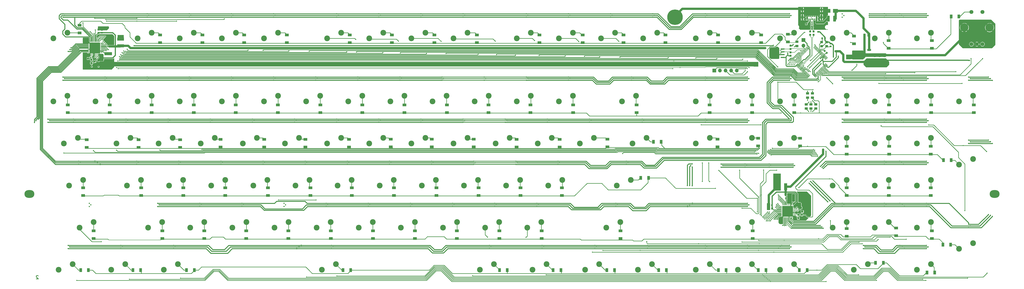
<source format=gbr>
%TF.GenerationSoftware,KiCad,Pcbnew,(5.1.8)-1*%
%TF.CreationDate,2021-04-16T20:53:42-04:00*%
%TF.ProjectId,694200101,36393432-3030-4313-9031-2e6b69636164,rev?*%
%TF.SameCoordinates,Original*%
%TF.FileFunction,Copper,L2,Bot*%
%TF.FilePolarity,Positive*%
%FSLAX46Y46*%
G04 Gerber Fmt 4.6, Leading zero omitted, Abs format (unit mm)*
G04 Created by KiCad (PCBNEW (5.1.8)-1) date 2021-04-16 20:53:42*
%MOMM*%
%LPD*%
G01*
G04 APERTURE LIST*
%TA.AperFunction,NonConductor*%
%ADD10C,0.300000*%
%TD*%
%TA.AperFunction,SMDPad,CuDef*%
%ADD11R,0.950000X0.930000*%
%TD*%
%TA.AperFunction,SMDPad,CuDef*%
%ADD12R,0.930000X0.950000*%
%TD*%
%TA.AperFunction,SMDPad,CuDef*%
%ADD13R,0.350000X0.750000*%
%TD*%
%TA.AperFunction,ComponentPad*%
%ADD14C,3.786000*%
%TD*%
%TA.AperFunction,ComponentPad*%
%ADD15C,1.800000*%
%TD*%
%TA.AperFunction,SMDPad,CuDef*%
%ADD16R,0.970000X0.900000*%
%TD*%
%TA.AperFunction,ComponentPad*%
%ADD17C,0.550000*%
%TD*%
%TA.AperFunction,SMDPad,CuDef*%
%ADD18R,1.100000X1.100000*%
%TD*%
%TA.AperFunction,SMDPad,CuDef*%
%ADD19R,0.750000X0.200000*%
%TD*%
%TA.AperFunction,SMDPad,CuDef*%
%ADD20R,0.200000X0.750000*%
%TD*%
%TA.AperFunction,SMDPad,CuDef*%
%ADD21R,1.300000X1.700000*%
%TD*%
%TA.AperFunction,SMDPad,CuDef*%
%ADD22R,1.700000X1.300000*%
%TD*%
%TA.AperFunction,ComponentPad*%
%ADD23C,0.558800*%
%TD*%
%TA.AperFunction,ComponentPad*%
%ADD24C,2.600000*%
%TD*%
%TA.AperFunction,ComponentPad*%
%ADD25O,1.700000X1.700000*%
%TD*%
%TA.AperFunction,ComponentPad*%
%ADD26R,1.700000X1.700000*%
%TD*%
%TA.AperFunction,ConnectorPad*%
%ADD27C,7.000000*%
%TD*%
%TA.AperFunction,ComponentPad*%
%ADD28C,3.900000*%
%TD*%
%TA.AperFunction,ComponentPad*%
%ADD29O,4.500000X3.500000*%
%TD*%
%TA.AperFunction,SMDPad,CuDef*%
%ADD30R,0.862132X0.690831*%
%TD*%
%TA.AperFunction,SMDPad,CuDef*%
%ADD31R,2.184400X1.651000*%
%TD*%
%TA.AperFunction,SMDPad,CuDef*%
%ADD32R,0.708716X0.812132*%
%TD*%
%TA.AperFunction,SMDPad,CuDef*%
%ADD33R,0.812132X0.708716*%
%TD*%
%TA.AperFunction,SMDPad,CuDef*%
%ADD34R,0.812132X0.758142*%
%TD*%
%TA.AperFunction,SMDPad,CuDef*%
%ADD35R,0.812132X0.708142*%
%TD*%
%TA.AperFunction,SMDPad,CuDef*%
%ADD36R,0.758142X0.812132*%
%TD*%
%TA.AperFunction,SMDPad,CuDef*%
%ADD37C,0.100000*%
%TD*%
%TA.AperFunction,SMDPad,CuDef*%
%ADD38R,1.380000X1.010000*%
%TD*%
%TA.AperFunction,SMDPad,CuDef*%
%ADD39R,1.300000X1.100000*%
%TD*%
%TA.AperFunction,SMDPad,CuDef*%
%ADD40R,1.340000X3.020000*%
%TD*%
%TA.AperFunction,SMDPad,CuDef*%
%ADD41R,3.020000X1.340000*%
%TD*%
%TA.AperFunction,SMDPad,CuDef*%
%ADD42R,1.330000X3.460000*%
%TD*%
%TA.AperFunction,SMDPad,CuDef*%
%ADD43R,3.460000X1.330000*%
%TD*%
%TA.AperFunction,SMDPad,CuDef*%
%ADD44R,0.900000X0.970000*%
%TD*%
%TA.AperFunction,SMDPad,CuDef*%
%ADD45R,1.761200X3.150799*%
%TD*%
%TA.AperFunction,SMDPad,CuDef*%
%ADD46R,1.761200X0.850800*%
%TD*%
%TA.AperFunction,ComponentPad*%
%ADD47C,0.650000*%
%TD*%
%TA.AperFunction,ComponentPad*%
%ADD48R,0.650000X0.650000*%
%TD*%
%TA.AperFunction,SMDPad,CuDef*%
%ADD49R,1.874066X0.512132*%
%TD*%
%TA.AperFunction,ViaPad*%
%ADD50C,0.558800*%
%TD*%
%TA.AperFunction,ViaPad*%
%ADD51C,0.508000*%
%TD*%
%TA.AperFunction,ViaPad*%
%ADD52C,0.711200*%
%TD*%
%TA.AperFunction,Conductor*%
%ADD53C,0.254000*%
%TD*%
%TA.AperFunction,Conductor*%
%ADD54C,0.304800*%
%TD*%
%TA.AperFunction,Conductor*%
%ADD55C,2.032000*%
%TD*%
%TA.AperFunction,Conductor*%
%ADD56C,1.016000*%
%TD*%
%TA.AperFunction,Conductor*%
%ADD57C,0.381000*%
%TD*%
%TA.AperFunction,Conductor*%
%ADD58C,0.508000*%
%TD*%
%TA.AperFunction,Conductor*%
%ADD59C,0.203200*%
%TD*%
%TA.AperFunction,Conductor*%
%ADD60C,0.635000*%
%TD*%
%TA.AperFunction,Conductor*%
%ADD61C,0.250000*%
%TD*%
%TA.AperFunction,Conductor*%
%ADD62C,0.076200*%
%TD*%
%TA.AperFunction,Conductor*%
%ADD63C,0.100000*%
%TD*%
%TA.AperFunction,Conductor*%
%ADD64C,0.025400*%
%TD*%
G04 APERTURE END LIST*
D10*
X5127571Y-122130428D02*
X5056142Y-122059000D01*
X4913285Y-121987571D01*
X4556142Y-121987571D01*
X4413285Y-122059000D01*
X4341857Y-122130428D01*
X4270428Y-122273285D01*
X4270428Y-122416142D01*
X4341857Y-122630428D01*
X5199000Y-123487571D01*
X4270428Y-123487571D01*
D11*
%TO.P,C27,1*%
%TO.N,+3V3*%
X350671000Y-92964000D03*
%TO.P,C27,2*%
%TO.N,GND*%
X352147000Y-92964000D03*
%TD*%
D12*
%TO.P,C26,1*%
%TO.N,+3V3*%
X30734000Y-25043000D03*
%TO.P,C26,2*%
%TO.N,GND*%
X30734000Y-26519000D03*
%TD*%
D13*
%TO.P,U2,1*%
%TO.N,/USB-*%
X355490400Y-9681600D03*
%TO.P,U2,2*%
%TO.N,Earth*%
X354990400Y-9681600D03*
%TO.P,U2,3*%
%TO.N,/USB+*%
X354490400Y-9681600D03*
%TO.P,U2,4*%
%TO.N,Net-(J1-PadA6)*%
X354490400Y-8301600D03*
%TO.P,U2,5*%
%TO.N,+5V*%
X354990400Y-8301600D03*
%TO.P,U2,6*%
%TO.N,Net-(J1-PadA7)*%
X355490400Y-8301600D03*
%TD*%
D14*
%TO.P,ENC1,MH2*%
%TO.N,GND*%
X435305600Y-9724600D03*
%TO.P,ENC1,MH1*%
X423905600Y-9724600D03*
D15*
%TO.P,ENC1,C1*%
X429605600Y-17224600D03*
%TO.P,ENC1,B1*%
%TO.N,Net-(ENC1-PadB1)*%
X432105600Y-17224600D03*
%TO.P,ENC1,A1*%
%TO.N,Net-(ENC1-PadA1)*%
X427105600Y-17224600D03*
%TO.P,ENC1,2*%
%TO.N,COL_22*%
X432105600Y-2724600D03*
%TO.P,ENC1,1*%
%TO.N,Net-(D94-Pad2)*%
X427105600Y-2724600D03*
%TD*%
D16*
%TO.P,R22,1*%
%TO.N,/USB-*%
X355765100Y-11482800D03*
%TO.P,R22,2*%
%TO.N,USB_D-*%
X355765100Y-13002800D03*
%TD*%
%TO.P,R21,1*%
%TO.N,/USB+*%
X354266500Y-11482800D03*
%TO.P,R21,2*%
%TO.N,USB_D+*%
X354266500Y-13002800D03*
%TD*%
%TO.P,C25,2*%
%TO.N,GND*%
%TA.AperFunction,SMDPad,CuDef*%
G36*
G01*
X379280000Y-12733000D02*
X379280000Y-13683000D01*
G75*
G02*
X379030000Y-13933000I-250000J0D01*
G01*
X378530000Y-13933000D01*
G75*
G02*
X378280000Y-13683000I0J250000D01*
G01*
X378280000Y-12733000D01*
G75*
G02*
X378530000Y-12483000I250000J0D01*
G01*
X379030000Y-12483000D01*
G75*
G02*
X379280000Y-12733000I0J-250000D01*
G01*
G37*
%TD.AperFunction*%
%TO.P,C25,1*%
%TO.N,VCC*%
%TA.AperFunction,SMDPad,CuDef*%
G36*
G01*
X381180000Y-12733000D02*
X381180000Y-13683000D01*
G75*
G02*
X380930000Y-13933000I-250000J0D01*
G01*
X380430000Y-13933000D01*
G75*
G02*
X380180000Y-13683000I0J250000D01*
G01*
X380180000Y-12733000D01*
G75*
G02*
X380430000Y-12483000I250000J0D01*
G01*
X380930000Y-12483000D01*
G75*
G02*
X381180000Y-12733000I0J-250000D01*
G01*
G37*
%TD.AperFunction*%
%TD*%
D17*
%TO.P,U6,49*%
%TO.N,GND*%
X342351999Y-91212400D03*
X343451999Y-91212400D03*
X344551999Y-91212400D03*
X345651999Y-91212400D03*
X342351999Y-92312400D03*
X343451999Y-92312400D03*
X344551999Y-92312400D03*
X345651999Y-92312400D03*
X342351999Y-93412400D03*
X343451999Y-93412400D03*
X344551999Y-93412400D03*
X345651999Y-93412400D03*
X342351999Y-94512400D03*
X343451999Y-94512400D03*
X344551999Y-94512400D03*
X345651999Y-94512400D03*
D18*
X342351999Y-91212400D03*
X343451999Y-91212400D03*
X344551999Y-91212400D03*
X345651999Y-91212400D03*
X342351999Y-92312400D03*
X343451999Y-92312400D03*
X344551999Y-92312400D03*
X345651999Y-92312400D03*
X342351999Y-93412400D03*
X343451999Y-93412400D03*
X344551999Y-93412400D03*
X345651999Y-93412400D03*
X342351999Y-94512400D03*
X343451999Y-94512400D03*
X344551999Y-94512400D03*
X345651999Y-94512400D03*
D19*
%TO.P,U6,48*%
X346926999Y-95062400D03*
%TO.P,U6,47*%
%TO.N,Net-(R18-Pad1)*%
X346926999Y-94662400D03*
%TO.P,U6,46*%
%TO.N,Net-(R19-Pad2)*%
X346926999Y-94262400D03*
%TO.P,U6,45*%
%TO.N,Net-(U6-Pad45)*%
X346926999Y-93862400D03*
%TO.P,U6,44*%
%TO.N,GND*%
X346926999Y-93462400D03*
%TO.P,U6,43*%
%TO.N,I2C_SCL*%
X346926999Y-93062400D03*
%TO.P,U6,42*%
X346926999Y-92662400D03*
%TO.P,U6,41*%
%TO.N,I2C_SDA*%
X346926999Y-92262400D03*
%TO.P,U6,40*%
%TO.N,SYNC*%
X346926999Y-91862400D03*
%TO.P,U6,39*%
%TO.N,+3V3*%
X346926999Y-91462400D03*
%TO.P,U6,38*%
%TO.N,VCC*%
X346926999Y-91062400D03*
%TO.P,U6,37*%
X346926999Y-90662400D03*
D20*
%TO.P,U6,36*%
%TO.N,Net-(U6-Pad36)*%
X346201999Y-89937400D03*
%TO.P,U6,35*%
%TO.N,Net-(R20-Pad1)*%
X345801999Y-89937400D03*
%TO.P,U6,34*%
%TO.N,GND*%
X345401999Y-89937400D03*
%TO.P,U6,33*%
%TO.N,CS16_B*%
X345001999Y-89937400D03*
%TO.P,U6,32*%
%TO.N,CS15_B*%
X344601999Y-89937400D03*
%TO.P,U6,31*%
%TO.N,CS14_B*%
X344201999Y-89937400D03*
%TO.P,U6,30*%
%TO.N,CS13_B*%
X343801999Y-89937400D03*
%TO.P,U6,29*%
%TO.N,VCC*%
X343401999Y-89937400D03*
%TO.P,U6,28*%
%TO.N,CS12_B*%
X343001999Y-89937400D03*
%TO.P,U6,27*%
%TO.N,CS11_B*%
X342601999Y-89937400D03*
%TO.P,U6,26*%
%TO.N,CS10_B*%
X342201999Y-89937400D03*
%TO.P,U6,25*%
%TO.N,CS9_B*%
X341801999Y-89937400D03*
D19*
%TO.P,U6,24*%
%TO.N,CS8_B*%
X341076999Y-90662400D03*
%TO.P,U6,23*%
%TO.N,CS7_B*%
X341076999Y-91062400D03*
%TO.P,U6,22*%
%TO.N,CS6_B*%
X341076999Y-91462400D03*
%TO.P,U6,21*%
%TO.N,CS5_B*%
X341076999Y-91862400D03*
%TO.P,U6,20*%
%TO.N,VCC*%
X341076999Y-92262400D03*
%TO.P,U6,19*%
%TO.N,CS4_B*%
X341076999Y-92662400D03*
%TO.P,U6,18*%
%TO.N,CS3_B*%
X341076999Y-93062400D03*
%TO.P,U6,17*%
%TO.N,CS2_B*%
X341076999Y-93462400D03*
%TO.P,U6,16*%
%TO.N,CS1_B*%
X341076999Y-93862400D03*
%TO.P,U6,15*%
%TO.N,SW12_B*%
X341076999Y-94262400D03*
%TO.P,U6,14*%
%TO.N,SW11_B*%
X341076999Y-94662400D03*
%TO.P,U6,13*%
%TO.N,SW10_B*%
X341076999Y-95062400D03*
D20*
%TO.P,U6,12*%
%TO.N,GND*%
X341801999Y-95787400D03*
%TO.P,U6,11*%
%TO.N,SW9_B*%
X342201999Y-95787400D03*
%TO.P,U6,10*%
%TO.N,SW8_B*%
X342601999Y-95787400D03*
%TO.P,U6,9*%
%TO.N,SW7_B*%
X343001999Y-95787400D03*
%TO.P,U6,8*%
%TO.N,SW6_B*%
X343401999Y-95787400D03*
%TO.P,U6,7*%
%TO.N,SW5_B*%
X343801999Y-95787400D03*
%TO.P,U6,6*%
%TO.N,SW4_B*%
X344201999Y-95787400D03*
%TO.P,U6,5*%
%TO.N,GND*%
X344601999Y-95787400D03*
%TO.P,U6,4*%
%TO.N,SW3_B*%
X345001999Y-95787400D03*
%TO.P,U6,3*%
%TO.N,SW2_B*%
X345401999Y-95787400D03*
%TO.P,U6,2*%
%TO.N,SW1_B*%
X345801999Y-95787400D03*
%TO.P,U6,1*%
%TO.N,Net-(U6-Pad1)*%
X346201999Y-95787400D03*
%TD*%
D17*
%TO.P,U5,49*%
%TO.N,GND*%
X32384000Y-17273000D03*
X32384000Y-18373000D03*
X32384000Y-19473000D03*
X32384000Y-20573000D03*
X31284000Y-17273000D03*
X31284000Y-18373000D03*
X31284000Y-19473000D03*
X31284000Y-20573000D03*
X30184000Y-17273000D03*
X30184000Y-18373000D03*
X30184000Y-19473000D03*
X30184000Y-20573000D03*
X29084000Y-17273000D03*
X29084000Y-18373000D03*
X29084000Y-19473000D03*
X29084000Y-20573000D03*
D18*
X32384000Y-17273000D03*
X32384000Y-18373000D03*
X32384000Y-19473000D03*
X32384000Y-20573000D03*
X31284000Y-17273000D03*
X31284000Y-18373000D03*
X31284000Y-19473000D03*
X31284000Y-20573000D03*
X30184000Y-17273000D03*
X30184000Y-18373000D03*
X30184000Y-19473000D03*
X30184000Y-20573000D03*
X29084000Y-17273000D03*
X29084000Y-18373000D03*
X29084000Y-19473000D03*
X29084000Y-20573000D03*
D20*
%TO.P,U5,48*%
X28534000Y-21848000D03*
%TO.P,U5,47*%
%TO.N,Net-(R15-Pad1)*%
X28934000Y-21848000D03*
%TO.P,U5,46*%
%TO.N,Net-(R16-Pad2)*%
X29334000Y-21848000D03*
%TO.P,U5,45*%
%TO.N,Net-(U5-Pad45)*%
X29734000Y-21848000D03*
%TO.P,U5,44*%
%TO.N,GND*%
X30134000Y-21848000D03*
%TO.P,U5,43*%
X30534000Y-21848000D03*
%TO.P,U5,42*%
%TO.N,I2C_SCL*%
X30934000Y-21848000D03*
%TO.P,U5,41*%
%TO.N,I2C_SDA*%
X31334000Y-21848000D03*
%TO.P,U5,40*%
%TO.N,SYNC*%
X31734000Y-21848000D03*
%TO.P,U5,39*%
%TO.N,+3V3*%
X32134000Y-21848000D03*
%TO.P,U5,38*%
%TO.N,VCC*%
X32534000Y-21848000D03*
%TO.P,U5,37*%
X32934000Y-21848000D03*
D19*
%TO.P,U5,36*%
%TO.N,Net-(U5-Pad36)*%
X33659000Y-21123000D03*
%TO.P,U5,35*%
%TO.N,Net-(R17-Pad1)*%
X33659000Y-20723000D03*
%TO.P,U5,34*%
%TO.N,GND*%
X33659000Y-20323000D03*
%TO.P,U5,33*%
%TO.N,CS16_A*%
X33659000Y-19923000D03*
%TO.P,U5,32*%
%TO.N,CS15_A*%
X33659000Y-19523000D03*
%TO.P,U5,31*%
%TO.N,CS14_A*%
X33659000Y-19123000D03*
%TO.P,U5,30*%
%TO.N,CS13_A*%
X33659000Y-18723000D03*
%TO.P,U5,29*%
%TO.N,VCC*%
X33659000Y-18323000D03*
%TO.P,U5,28*%
%TO.N,CS12_A*%
X33659000Y-17923000D03*
%TO.P,U5,27*%
%TO.N,CS11_A*%
X33659000Y-17523000D03*
%TO.P,U5,26*%
%TO.N,CS10_A*%
X33659000Y-17123000D03*
%TO.P,U5,25*%
%TO.N,CS9_A*%
X33659000Y-16723000D03*
D20*
%TO.P,U5,24*%
%TO.N,CS8_A*%
X32934000Y-15998000D03*
%TO.P,U5,23*%
%TO.N,CS7_A*%
X32534000Y-15998000D03*
%TO.P,U5,22*%
%TO.N,CS6_A*%
X32134000Y-15998000D03*
%TO.P,U5,21*%
%TO.N,CS5_A*%
X31734000Y-15998000D03*
%TO.P,U5,20*%
%TO.N,VCC*%
X31334000Y-15998000D03*
%TO.P,U5,19*%
%TO.N,CS4_A*%
X30934000Y-15998000D03*
%TO.P,U5,18*%
%TO.N,CS3_A*%
X30534000Y-15998000D03*
%TO.P,U5,17*%
%TO.N,CS2_A*%
X30134000Y-15998000D03*
%TO.P,U5,16*%
%TO.N,CS1_A*%
X29734000Y-15998000D03*
%TO.P,U5,15*%
%TO.N,SW12_A*%
X29334000Y-15998000D03*
%TO.P,U5,14*%
%TO.N,SW11_A*%
X28934000Y-15998000D03*
%TO.P,U5,13*%
%TO.N,SW10_A*%
X28534000Y-15998000D03*
D19*
%TO.P,U5,12*%
%TO.N,GND*%
X27809000Y-16723000D03*
%TO.P,U5,11*%
%TO.N,SW9_A*%
X27809000Y-17123000D03*
%TO.P,U5,10*%
%TO.N,SW8_A*%
X27809000Y-17523000D03*
%TO.P,U5,9*%
%TO.N,SW7_A*%
X27809000Y-17923000D03*
%TO.P,U5,8*%
%TO.N,SW6_A*%
X27809000Y-18323000D03*
%TO.P,U5,7*%
%TO.N,SW5_A*%
X27809000Y-18723000D03*
%TO.P,U5,6*%
%TO.N,SW4_A*%
X27809000Y-19123000D03*
%TO.P,U5,5*%
%TO.N,GND*%
X27809000Y-19523000D03*
%TO.P,U5,4*%
%TO.N,SW3_A*%
X27809000Y-19923000D03*
%TO.P,U5,3*%
%TO.N,SW2_A*%
X27809000Y-20323000D03*
%TO.P,U5,2*%
%TO.N,SW1_A*%
X27809000Y-20723000D03*
%TO.P,U5,1*%
%TO.N,Net-(U5-Pad1)*%
X27809000Y-21123000D03*
%TD*%
D21*
%TO.P,D108,2*%
%TO.N,Net-(D108-Pad2)*%
X417750000Y-108000000D03*
%TO.P,D108,1*%
%TO.N,ROW_5*%
X414250000Y-108000000D03*
%TD*%
%TO.P,D107,2*%
%TO.N,Net-(D107-Pad2)*%
X418000000Y-69750000D03*
%TO.P,D107,1*%
%TO.N,ROW_3*%
X414500000Y-69750000D03*
%TD*%
D22*
%TO.P,D106,2*%
%TO.N,Net-(D106-Pad2)*%
X428250000Y-44750000D03*
%TO.P,D106,1*%
%TO.N,ROW_2*%
X428250000Y-48250000D03*
%TD*%
D21*
%TO.P,D105,2*%
%TO.N,Net-(D105-Pad2)*%
X410550000Y-120600000D03*
%TO.P,D105,1*%
%TO.N,ROW_6*%
X407050000Y-120600000D03*
%TD*%
D22*
%TO.P,D104,2*%
%TO.N,Net-(D104-Pad2)*%
X409250000Y-101750000D03*
%TO.P,D104,1*%
%TO.N,ROW_5*%
X409250000Y-105250000D03*
%TD*%
%TO.P,D103,2*%
%TO.N,Net-(D103-Pad2)*%
X408750000Y-82250000D03*
%TO.P,D103,1*%
%TO.N,ROW_4*%
X408750000Y-85750000D03*
%TD*%
%TO.P,D102,2*%
%TO.N,Net-(D102-Pad2)*%
X408750000Y-63500000D03*
%TO.P,D102,1*%
%TO.N,ROW_3*%
X408750000Y-67000000D03*
%TD*%
%TO.P,D101,2*%
%TO.N,Net-(D101-Pad2)*%
X408962500Y-44750000D03*
%TO.P,D101,1*%
%TO.N,ROW_2*%
X408962500Y-48250000D03*
%TD*%
%TO.P,D100,2*%
%TO.N,Net-(D100-Pad2)*%
X409287500Y-15650000D03*
%TO.P,D100,1*%
%TO.N,ROW_0*%
X409287500Y-19150000D03*
%TD*%
%TO.P,D99,2*%
%TO.N,Net-(D99-Pad2)*%
X393065000Y-100485000D03*
%TO.P,D99,1*%
%TO.N,ROW_5*%
X393065000Y-103985000D03*
%TD*%
%TO.P,D98,2*%
%TO.N,Net-(D98-Pad2)*%
X389787500Y-82250000D03*
%TO.P,D98,1*%
%TO.N,ROW_4*%
X389787500Y-85750000D03*
%TD*%
%TO.P,D97,2*%
%TO.N,Net-(D97-Pad2)*%
X390000000Y-63500000D03*
%TO.P,D97,1*%
%TO.N,ROW_3*%
X390000000Y-67000000D03*
%TD*%
%TO.P,D96,2*%
%TO.N,Net-(D96-Pad2)*%
X389890000Y-44732000D03*
%TO.P,D96,1*%
%TO.N,ROW_2*%
X389890000Y-48232000D03*
%TD*%
%TO.P,D95,2*%
%TO.N,Net-(D95-Pad2)*%
X389750000Y-15650000D03*
%TO.P,D95,1*%
%TO.N,ROW_0*%
X389750000Y-19150000D03*
%TD*%
D21*
%TO.P,D94,2*%
%TO.N,Net-(D94-Pad2)*%
X421500000Y-4699000D03*
%TO.P,D94,1*%
%TO.N,ROW_0*%
X418000000Y-4699000D03*
%TD*%
%TO.P,D93,2*%
%TO.N,Net-(D93-Pad2)*%
X383822000Y-116205000D03*
%TO.P,D93,1*%
%TO.N,ROW_6*%
X387322000Y-116205000D03*
%TD*%
D22*
%TO.P,D92,2*%
%TO.N,Net-(D92-Pad2)*%
X370750000Y-100739000D03*
%TO.P,D92,1*%
%TO.N,ROW_5*%
X370750000Y-104239000D03*
%TD*%
%TO.P,D91,2*%
%TO.N,Net-(D91-Pad2)*%
X370750000Y-82250000D03*
%TO.P,D91,1*%
%TO.N,ROW_4*%
X370750000Y-85750000D03*
%TD*%
%TO.P,D90,2*%
%TO.N,Net-(D90-Pad2)*%
X370750000Y-63500000D03*
%TO.P,D90,1*%
%TO.N,ROW_3*%
X370750000Y-67000000D03*
%TD*%
%TO.P,D89,2*%
%TO.N,Net-(D89-Pad2)*%
X370750000Y-44750000D03*
%TO.P,D89,1*%
%TO.N,ROW_2*%
X370750000Y-48250000D03*
%TD*%
%TO.P,D88,2*%
%TO.N,Net-(D88-Pad2)*%
X374015000Y-13617000D03*
%TO.P,D88,1*%
%TO.N,ROW_0*%
X374015000Y-17117000D03*
%TD*%
D21*
%TO.P,D87,2*%
%TO.N,Net-(D87-Pad2)*%
X349350001Y-119500000D03*
%TO.P,D87,1*%
%TO.N,ROW_6*%
X352850001Y-119500000D03*
%TD*%
D22*
%TO.P,D86,2*%
%TO.N,Net-(D86-Pad2)*%
X349660500Y-59845000D03*
%TO.P,D86,1*%
%TO.N,ROW_3*%
X349660500Y-63345000D03*
%TD*%
%TO.P,D85,2*%
%TO.N,Net-(D85-Pad2)*%
X347037500Y-44750000D03*
%TO.P,D85,1*%
%TO.N,ROW_2*%
X347037500Y-48250000D03*
%TD*%
%TO.P,D84,2*%
%TO.N,Net-(D84-Pad2)*%
X344170000Y-12728000D03*
%TO.P,D84,1*%
%TO.N,ROW_0*%
X344170000Y-16228000D03*
%TD*%
D21*
%TO.P,D83,2*%
%TO.N,Net-(D83-Pad2)*%
X330750000Y-119500000D03*
%TO.P,D83,1*%
%TO.N,ROW_6*%
X334250000Y-119500000D03*
%TD*%
D22*
%TO.P,D82,2*%
%TO.N,Net-(D82-Pad2)*%
X328250000Y-101750000D03*
%TO.P,D82,1*%
%TO.N,ROW_5*%
X328250000Y-105250000D03*
%TD*%
%TO.P,D81,2*%
%TO.N,Net-(D81-Pad2)*%
X330708000Y-59845000D03*
%TO.P,D81,1*%
%TO.N,ROW_3*%
X330708000Y-63345000D03*
%TD*%
%TO.P,D80,2*%
%TO.N,Net-(D80-Pad2)*%
X328000000Y-44750000D03*
%TO.P,D80,1*%
%TO.N,ROW_2*%
X328000000Y-48250000D03*
%TD*%
%TO.P,D79,2*%
%TO.N,Net-(D79-Pad2)*%
X332060000Y-13110000D03*
%TO.P,D79,1*%
%TO.N,ROW_0*%
X332060000Y-16610000D03*
%TD*%
D21*
%TO.P,D78,2*%
%TO.N,Net-(D78-Pad2)*%
X312750000Y-119500000D03*
%TO.P,D78,1*%
%TO.N,ROW_6*%
X316250000Y-119500000D03*
%TD*%
D22*
%TO.P,D77,2*%
%TO.N,Net-(D77-Pad2)*%
X312293000Y-60226000D03*
%TO.P,D77,1*%
%TO.N,ROW_3*%
X312293000Y-63726000D03*
%TD*%
%TO.P,D76,2*%
%TO.N,Net-(D76-Pad2)*%
X308750000Y-44750000D03*
%TO.P,D76,1*%
%TO.N,ROW_2*%
X308750000Y-48250000D03*
%TD*%
%TO.P,D75,2*%
%TO.N,Net-(D75-Pad2)*%
X312560000Y-13110000D03*
%TO.P,D75,1*%
%TO.N,ROW_0*%
X312560000Y-16610000D03*
%TD*%
D21*
%TO.P,D74,2*%
%TO.N,Net-(D74-Pad2)*%
X285750000Y-119500000D03*
%TO.P,D74,1*%
%TO.N,ROW_6*%
X289250000Y-119500000D03*
%TD*%
%TO.P,D73,2*%
%TO.N,Net-(D73-Pad2)*%
X283365000Y-61468000D03*
%TO.P,D73,1*%
%TO.N,ROW_3*%
X286865000Y-61468000D03*
%TD*%
D22*
%TO.P,D72,2*%
%TO.N,Net-(D72-Pad2)*%
X275750000Y-44750000D03*
%TO.P,D72,1*%
%TO.N,ROW_2*%
X275750000Y-48250000D03*
%TD*%
%TO.P,D71,2*%
%TO.N,Net-(D71-Pad2)*%
X288810000Y-13110000D03*
%TO.P,D71,1*%
%TO.N,ROW_0*%
X288810000Y-16610000D03*
%TD*%
D21*
%TO.P,D70,2*%
%TO.N,Net-(D70-Pad2)*%
X262250000Y-119500000D03*
%TO.P,D70,1*%
%TO.N,ROW_6*%
X265750000Y-119500000D03*
%TD*%
D22*
%TO.P,D69,2*%
%TO.N,Net-(D69-Pad2)*%
X268500000Y-101750000D03*
%TO.P,D69,1*%
%TO.N,ROW_5*%
X268500000Y-105250000D03*
%TD*%
D21*
%TO.P,D68,2*%
%TO.N,Net-(D68-Pad2)*%
X277650000Y-77800000D03*
%TO.P,D68,1*%
%TO.N,ROW_4*%
X281150000Y-77800000D03*
%TD*%
D22*
%TO.P,D67,2*%
%TO.N,Net-(D67-Pad2)*%
X262509000Y-60226000D03*
%TO.P,D67,1*%
%TO.N,ROW_3*%
X262509000Y-63726000D03*
%TD*%
%TO.P,D66,2*%
%TO.N,Net-(D66-Pad2)*%
X269810000Y-13110000D03*
%TO.P,D66,1*%
%TO.N,ROW_0*%
X269810000Y-16610000D03*
%TD*%
%TO.P,D65,2*%
%TO.N,Net-(D65-Pad2)*%
X242000000Y-82250000D03*
%TO.P,D65,1*%
%TO.N,ROW_4*%
X242000000Y-85750000D03*
%TD*%
%TO.P,D64,2*%
%TO.N,Net-(D64-Pad2)*%
X240919000Y-60353000D03*
%TO.P,D64,1*%
%TO.N,ROW_3*%
X240919000Y-63853000D03*
%TD*%
%TO.P,D63,2*%
%TO.N,Net-(D63-Pad2)*%
X247037500Y-44750000D03*
%TO.P,D63,1*%
%TO.N,ROW_2*%
X247037500Y-48250000D03*
%TD*%
%TO.P,D62,2*%
%TO.N,Net-(D62-Pad2)*%
X251333000Y-13109000D03*
%TO.P,D62,1*%
%TO.N,ROW_0*%
X251333000Y-16609000D03*
%TD*%
D21*
%TO.P,D61,2*%
%TO.N,Net-(D61-Pad2)*%
X238000000Y-119500000D03*
%TO.P,D61,1*%
%TO.N,ROW_6*%
X241500000Y-119500000D03*
%TD*%
D22*
%TO.P,D60,2*%
%TO.N,Net-(D60-Pad2)*%
X232787500Y-101750000D03*
%TO.P,D60,1*%
%TO.N,ROW_5*%
X232787500Y-105250000D03*
%TD*%
%TO.P,D59,2*%
%TO.N,Net-(D59-Pad2)*%
X223287500Y-82250000D03*
%TO.P,D59,1*%
%TO.N,ROW_4*%
X223287500Y-85750000D03*
%TD*%
%TO.P,D58,2*%
%TO.N,Net-(D58-Pad2)*%
X221488000Y-60353000D03*
%TO.P,D58,1*%
%TO.N,ROW_3*%
X221488000Y-63853000D03*
%TD*%
%TO.P,D57,2*%
%TO.N,Net-(D57-Pad2)*%
X227750000Y-44750000D03*
%TO.P,D57,1*%
%TO.N,ROW_2*%
X227750000Y-48250000D03*
%TD*%
%TO.P,D56,2*%
%TO.N,Net-(D56-Pad2)*%
X231810000Y-13110000D03*
%TO.P,D56,1*%
%TO.N,ROW_0*%
X231810000Y-16610000D03*
%TD*%
D21*
%TO.P,D55,2*%
%TO.N,Net-(D55-Pad2)*%
X213750000Y-119500000D03*
%TO.P,D55,1*%
%TO.N,ROW_6*%
X217250000Y-119500000D03*
%TD*%
D22*
%TO.P,D54,2*%
%TO.N,Net-(D54-Pad2)*%
X213712500Y-101750000D03*
%TO.P,D54,1*%
%TO.N,ROW_5*%
X213712500Y-105250000D03*
%TD*%
%TO.P,D53,2*%
%TO.N,Net-(D53-Pad2)*%
X204250000Y-82250000D03*
%TO.P,D53,1*%
%TO.N,ROW_4*%
X204250000Y-85750000D03*
%TD*%
%TO.P,D52,2*%
%TO.N,Net-(D52-Pad2)*%
X202057000Y-60226000D03*
%TO.P,D52,1*%
%TO.N,ROW_3*%
X202057000Y-63726000D03*
%TD*%
%TO.P,D51,2*%
%TO.N,Net-(D51-Pad2)*%
X208750000Y-44750000D03*
%TO.P,D51,1*%
%TO.N,ROW_2*%
X208750000Y-48250000D03*
%TD*%
%TO.P,D50,2*%
%TO.N,Net-(D50-Pad2)*%
X203560000Y-13110000D03*
%TO.P,D50,1*%
%TO.N,ROW_0*%
X203560000Y-16610000D03*
%TD*%
%TO.P,D49,2*%
%TO.N,Net-(D49-Pad2)*%
X194500000Y-101750000D03*
%TO.P,D49,1*%
%TO.N,ROW_5*%
X194500000Y-105250000D03*
%TD*%
%TO.P,D48,2*%
%TO.N,Net-(D48-Pad2)*%
X185250000Y-82250000D03*
%TO.P,D48,1*%
%TO.N,ROW_4*%
X185250000Y-85750000D03*
%TD*%
%TO.P,D47,2*%
%TO.N,Net-(D47-Pad2)*%
X183134000Y-60226000D03*
%TO.P,D47,1*%
%TO.N,ROW_3*%
X183134000Y-63726000D03*
%TD*%
%TO.P,D46,2*%
%TO.N,Net-(D46-Pad2)*%
X190000000Y-44750000D03*
%TO.P,D46,1*%
%TO.N,ROW_2*%
X190000000Y-48250000D03*
%TD*%
%TO.P,D45,2*%
%TO.N,Net-(D45-Pad2)*%
X184310000Y-13110000D03*
%TO.P,D45,1*%
%TO.N,ROW_0*%
X184310000Y-16610000D03*
%TD*%
%TO.P,D44,2*%
%TO.N,Net-(D44-Pad2)*%
X175500000Y-101750000D03*
%TO.P,D44,1*%
%TO.N,ROW_5*%
X175500000Y-105250000D03*
%TD*%
%TO.P,D43,2*%
%TO.N,Net-(D43-Pad2)*%
X166000000Y-82250000D03*
%TO.P,D43,1*%
%TO.N,ROW_4*%
X166000000Y-85750000D03*
%TD*%
%TO.P,D42,2*%
%TO.N,Net-(D42-Pad2)*%
X164592000Y-60226000D03*
%TO.P,D42,1*%
%TO.N,ROW_3*%
X164592000Y-63726000D03*
%TD*%
%TO.P,D41,2*%
%TO.N,Net-(D41-Pad2)*%
X170750000Y-44750000D03*
%TO.P,D41,1*%
%TO.N,ROW_2*%
X170750000Y-48250000D03*
%TD*%
%TO.P,D40,2*%
%TO.N,Net-(D40-Pad2)*%
X165060000Y-13110000D03*
%TO.P,D40,1*%
%TO.N,ROW_0*%
X165060000Y-16610000D03*
%TD*%
%TO.P,D39,2*%
%TO.N,Net-(D39-Pad2)*%
X156500000Y-101750000D03*
%TO.P,D39,1*%
%TO.N,ROW_5*%
X156500000Y-105250000D03*
%TD*%
%TO.P,D38,2*%
%TO.N,Net-(D38-Pad2)*%
X147000000Y-82250000D03*
%TO.P,D38,1*%
%TO.N,ROW_4*%
X147000000Y-85750000D03*
%TD*%
%TO.P,D37,2*%
%TO.N,Net-(D37-Pad2)*%
X145669000Y-60353000D03*
%TO.P,D37,1*%
%TO.N,ROW_3*%
X145669000Y-63853000D03*
%TD*%
%TO.P,D36,2*%
%TO.N,Net-(D36-Pad2)*%
X151750000Y-44750000D03*
%TO.P,D36,1*%
%TO.N,ROW_2*%
X151750000Y-48250000D03*
%TD*%
%TO.P,D35,2*%
%TO.N,Net-(D35-Pad2)*%
X146060000Y-13110000D03*
%TO.P,D35,1*%
%TO.N,ROW_0*%
X146060000Y-16610000D03*
%TD*%
D21*
%TO.P,D34,2*%
%TO.N,Net-(D34-Pad2)*%
X143000000Y-119500000D03*
%TO.P,D34,1*%
%TO.N,ROW_6*%
X146500000Y-119500000D03*
%TD*%
D22*
%TO.P,D33,2*%
%TO.N,Net-(D33-Pad2)*%
X137500000Y-101750000D03*
%TO.P,D33,1*%
%TO.N,ROW_5*%
X137500000Y-105250000D03*
%TD*%
%TO.P,D32,2*%
%TO.N,Net-(D32-Pad2)*%
X128250000Y-82250000D03*
%TO.P,D32,1*%
%TO.N,ROW_4*%
X128250000Y-85750000D03*
%TD*%
%TO.P,D31,2*%
%TO.N,Net-(D31-Pad2)*%
X125984000Y-60353000D03*
%TO.P,D31,1*%
%TO.N,ROW_3*%
X125984000Y-63853000D03*
%TD*%
%TO.P,D30,2*%
%TO.N,Net-(D30-Pad2)*%
X132750000Y-44750000D03*
%TO.P,D30,1*%
%TO.N,ROW_2*%
X132750000Y-48250000D03*
%TD*%
%TO.P,D29,2*%
%TO.N,Net-(D29-Pad2)*%
X118250000Y-101750000D03*
%TO.P,D29,1*%
%TO.N,ROW_5*%
X118250000Y-105250000D03*
%TD*%
%TO.P,D28,2*%
%TO.N,Net-(D28-Pad2)*%
X109000000Y-82250000D03*
%TO.P,D28,1*%
%TO.N,ROW_4*%
X109000000Y-85750000D03*
%TD*%
%TO.P,D27,2*%
%TO.N,Net-(D27-Pad2)*%
X107315000Y-60353000D03*
%TO.P,D27,1*%
%TO.N,ROW_3*%
X107315000Y-63853000D03*
%TD*%
%TO.P,D26,2*%
%TO.N,Net-(D26-Pad2)*%
X113500000Y-44750000D03*
%TO.P,D26,1*%
%TO.N,ROW_2*%
X113500000Y-48250000D03*
%TD*%
%TO.P,D25,2*%
%TO.N,Net-(D25-Pad2)*%
X117560000Y-13110000D03*
%TO.P,D25,1*%
%TO.N,ROW_0*%
X117560000Y-16610000D03*
%TD*%
%TO.P,D24,2*%
%TO.N,Net-(D24-Pad2)*%
X99250000Y-101750000D03*
%TO.P,D24,1*%
%TO.N,ROW_5*%
X99250000Y-105250000D03*
%TD*%
%TO.P,D23,2*%
%TO.N,Net-(D23-Pad2)*%
X89750000Y-82250000D03*
%TO.P,D23,1*%
%TO.N,ROW_4*%
X89750000Y-85750000D03*
%TD*%
%TO.P,D22,2*%
%TO.N,Net-(D22-Pad2)*%
X87630000Y-60353000D03*
%TO.P,D22,1*%
%TO.N,ROW_3*%
X87630000Y-63853000D03*
%TD*%
%TO.P,D21,2*%
%TO.N,Net-(D21-Pad2)*%
X94500000Y-44750000D03*
%TO.P,D21,1*%
%TO.N,ROW_2*%
X94500000Y-48250000D03*
%TD*%
%TO.P,D20,2*%
%TO.N,Net-(D20-Pad2)*%
X98310000Y-13110000D03*
%TO.P,D20,1*%
%TO.N,ROW_0*%
X98310000Y-16610000D03*
%TD*%
D21*
%TO.P,D19,2*%
%TO.N,Net-(D19-Pad2)*%
X72250000Y-119500000D03*
%TO.P,D19,1*%
%TO.N,ROW_6*%
X75750000Y-119500000D03*
%TD*%
D22*
%TO.P,D18,2*%
%TO.N,Net-(D18-Pad2)*%
X80250000Y-101750000D03*
%TO.P,D18,1*%
%TO.N,ROW_5*%
X80250000Y-105250000D03*
%TD*%
%TO.P,D17,2*%
%TO.N,Net-(D17-Pad2)*%
X70750000Y-82250000D03*
%TO.P,D17,1*%
%TO.N,ROW_4*%
X70750000Y-85750000D03*
%TD*%
%TO.P,D16,2*%
%TO.N,Net-(D16-Pad2)*%
X69342000Y-60480000D03*
%TO.P,D16,1*%
%TO.N,ROW_3*%
X69342000Y-63980000D03*
%TD*%
%TO.P,D15,2*%
%TO.N,Net-(D15-Pad2)*%
X75500000Y-44750000D03*
%TO.P,D15,1*%
%TO.N,ROW_2*%
X75500000Y-48250000D03*
%TD*%
%TO.P,D14,2*%
%TO.N,Net-(D14-Pad2)*%
X79375000Y-13110000D03*
%TO.P,D14,1*%
%TO.N,ROW_0*%
X79375000Y-16610000D03*
%TD*%
%TO.P,D13,2*%
%TO.N,Net-(D13-Pad2)*%
X61250000Y-101750000D03*
%TO.P,D13,1*%
%TO.N,ROW_5*%
X61250000Y-105250000D03*
%TD*%
%TO.P,D12,2*%
%TO.N,Net-(D12-Pad2)*%
X51750000Y-82250000D03*
%TO.P,D12,1*%
%TO.N,ROW_4*%
X51750000Y-85750000D03*
%TD*%
%TO.P,D11,2*%
%TO.N,Net-(D11-Pad2)*%
X50546000Y-60480000D03*
%TO.P,D11,1*%
%TO.N,ROW_3*%
X50546000Y-63980000D03*
%TD*%
%TO.P,D10,2*%
%TO.N,Net-(D10-Pad2)*%
X56500000Y-44750000D03*
%TO.P,D10,1*%
%TO.N,ROW_2*%
X56500000Y-48250000D03*
%TD*%
%TO.P,D9,2*%
%TO.N,Net-(D9-Pad2)*%
X60310000Y-13110000D03*
%TO.P,D9,1*%
%TO.N,ROW_0*%
X60310000Y-16610000D03*
%TD*%
D21*
%TO.P,D8,2*%
%TO.N,Net-(D8-Pad2)*%
X48000000Y-119500000D03*
%TO.P,D8,1*%
%TO.N,ROW_6*%
X51500000Y-119500000D03*
%TD*%
D22*
%TO.P,D7,2*%
%TO.N,Net-(D7-Pad2)*%
X30250000Y-101750000D03*
%TO.P,D7,1*%
%TO.N,ROW_5*%
X30250000Y-105250000D03*
%TD*%
%TO.P,D6,2*%
%TO.N,Net-(D6-Pad2)*%
X37500000Y-44750000D03*
%TO.P,D6,1*%
%TO.N,ROW_2*%
X37500000Y-48250000D03*
%TD*%
D21*
%TO.P,D5,2*%
%TO.N,Net-(D5-Pad2)*%
X24350001Y-119500000D03*
%TO.P,D5,1*%
%TO.N,ROW_6*%
X27850001Y-119500000D03*
%TD*%
D22*
%TO.P,D4,2*%
%TO.N,Net-(D4-Pad2)*%
X25500000Y-82250000D03*
%TO.P,D4,1*%
%TO.N,ROW_4*%
X25500000Y-85750000D03*
%TD*%
%TO.P,D3,2*%
%TO.N,Net-(D3-Pad2)*%
X27051000Y-60480000D03*
%TO.P,D3,1*%
%TO.N,ROW_3*%
X27051000Y-63980000D03*
%TD*%
%TO.P,D2,2*%
%TO.N,Net-(D2-Pad2)*%
X18500000Y-44750000D03*
%TO.P,D2,1*%
%TO.N,ROW_2*%
X18500000Y-48250000D03*
%TD*%
%TO.P,D1,2*%
%TO.N,Net-(D1-Pad2)*%
X23876000Y-12164000D03*
%TO.P,D1,1*%
%TO.N,ROW_0*%
X23876000Y-8664000D03*
%TD*%
D23*
%TO.P,D124,5*%
%TO.N,SW3_A*%
X68712500Y-71712000D03*
%TO.P,D124,3*%
%TO.N,SW2_A*%
X69412500Y-70950000D03*
%TO.P,D124,1*%
%TO.N,SW1_A*%
X68712500Y-70250000D03*
%TD*%
%TO.P,D220,5*%
%TO.N,SW3_B*%
X313964550Y-72962000D03*
%TO.P,D220,3*%
%TO.N,SW2_B*%
X314664550Y-72200000D03*
%TO.P,D220,1*%
%TO.N,SW1_B*%
X313964550Y-71500000D03*
%TD*%
%TO.P,D219,5*%
%TO.N,SW6_B*%
X406850000Y-5037000D03*
%TO.P,D219,3*%
%TO.N,SW5_B*%
X407550000Y-4275000D03*
%TO.P,D219,1*%
%TO.N,SW4_B*%
X406850000Y-3575000D03*
%TD*%
%TO.P,D218,5*%
%TO.N,SW9_B*%
X344937500Y-109812000D03*
%TO.P,D218,3*%
%TO.N,SW8_B*%
X345637500Y-109050000D03*
%TO.P,D218,1*%
%TO.N,SW7_B*%
X344937500Y-108350000D03*
%TD*%
%TO.P,D217,5*%
%TO.N,SW12_B*%
X300900000Y-71438000D03*
%TO.P,D217,3*%
%TO.N,SW11_B*%
X300200000Y-72200000D03*
%TO.P,D217,1*%
%TO.N,SW10_B*%
X300900000Y-72900000D03*
%TD*%
%TO.P,D216,5*%
%TO.N,SW3_B*%
X324809699Y-72962000D03*
%TO.P,D216,3*%
%TO.N,SW2_B*%
X325509699Y-72200000D03*
%TO.P,D216,1*%
%TO.N,SW1_B*%
X324809699Y-71500000D03*
%TD*%
%TO.P,D215,5*%
%TO.N,SW6_B*%
X387800000Y-5037000D03*
%TO.P,D215,3*%
%TO.N,SW5_B*%
X388500000Y-4275000D03*
%TO.P,D215,1*%
%TO.N,SW4_B*%
X387800000Y-3575000D03*
%TD*%
%TO.P,D214,5*%
%TO.N,SW9_B*%
X325887500Y-109812000D03*
%TO.P,D214,3*%
%TO.N,SW8_B*%
X326587500Y-109050000D03*
%TO.P,D214,1*%
%TO.N,SW7_B*%
X325887500Y-108350000D03*
%TD*%
%TO.P,D213,5*%
%TO.N,SW12_B*%
X325887500Y-90762000D03*
%TO.P,D213,3*%
%TO.N,SW11_B*%
X326587500Y-90000000D03*
%TO.P,D213,1*%
%TO.N,SW10_B*%
X325887500Y-89300000D03*
%TD*%
%TO.P,D212,5*%
%TO.N,SW3_B*%
X335654848Y-72962000D03*
%TO.P,D212,3*%
%TO.N,SW2_B*%
X336354848Y-72200000D03*
%TO.P,D212,1*%
%TO.N,SW1_B*%
X335654848Y-71500000D03*
%TD*%
%TO.P,D211,5*%
%TO.N,SW6_B*%
X368750000Y-5037000D03*
%TO.P,D211,3*%
%TO.N,SW5_B*%
X369450000Y-4275000D03*
%TO.P,D211,1*%
%TO.N,SW4_B*%
X368750000Y-3575000D03*
%TD*%
%TO.P,D210,5*%
%TO.N,SW9_B*%
X306837500Y-109812000D03*
%TO.P,D210,3*%
%TO.N,SW8_B*%
X307537500Y-109050000D03*
%TO.P,D210,1*%
%TO.N,SW7_B*%
X306837500Y-108350000D03*
%TD*%
%TO.P,D209,5*%
%TO.N,SW12_B*%
X266356250Y-90762000D03*
%TO.P,D209,3*%
%TO.N,SW11_B*%
X267056250Y-90000000D03*
%TO.P,D209,1*%
%TO.N,SW10_B*%
X266356250Y-89300000D03*
%TD*%
%TO.P,D208,5*%
%TO.N,SW3_B*%
X346500000Y-72962000D03*
%TO.P,D208,3*%
%TO.N,SW2_B*%
X347200000Y-72200000D03*
%TO.P,D208,1*%
%TO.N,SW1_B*%
X346500000Y-71500000D03*
%TD*%
%TO.P,D207,5*%
%TO.N,SW6_B*%
X368750000Y-33612000D03*
%TO.P,D207,3*%
%TO.N,SW5_B*%
X369450000Y-32850000D03*
%TO.P,D207,1*%
%TO.N,SW4_B*%
X368750000Y-32150000D03*
%TD*%
%TO.P,D206,5*%
%TO.N,SW9_B*%
X280643750Y-109812000D03*
%TO.P,D206,3*%
%TO.N,SW8_B*%
X281343750Y-109050000D03*
%TO.P,D206,1*%
%TO.N,SW7_B*%
X280643750Y-108350000D03*
%TD*%
%TO.P,D205,5*%
%TO.N,SW12_B*%
X230637500Y-90762000D03*
%TO.P,D205,3*%
%TO.N,SW11_B*%
X231337500Y-90000000D03*
%TO.P,D205,1*%
%TO.N,SW10_B*%
X230637500Y-89300000D03*
%TD*%
%TO.P,D204,5*%
%TO.N,SW3_B*%
X425900000Y-33612000D03*
%TO.P,D204,3*%
%TO.N,SW2_B*%
X426600000Y-32850000D03*
%TO.P,D204,1*%
%TO.N,SW1_B*%
X425900000Y-32150000D03*
%TD*%
%TO.P,D203,5*%
%TO.N,SW6_B*%
X387800000Y-33612000D03*
%TO.P,D203,3*%
%TO.N,SW5_B*%
X388500000Y-32850000D03*
%TO.P,D203,1*%
%TO.N,SW4_B*%
X387800000Y-32150000D03*
%TD*%
%TO.P,D202,5*%
%TO.N,SW9_B*%
X256831250Y-109812000D03*
%TO.P,D202,3*%
%TO.N,SW8_B*%
X257531250Y-109050000D03*
%TO.P,D202,1*%
%TO.N,SW7_B*%
X256831250Y-108350000D03*
%TD*%
%TO.P,D201,5*%
%TO.N,SW12_B*%
X211587500Y-90762000D03*
%TO.P,D201,3*%
%TO.N,SW11_B*%
X212287500Y-90000000D03*
%TO.P,D201,1*%
%TO.N,SW10_B*%
X211587500Y-89300000D03*
%TD*%
%TO.P,D200,5*%
%TO.N,SW3_B*%
X378275000Y-109812000D03*
%TO.P,D200,3*%
%TO.N,SW2_B*%
X378975000Y-109050000D03*
%TO.P,D200,1*%
%TO.N,SW1_B*%
X378275000Y-108350000D03*
%TD*%
%TO.P,D199,5*%
%TO.N,SW6_B*%
X368750000Y-52662000D03*
%TO.P,D199,3*%
%TO.N,SW5_B*%
X369450000Y-51900000D03*
%TO.P,D199,1*%
%TO.N,SW4_B*%
X368750000Y-51200000D03*
%TD*%
%TO.P,D198,5*%
%TO.N,SW9_B*%
X233018750Y-109812000D03*
%TO.P,D198,3*%
%TO.N,SW8_B*%
X233718750Y-109050000D03*
%TO.P,D198,1*%
%TO.N,SW7_B*%
X233018750Y-108350000D03*
%TD*%
%TO.P,D197,5*%
%TO.N,SW12_B*%
X192537500Y-90762000D03*
%TO.P,D197,3*%
%TO.N,SW11_B*%
X193237500Y-90000000D03*
%TO.P,D197,1*%
%TO.N,SW10_B*%
X192537500Y-89300000D03*
%TD*%
%TO.P,D196,5*%
%TO.N,SW3_B*%
X425900000Y-62187000D03*
%TO.P,D196,3*%
%TO.N,SW2_B*%
X426600000Y-61425000D03*
%TO.P,D196,1*%
%TO.N,SW1_B*%
X425900000Y-60725000D03*
%TD*%
%TO.P,D195,5*%
%TO.N,SW6_B*%
X406850000Y-52662000D03*
%TO.P,D195,3*%
%TO.N,SW5_B*%
X407550000Y-51900000D03*
%TO.P,D195,1*%
%TO.N,SW4_B*%
X406850000Y-51200000D03*
%TD*%
%TO.P,D194,5*%
%TO.N,SW9_B*%
X209206250Y-109812000D03*
%TO.P,D194,3*%
%TO.N,SW8_B*%
X209906250Y-109050000D03*
%TO.P,D194,1*%
%TO.N,SW7_B*%
X209206250Y-108350000D03*
%TD*%
%TO.P,D193,5*%
%TO.N,SW12_B*%
X173487500Y-90762000D03*
%TO.P,D193,3*%
%TO.N,SW11_B*%
X174187500Y-90000000D03*
%TO.P,D193,1*%
%TO.N,SW10_B*%
X173487500Y-89300000D03*
%TD*%
%TO.P,D192,5*%
%TO.N,SW3_B*%
X425900000Y-100287000D03*
%TO.P,D192,3*%
%TO.N,SW2_B*%
X426600000Y-99525000D03*
%TO.P,D192,1*%
%TO.N,SW1_B*%
X425900000Y-98825000D03*
%TD*%
%TO.P,D191,5*%
%TO.N,SW6_B*%
X387800000Y-52662000D03*
%TO.P,D191,3*%
%TO.N,SW5_B*%
X388500000Y-51900000D03*
%TO.P,D191,1*%
%TO.N,SW4_B*%
X387800000Y-51200000D03*
%TD*%
%TO.P,D190,5*%
%TO.N,SW9_B*%
X137768750Y-109812000D03*
%TO.P,D190,3*%
%TO.N,SW8_B*%
X138468750Y-109050000D03*
%TO.P,D190,1*%
%TO.N,SW7_B*%
X137768750Y-108350000D03*
%TD*%
%TO.P,D189,5*%
%TO.N,SW12_B*%
X154437500Y-90762000D03*
%TO.P,D189,3*%
%TO.N,SW11_B*%
X155137500Y-90000000D03*
%TO.P,D189,1*%
%TO.N,SW10_B*%
X154437500Y-89300000D03*
%TD*%
%TO.P,D188,5*%
%TO.N,SW3_B*%
X406850000Y-109812000D03*
%TO.P,D188,3*%
%TO.N,SW2_B*%
X407550000Y-109050000D03*
%TO.P,D188,1*%
%TO.N,SW1_B*%
X406850000Y-108350000D03*
%TD*%
%TO.P,D187,5*%
%TO.N,SW6_B*%
X406850000Y-33612000D03*
%TO.P,D187,3*%
%TO.N,SW5_B*%
X407550000Y-32850000D03*
%TO.P,D187,1*%
%TO.N,SW4_B*%
X406850000Y-32150000D03*
%TD*%
%TO.P,D186,5*%
%TO.N,SW9_B*%
X116337500Y-90762000D03*
%TO.P,D186,3*%
%TO.N,SW8_B*%
X117037500Y-90000000D03*
%TO.P,D186,1*%
%TO.N,SW7_B*%
X116337500Y-89300000D03*
%TD*%
%TO.P,D185,5*%
%TO.N,SW12_B*%
X135387500Y-90762000D03*
%TO.P,D185,3*%
%TO.N,SW11_B*%
X136087500Y-90000000D03*
%TO.P,D185,1*%
%TO.N,SW10_B*%
X135387500Y-89300000D03*
%TD*%
%TO.P,D184,5*%
%TO.N,SW3_B*%
X406850000Y-90762000D03*
%TO.P,D184,3*%
%TO.N,SW2_B*%
X407550000Y-90000000D03*
%TO.P,D184,1*%
%TO.N,SW1_B*%
X406850000Y-89300000D03*
%TD*%
%TO.P,D183,5*%
%TO.N,SW6_B*%
X406850000Y-71712000D03*
%TO.P,D183,3*%
%TO.N,SW5_B*%
X407550000Y-70950000D03*
%TO.P,D183,1*%
%TO.N,SW4_B*%
X406850000Y-70250000D03*
%TD*%
%TO.P,D182,5*%
%TO.N,SW9_B*%
X66331250Y-109812000D03*
%TO.P,D182,3*%
%TO.N,SW8_B*%
X67031250Y-109050000D03*
%TO.P,D182,1*%
%TO.N,SW7_B*%
X66331250Y-108350000D03*
%TD*%
%TO.P,D181,5*%
%TO.N,SW12_B*%
X97287500Y-90762000D03*
%TO.P,D181,3*%
%TO.N,SW11_B*%
X97987500Y-90000000D03*
%TO.P,D181,1*%
%TO.N,SW10_B*%
X97287500Y-89300000D03*
%TD*%
%TO.P,D180,5*%
%TO.N,SW3_B*%
X387800000Y-90762000D03*
%TO.P,D180,3*%
%TO.N,SW2_B*%
X388500000Y-90000000D03*
%TO.P,D180,1*%
%TO.N,SW1_B*%
X387800000Y-89300000D03*
%TD*%
%TO.P,D179,5*%
%TO.N,SW6_B*%
X387800000Y-71712000D03*
%TO.P,D179,3*%
%TO.N,SW5_B*%
X388500000Y-70950000D03*
%TO.P,D179,1*%
%TO.N,SW4_B*%
X387800000Y-70250000D03*
%TD*%
%TO.P,D178,5*%
%TO.N,SW9_B*%
X42518750Y-109812000D03*
%TO.P,D178,3*%
%TO.N,SW8_B*%
X43218750Y-109050000D03*
%TO.P,D178,1*%
%TO.N,SW7_B*%
X42518750Y-108350000D03*
%TD*%
%TO.P,D177,5*%
%TO.N,SW12_B*%
X78237500Y-90762000D03*
%TO.P,D177,3*%
%TO.N,SW11_B*%
X78937500Y-90000000D03*
%TO.P,D177,1*%
%TO.N,SW10_B*%
X78237500Y-89300000D03*
%TD*%
%TO.P,D176,5*%
%TO.N,SW3_B*%
X368750000Y-90762000D03*
%TO.P,D176,3*%
%TO.N,SW2_B*%
X369450000Y-90000000D03*
%TO.P,D176,1*%
%TO.N,SW1_B*%
X368750000Y-89300000D03*
%TD*%
%TO.P,D175,5*%
%TO.N,SW6_B*%
X368750000Y-71712000D03*
%TO.P,D175,3*%
%TO.N,SW5_B*%
X369450000Y-70950000D03*
%TO.P,D175,1*%
%TO.N,SW4_B*%
X368750000Y-70250000D03*
%TD*%
%TO.P,D174,5*%
%TO.N,SW9_B*%
X18706250Y-109812000D03*
%TO.P,D174,3*%
%TO.N,SW8_B*%
X19406250Y-109050000D03*
%TO.P,D174,1*%
%TO.N,SW7_B*%
X18706250Y-108350000D03*
%TD*%
%TO.P,D173,5*%
%TO.N,SW12_B*%
X59187500Y-90762000D03*
%TO.P,D173,3*%
%TO.N,SW11_B*%
X59887500Y-90000000D03*
%TO.P,D173,1*%
%TO.N,SW10_B*%
X59187500Y-89300000D03*
%TD*%
%TO.P,D172,5*%
%TO.N,SW3_A*%
X344937500Y-33612000D03*
%TO.P,D172,3*%
%TO.N,SW2_A*%
X345637500Y-32850000D03*
%TO.P,D172,1*%
%TO.N,SW1_A*%
X344937500Y-32150000D03*
%TD*%
%TO.P,D171,5*%
%TO.N,SW6_A*%
X325887500Y-52662000D03*
%TO.P,D171,3*%
%TO.N,SW5_A*%
X326587500Y-51900000D03*
%TO.P,D171,1*%
%TO.N,SW4_A*%
X325887500Y-51200000D03*
%TD*%
%TO.P,D170,5*%
%TO.N,SW9_A*%
X325887500Y-33612000D03*
%TO.P,D170,3*%
%TO.N,SW8_A*%
X326587500Y-32850000D03*
%TO.P,D170,1*%
%TO.N,SW7_A*%
X325887500Y-32150000D03*
%TD*%
%TO.P,D169,5*%
%TO.N,SW12_A*%
X344937500Y-5037000D03*
%TO.P,D169,3*%
%TO.N,SW11_A*%
X345637500Y-4275000D03*
%TO.P,D169,1*%
%TO.N,SW10_A*%
X344937500Y-3575000D03*
%TD*%
%TO.P,D168,5*%
%TO.N,SW3_A*%
X344937500Y-52662000D03*
%TO.P,D168,3*%
%TO.N,SW2_A*%
X345637500Y-51900000D03*
%TO.P,D168,1*%
%TO.N,SW1_A*%
X344937500Y-51200000D03*
%TD*%
%TO.P,D167,5*%
%TO.N,SW6_A*%
X306837500Y-52662000D03*
%TO.P,D167,3*%
%TO.N,SW5_A*%
X307537500Y-51900000D03*
%TO.P,D167,1*%
%TO.N,SW4_A*%
X306837500Y-51200000D03*
%TD*%
%TO.P,D166,5*%
%TO.N,SW9_A*%
X306837500Y-33612000D03*
%TO.P,D166,3*%
%TO.N,SW8_A*%
X307537500Y-32850000D03*
%TO.P,D166,1*%
%TO.N,SW7_A*%
X306837500Y-32150000D03*
%TD*%
%TO.P,D165,5*%
%TO.N,SW12_A*%
X325887500Y-5037000D03*
%TO.P,D165,3*%
%TO.N,SW11_A*%
X326587500Y-4275000D03*
%TO.P,D165,1*%
%TO.N,SW10_A*%
X325887500Y-3575000D03*
%TD*%
%TO.P,D164,5*%
%TO.N,SW3_A*%
X271118750Y-71712000D03*
%TO.P,D164,3*%
%TO.N,SW2_A*%
X271818750Y-70950000D03*
%TO.P,D164,1*%
%TO.N,SW1_A*%
X271118750Y-70250000D03*
%TD*%
%TO.P,D163,5*%
%TO.N,SW6_A*%
X278262500Y-52662000D03*
%TO.P,D163,3*%
%TO.N,SW5_A*%
X278962500Y-51900000D03*
%TO.P,D163,1*%
%TO.N,SW4_A*%
X278262500Y-51200000D03*
%TD*%
%TO.P,D162,5*%
%TO.N,SW9_A*%
X273500000Y-33612000D03*
%TO.P,D162,3*%
%TO.N,SW8_A*%
X274200000Y-32850000D03*
%TO.P,D162,1*%
%TO.N,SW7_A*%
X273500000Y-32150000D03*
%TD*%
%TO.P,D161,5*%
%TO.N,SW12_A*%
X306837500Y-5037000D03*
%TO.P,D161,3*%
%TO.N,SW11_A*%
X307537500Y-4275000D03*
%TO.P,D161,1*%
%TO.N,SW10_A*%
X306837500Y-3575000D03*
%TD*%
%TO.P,D160,5*%
%TO.N,SW3_A*%
X240162500Y-71712000D03*
%TO.P,D160,3*%
%TO.N,SW2_A*%
X240862500Y-70950000D03*
%TO.P,D160,1*%
%TO.N,SW1_A*%
X240162500Y-70250000D03*
%TD*%
%TO.P,D159,5*%
%TO.N,SW6_A*%
X254450000Y-52662000D03*
%TO.P,D159,3*%
%TO.N,SW5_A*%
X255150000Y-51900000D03*
%TO.P,D159,1*%
%TO.N,SW4_A*%
X254450000Y-51200000D03*
%TD*%
%TO.P,D158,5*%
%TO.N,SW9_A*%
X244925000Y-33612000D03*
%TO.P,D158,3*%
%TO.N,SW8_A*%
X245625000Y-32850000D03*
%TO.P,D158,1*%
%TO.N,SW7_A*%
X244925000Y-32150000D03*
%TD*%
%TO.P,D157,5*%
%TO.N,SW12_A*%
X283025000Y-5037000D03*
%TO.P,D157,3*%
%TO.N,SW11_A*%
X283725000Y-4275000D03*
%TO.P,D157,1*%
%TO.N,SW10_A*%
X283025000Y-3575000D03*
%TD*%
%TO.P,D156,5*%
%TO.N,SW3_A*%
X221112500Y-71712000D03*
%TO.P,D156,3*%
%TO.N,SW2_A*%
X221812500Y-70950000D03*
%TO.P,D156,1*%
%TO.N,SW1_A*%
X221112500Y-70250000D03*
%TD*%
%TO.P,D155,5*%
%TO.N,SW6_A*%
X235400000Y-52662000D03*
%TO.P,D155,3*%
%TO.N,SW5_A*%
X236100000Y-51900000D03*
%TO.P,D155,1*%
%TO.N,SW4_A*%
X235400000Y-51200000D03*
%TD*%
%TO.P,D154,5*%
%TO.N,SW9_A*%
X225875000Y-33612000D03*
%TO.P,D154,3*%
%TO.N,SW8_A*%
X226575000Y-32850000D03*
%TO.P,D154,1*%
%TO.N,SW7_A*%
X225875000Y-32150000D03*
%TD*%
%TO.P,D153,5*%
%TO.N,SW12_A*%
X263975000Y-5037000D03*
%TO.P,D153,3*%
%TO.N,SW11_A*%
X264675000Y-4275000D03*
%TO.P,D153,1*%
%TO.N,SW10_A*%
X263975000Y-3575000D03*
%TD*%
%TO.P,D152,5*%
%TO.N,SW3_A*%
X202062500Y-71712000D03*
%TO.P,D152,3*%
%TO.N,SW2_A*%
X202762500Y-70950000D03*
%TO.P,D152,1*%
%TO.N,SW1_A*%
X202062500Y-70250000D03*
%TD*%
%TO.P,D151,5*%
%TO.N,SW6_A*%
X216350000Y-52662000D03*
%TO.P,D151,3*%
%TO.N,SW5_A*%
X217050000Y-51900000D03*
%TO.P,D151,1*%
%TO.N,SW4_A*%
X216350000Y-51200000D03*
%TD*%
%TO.P,D150,5*%
%TO.N,SW9_A*%
X206825000Y-33612000D03*
%TO.P,D150,3*%
%TO.N,SW8_A*%
X207525000Y-32850000D03*
%TO.P,D150,1*%
%TO.N,SW7_A*%
X206825000Y-32150000D03*
%TD*%
%TO.P,D149,5*%
%TO.N,SW12_A*%
X244925000Y-5037000D03*
%TO.P,D149,3*%
%TO.N,SW11_A*%
X245625000Y-4275000D03*
%TO.P,D149,1*%
%TO.N,SW10_A*%
X244925000Y-3575000D03*
%TD*%
%TO.P,D148,5*%
%TO.N,SW3_A*%
X183012500Y-71712000D03*
%TO.P,D148,3*%
%TO.N,SW2_A*%
X183712500Y-70950000D03*
%TO.P,D148,1*%
%TO.N,SW1_A*%
X183012500Y-70250000D03*
%TD*%
%TO.P,D147,5*%
%TO.N,SW6_A*%
X197300000Y-52662000D03*
%TO.P,D147,3*%
%TO.N,SW5_A*%
X198000000Y-51900000D03*
%TO.P,D147,1*%
%TO.N,SW4_A*%
X197300000Y-51200000D03*
%TD*%
%TO.P,D146,5*%
%TO.N,SW9_A*%
X187775000Y-33612000D03*
%TO.P,D146,3*%
%TO.N,SW8_A*%
X188475000Y-32850000D03*
%TO.P,D146,1*%
%TO.N,SW7_A*%
X187775000Y-32150000D03*
%TD*%
%TO.P,D145,5*%
%TO.N,SW12_A*%
X225875000Y-5037000D03*
%TO.P,D145,3*%
%TO.N,SW11_A*%
X226575000Y-4275000D03*
%TO.P,D145,1*%
%TO.N,SW10_A*%
X225875000Y-3575000D03*
%TD*%
%TO.P,D144,5*%
%TO.N,SW3_A*%
X163962500Y-71712000D03*
%TO.P,D144,3*%
%TO.N,SW2_A*%
X164662500Y-70950000D03*
%TO.P,D144,1*%
%TO.N,SW1_A*%
X163962500Y-70250000D03*
%TD*%
%TO.P,D143,5*%
%TO.N,SW6_A*%
X178250000Y-52662000D03*
%TO.P,D143,3*%
%TO.N,SW5_A*%
X178950000Y-51900000D03*
%TO.P,D143,1*%
%TO.N,SW4_A*%
X178250000Y-51200000D03*
%TD*%
%TO.P,D142,5*%
%TO.N,SW9_A*%
X168725000Y-33612000D03*
%TO.P,D142,3*%
%TO.N,SW8_A*%
X169425000Y-32850000D03*
%TO.P,D142,1*%
%TO.N,SW7_A*%
X168725000Y-32150000D03*
%TD*%
%TO.P,D141,5*%
%TO.N,SW12_A*%
X197300000Y-5037000D03*
%TO.P,D141,3*%
%TO.N,SW11_A*%
X198000000Y-4275000D03*
%TO.P,D141,1*%
%TO.N,SW10_A*%
X197300000Y-3575000D03*
%TD*%
%TO.P,D140,5*%
%TO.N,SW3_A*%
X144912500Y-71712000D03*
%TO.P,D140,3*%
%TO.N,SW2_A*%
X145612500Y-70950000D03*
%TO.P,D140,1*%
%TO.N,SW1_A*%
X144912500Y-70250000D03*
%TD*%
%TO.P,D139,5*%
%TO.N,SW6_A*%
X159200000Y-52662000D03*
%TO.P,D139,3*%
%TO.N,SW5_A*%
X159900000Y-51900000D03*
%TO.P,D139,1*%
%TO.N,SW4_A*%
X159200000Y-51200000D03*
%TD*%
%TO.P,D138,5*%
%TO.N,SW9_A*%
X149675000Y-33612000D03*
%TO.P,D138,3*%
%TO.N,SW8_A*%
X150375000Y-32850000D03*
%TO.P,D138,1*%
%TO.N,SW7_A*%
X149675000Y-32150000D03*
%TD*%
%TO.P,D137,5*%
%TO.N,SW12_A*%
X178250000Y-5037000D03*
%TO.P,D137,3*%
%TO.N,SW11_A*%
X178950000Y-4275000D03*
%TO.P,D137,1*%
%TO.N,SW10_A*%
X178250000Y-3575000D03*
%TD*%
%TO.P,D136,5*%
%TO.N,SW3_A*%
X125862500Y-71712000D03*
%TO.P,D136,3*%
%TO.N,SW2_A*%
X126562500Y-70950000D03*
%TO.P,D136,1*%
%TO.N,SW1_A*%
X125862500Y-70250000D03*
%TD*%
%TO.P,D135,5*%
%TO.N,SW6_A*%
X140150000Y-52662000D03*
%TO.P,D135,3*%
%TO.N,SW5_A*%
X140850000Y-51900000D03*
%TO.P,D135,1*%
%TO.N,SW4_A*%
X140150000Y-51200000D03*
%TD*%
%TO.P,D134,5*%
%TO.N,SW9_A*%
X130625000Y-33612000D03*
%TO.P,D134,3*%
%TO.N,SW8_A*%
X131325000Y-32850000D03*
%TO.P,D134,1*%
%TO.N,SW7_A*%
X130625000Y-32150000D03*
%TD*%
%TO.P,D133,5*%
%TO.N,SW12_A*%
X159200000Y-5037000D03*
%TO.P,D133,3*%
%TO.N,SW11_A*%
X159900000Y-4275000D03*
%TO.P,D133,1*%
%TO.N,SW10_A*%
X159200000Y-3575000D03*
%TD*%
%TO.P,D132,5*%
%TO.N,SW3_A*%
X106812500Y-71712000D03*
%TO.P,D132,3*%
%TO.N,SW2_A*%
X107512500Y-70950000D03*
%TO.P,D132,1*%
%TO.N,SW1_A*%
X106812500Y-70250000D03*
%TD*%
%TO.P,D131,5*%
%TO.N,SW6_A*%
X121100000Y-52662000D03*
%TO.P,D131,3*%
%TO.N,SW5_A*%
X121800000Y-51900000D03*
%TO.P,D131,1*%
%TO.N,SW4_A*%
X121100000Y-51200000D03*
%TD*%
%TO.P,D130,5*%
%TO.N,SW9_A*%
X111575000Y-33612000D03*
%TO.P,D130,3*%
%TO.N,SW8_A*%
X112275000Y-32850000D03*
%TO.P,D130,1*%
%TO.N,SW7_A*%
X111575000Y-32150000D03*
%TD*%
%TO.P,D129,5*%
%TO.N,SW12_A*%
X140150000Y-5037000D03*
%TO.P,D129,3*%
%TO.N,SW11_A*%
X140850000Y-4275000D03*
%TO.P,D129,1*%
%TO.N,SW10_A*%
X140150000Y-3575000D03*
%TD*%
%TO.P,D128,5*%
%TO.N,SW3_A*%
X87762500Y-71712000D03*
%TO.P,D128,3*%
%TO.N,SW2_A*%
X88462500Y-70950000D03*
%TO.P,D128,1*%
%TO.N,SW1_A*%
X87762500Y-70250000D03*
%TD*%
%TO.P,D127,5*%
%TO.N,SW6_A*%
X102050000Y-52662000D03*
%TO.P,D127,3*%
%TO.N,SW5_A*%
X102750000Y-51900000D03*
%TO.P,D127,1*%
%TO.N,SW4_A*%
X102050000Y-51200000D03*
%TD*%
%TO.P,D126,5*%
%TO.N,SW9_A*%
X92525000Y-33612000D03*
%TO.P,D126,3*%
%TO.N,SW8_A*%
X93225000Y-32850000D03*
%TO.P,D126,1*%
%TO.N,SW7_A*%
X92525000Y-32150000D03*
%TD*%
%TO.P,D125,5*%
%TO.N,SW12_A*%
X111575000Y-5037000D03*
%TO.P,D125,3*%
%TO.N,SW11_A*%
X112275000Y-4275000D03*
%TO.P,D125,1*%
%TO.N,SW10_A*%
X111575000Y-3575000D03*
%TD*%
%TO.P,D123,5*%
%TO.N,SW6_A*%
X83000000Y-52662000D03*
%TO.P,D123,3*%
%TO.N,SW5_A*%
X83700000Y-51900000D03*
%TO.P,D123,1*%
%TO.N,SW4_A*%
X83000000Y-51200000D03*
%TD*%
%TO.P,D122,5*%
%TO.N,SW9_A*%
X73475000Y-33612000D03*
%TO.P,D122,3*%
%TO.N,SW8_A*%
X74175000Y-32850000D03*
%TO.P,D122,1*%
%TO.N,SW7_A*%
X73475000Y-32150000D03*
%TD*%
%TO.P,D121,5*%
%TO.N,SW12_A*%
X92525000Y-5037000D03*
%TO.P,D121,3*%
%TO.N,SW11_A*%
X93225000Y-4275000D03*
%TO.P,D121,1*%
%TO.N,SW10_A*%
X92525000Y-3575000D03*
%TD*%
%TO.P,D120,5*%
%TO.N,SW3_A*%
X49662500Y-71712000D03*
%TO.P,D120,3*%
%TO.N,SW2_A*%
X50362500Y-70950000D03*
%TO.P,D120,1*%
%TO.N,SW1_A*%
X49662500Y-70250000D03*
%TD*%
%TO.P,D119,5*%
%TO.N,SW6_A*%
X63950000Y-52662000D03*
%TO.P,D119,3*%
%TO.N,SW5_A*%
X64650000Y-51900000D03*
%TO.P,D119,1*%
%TO.N,SW4_A*%
X63950000Y-51200000D03*
%TD*%
%TO.P,D118,5*%
%TO.N,SW9_A*%
X54425000Y-33612000D03*
%TO.P,D118,3*%
%TO.N,SW8_A*%
X55125000Y-32850000D03*
%TO.P,D118,1*%
%TO.N,SW7_A*%
X54425000Y-32150000D03*
%TD*%
%TO.P,D117,5*%
%TO.N,SW12_A*%
X73475000Y-5037000D03*
%TO.P,D117,3*%
%TO.N,SW11_A*%
X74175000Y-4275000D03*
%TO.P,D117,1*%
%TO.N,SW10_A*%
X73475000Y-3575000D03*
%TD*%
%TO.P,D116,5*%
%TO.N,SW3_A*%
X28231250Y-90762000D03*
%TO.P,D116,3*%
%TO.N,SW2_A*%
X28931250Y-90000000D03*
%TO.P,D116,1*%
%TO.N,SW1_A*%
X28231250Y-89300000D03*
%TD*%
%TO.P,D115,5*%
%TO.N,SW6_A*%
X44900000Y-52662000D03*
%TO.P,D115,3*%
%TO.N,SW5_A*%
X45600000Y-51900000D03*
%TO.P,D115,1*%
%TO.N,SW4_A*%
X44900000Y-51200000D03*
%TD*%
%TO.P,D114,5*%
%TO.N,SW9_A*%
X35375000Y-33612000D03*
%TO.P,D114,3*%
%TO.N,SW8_A*%
X36075000Y-32850000D03*
%TO.P,D114,1*%
%TO.N,SW7_A*%
X35375000Y-32150000D03*
%TD*%
%TO.P,D113,5*%
%TO.N,SW12_A*%
X54425000Y-5037000D03*
%TO.P,D113,3*%
%TO.N,SW11_A*%
X55125000Y-4275000D03*
%TO.P,D113,1*%
%TO.N,SW10_A*%
X54425000Y-3575000D03*
%TD*%
%TO.P,D112,5*%
%TO.N,SW3_A*%
X23468750Y-71712000D03*
%TO.P,D112,3*%
%TO.N,SW2_A*%
X24168750Y-70950000D03*
%TO.P,D112,1*%
%TO.N,SW1_A*%
X23468750Y-70250000D03*
%TD*%
%TO.P,D111,5*%
%TO.N,SW6_A*%
X21087500Y-52662000D03*
%TO.P,D111,3*%
%TO.N,SW5_A*%
X21787500Y-51900000D03*
%TO.P,D111,1*%
%TO.N,SW4_A*%
X21087500Y-51200000D03*
%TD*%
%TO.P,D110,5*%
%TO.N,SW9_A*%
X16325000Y-33612000D03*
%TO.P,D110,3*%
%TO.N,SW8_A*%
X17025000Y-32850000D03*
%TO.P,D110,1*%
%TO.N,SW7_A*%
X16325000Y-32150000D03*
%TD*%
%TO.P,D109,5*%
%TO.N,SW12_A*%
X16325000Y-5037000D03*
%TO.P,D109,3*%
%TO.N,SW11_A*%
X17025000Y-4275000D03*
%TO.P,D109,1*%
%TO.N,SW10_A*%
X16325000Y-3575000D03*
%TD*%
D24*
%TO.P,SW77,1*%
%TO.N,Net-(D77-Pad2)*%
X308847500Y-59690000D03*
%TO.P,SW77,2*%
%TO.N,COL_15*%
X302497500Y-62230000D03*
%TD*%
%TO.P,F1,2*%
%TO.N,VCC*%
%TA.AperFunction,SMDPad,CuDef*%
G36*
G01*
X364630000Y-6790000D02*
X364630000Y-4640000D01*
G75*
G02*
X364880000Y-4390000I250000J0D01*
G01*
X365630000Y-4390000D01*
G75*
G02*
X365880000Y-4640000I0J-250000D01*
G01*
X365880000Y-6790000D01*
G75*
G02*
X365630000Y-7040000I-250000J0D01*
G01*
X364880000Y-7040000D01*
G75*
G02*
X364630000Y-6790000I0J250000D01*
G01*
G37*
%TD.AperFunction*%
%TO.P,F1,1*%
%TO.N,+5V*%
%TA.AperFunction,SMDPad,CuDef*%
G36*
G01*
X361830000Y-6790000D02*
X361830000Y-4640000D01*
G75*
G02*
X362080000Y-4390000I250000J0D01*
G01*
X362830000Y-4390000D01*
G75*
G02*
X363080000Y-4640000I0J-250000D01*
G01*
X363080000Y-6790000D01*
G75*
G02*
X362830000Y-7040000I-250000J0D01*
G01*
X362080000Y-7040000D01*
G75*
G02*
X361830000Y-6790000I0J250000D01*
G01*
G37*
%TD.AperFunction*%
%TD*%
D25*
%TO.P,J2,5*%
%TO.N,SWO*%
X321056000Y-29210000D03*
%TO.P,J2,4*%
%TO.N,/RST*%
X318516000Y-29210000D03*
%TO.P,J2,3*%
%TO.N,SWDIO*%
X315976000Y-29210000D03*
%TO.P,J2,2*%
%TO.N,GND*%
X313436000Y-29210000D03*
D26*
%TO.P,J2,1*%
%TO.N,SWCLK*%
X310896000Y-29210000D03*
%TD*%
%TO.P,U3,64*%
%TO.N,+3V3*%
%TA.AperFunction,SMDPad,CuDef*%
G36*
G01*
X353214910Y-17880478D02*
X354204860Y-18870428D01*
G75*
G02*
X354204860Y-18976494I-53033J-53033D01*
G01*
X354098794Y-19082560D01*
G75*
G02*
X353992728Y-19082560I-53033J53033D01*
G01*
X353002778Y-18092610D01*
G75*
G02*
X353002778Y-17986544I53033J53033D01*
G01*
X353108844Y-17880478D01*
G75*
G02*
X353214910Y-17880478I53033J-53033D01*
G01*
G37*
%TD.AperFunction*%
%TO.P,U3,63*%
%TO.N,GND*%
%TA.AperFunction,SMDPad,CuDef*%
G36*
G01*
X352861357Y-18234031D02*
X353851307Y-19223981D01*
G75*
G02*
X353851307Y-19330047I-53033J-53033D01*
G01*
X353745241Y-19436113D01*
G75*
G02*
X353639175Y-19436113I-53033J53033D01*
G01*
X352649225Y-18446163D01*
G75*
G02*
X352649225Y-18340097I53033J53033D01*
G01*
X352755291Y-18234031D01*
G75*
G02*
X352861357Y-18234031I53033J-53033D01*
G01*
G37*
%TD.AperFunction*%
%TO.P,U3,62*%
%TO.N,Net-(U3-Pad62)*%
%TA.AperFunction,SMDPad,CuDef*%
G36*
G01*
X352507804Y-18587584D02*
X353497754Y-19577534D01*
G75*
G02*
X353497754Y-19683600I-53033J-53033D01*
G01*
X353391688Y-19789666D01*
G75*
G02*
X353285622Y-19789666I-53033J53033D01*
G01*
X352295672Y-18799716D01*
G75*
G02*
X352295672Y-18693650I53033J53033D01*
G01*
X352401738Y-18587584D01*
G75*
G02*
X352507804Y-18587584I53033J-53033D01*
G01*
G37*
%TD.AperFunction*%
%TO.P,U3,61*%
%TO.N,Net-(U3-Pad61)*%
%TA.AperFunction,SMDPad,CuDef*%
G36*
G01*
X352154250Y-18941138D02*
X353144200Y-19931088D01*
G75*
G02*
X353144200Y-20037154I-53033J-53033D01*
G01*
X353038134Y-20143220D01*
G75*
G02*
X352932068Y-20143220I-53033J53033D01*
G01*
X351942118Y-19153270D01*
G75*
G02*
X351942118Y-19047204I53033J53033D01*
G01*
X352048184Y-18941138D01*
G75*
G02*
X352154250Y-18941138I53033J-53033D01*
G01*
G37*
%TD.AperFunction*%
%TO.P,U3,60*%
%TO.N,Net-(J3-Pad2)*%
%TA.AperFunction,SMDPad,CuDef*%
G36*
G01*
X351800697Y-19294691D02*
X352790647Y-20284641D01*
G75*
G02*
X352790647Y-20390707I-53033J-53033D01*
G01*
X352684581Y-20496773D01*
G75*
G02*
X352578515Y-20496773I-53033J53033D01*
G01*
X351588565Y-19506823D01*
G75*
G02*
X351588565Y-19400757I53033J53033D01*
G01*
X351694631Y-19294691D01*
G75*
G02*
X351800697Y-19294691I53033J-53033D01*
G01*
G37*
%TD.AperFunction*%
%TO.P,U3,59*%
%TO.N,I2C_SDA*%
%TA.AperFunction,SMDPad,CuDef*%
G36*
G01*
X351447143Y-19648245D02*
X352437093Y-20638195D01*
G75*
G02*
X352437093Y-20744261I-53033J-53033D01*
G01*
X352331027Y-20850327D01*
G75*
G02*
X352224961Y-20850327I-53033J53033D01*
G01*
X351235011Y-19860377D01*
G75*
G02*
X351235011Y-19754311I53033J53033D01*
G01*
X351341077Y-19648245D01*
G75*
G02*
X351447143Y-19648245I53033J-53033D01*
G01*
G37*
%TD.AperFunction*%
%TO.P,U3,58*%
%TO.N,I2C_SCL*%
%TA.AperFunction,SMDPad,CuDef*%
G36*
G01*
X351093590Y-20001798D02*
X352083540Y-20991748D01*
G75*
G02*
X352083540Y-21097814I-53033J-53033D01*
G01*
X351977474Y-21203880D01*
G75*
G02*
X351871408Y-21203880I-53033J53033D01*
G01*
X350881458Y-20213930D01*
G75*
G02*
X350881458Y-20107864I53033J53033D01*
G01*
X350987524Y-20001798D01*
G75*
G02*
X351093590Y-20001798I53033J-53033D01*
G01*
G37*
%TD.AperFunction*%
%TO.P,U3,57*%
%TO.N,Net-(R8-Pad1)*%
%TA.AperFunction,SMDPad,CuDef*%
G36*
G01*
X350740037Y-20355351D02*
X351729987Y-21345301D01*
G75*
G02*
X351729987Y-21451367I-53033J-53033D01*
G01*
X351623921Y-21557433D01*
G75*
G02*
X351517855Y-21557433I-53033J53033D01*
G01*
X350527905Y-20567483D01*
G75*
G02*
X350527905Y-20461417I53033J53033D01*
G01*
X350633971Y-20355351D01*
G75*
G02*
X350740037Y-20355351I53033J-53033D01*
G01*
G37*
%TD.AperFunction*%
%TO.P,U3,56*%
%TO.N,ROW_1*%
%TA.AperFunction,SMDPad,CuDef*%
G36*
G01*
X350386483Y-20708905D02*
X351376433Y-21698855D01*
G75*
G02*
X351376433Y-21804921I-53033J-53033D01*
G01*
X351270367Y-21910987D01*
G75*
G02*
X351164301Y-21910987I-53033J53033D01*
G01*
X350174351Y-20921037D01*
G75*
G02*
X350174351Y-20814971I53033J53033D01*
G01*
X350280417Y-20708905D01*
G75*
G02*
X350386483Y-20708905I53033J-53033D01*
G01*
G37*
%TD.AperFunction*%
%TO.P,U3,55*%
%TO.N,SWO*%
%TA.AperFunction,SMDPad,CuDef*%
G36*
G01*
X350032930Y-21062458D02*
X351022880Y-22052408D01*
G75*
G02*
X351022880Y-22158474I-53033J-53033D01*
G01*
X350916814Y-22264540D01*
G75*
G02*
X350810748Y-22264540I-53033J53033D01*
G01*
X349820798Y-21274590D01*
G75*
G02*
X349820798Y-21168524I53033J53033D01*
G01*
X349926864Y-21062458D01*
G75*
G02*
X350032930Y-21062458I53033J-53033D01*
G01*
G37*
%TD.AperFunction*%
%TO.P,U3,54*%
%TO.N,Net-(R3-Pad2)*%
%TA.AperFunction,SMDPad,CuDef*%
G36*
G01*
X349679377Y-21416011D02*
X350669327Y-22405961D01*
G75*
G02*
X350669327Y-22512027I-53033J-53033D01*
G01*
X350563261Y-22618093D01*
G75*
G02*
X350457195Y-22618093I-53033J53033D01*
G01*
X349467245Y-21628143D01*
G75*
G02*
X349467245Y-21522077I53033J53033D01*
G01*
X349573311Y-21416011D01*
G75*
G02*
X349679377Y-21416011I53033J-53033D01*
G01*
G37*
%TD.AperFunction*%
%TO.P,U3,53*%
%TO.N,Net-(R7-Pad2)*%
%TA.AperFunction,SMDPad,CuDef*%
G36*
G01*
X349325823Y-21769565D02*
X350315773Y-22759515D01*
G75*
G02*
X350315773Y-22865581I-53033J-53033D01*
G01*
X350209707Y-22971647D01*
G75*
G02*
X350103641Y-22971647I-53033J53033D01*
G01*
X349113691Y-21981697D01*
G75*
G02*
X349113691Y-21875631I53033J53033D01*
G01*
X349219757Y-21769565D01*
G75*
G02*
X349325823Y-21769565I53033J-53033D01*
G01*
G37*
%TD.AperFunction*%
%TO.P,U3,52*%
%TO.N,Net-(R6-Pad2)*%
%TA.AperFunction,SMDPad,CuDef*%
G36*
G01*
X348972270Y-22123118D02*
X349962220Y-23113068D01*
G75*
G02*
X349962220Y-23219134I-53033J-53033D01*
G01*
X349856154Y-23325200D01*
G75*
G02*
X349750088Y-23325200I-53033J53033D01*
G01*
X348760138Y-22335250D01*
G75*
G02*
X348760138Y-22229184I53033J53033D01*
G01*
X348866204Y-22123118D01*
G75*
G02*
X348972270Y-22123118I53033J-53033D01*
G01*
G37*
%TD.AperFunction*%
%TO.P,U3,51*%
%TO.N,Net-(R5-Pad2)*%
%TA.AperFunction,SMDPad,CuDef*%
G36*
G01*
X348618716Y-22476672D02*
X349608666Y-23466622D01*
G75*
G02*
X349608666Y-23572688I-53033J-53033D01*
G01*
X349502600Y-23678754D01*
G75*
G02*
X349396534Y-23678754I-53033J53033D01*
G01*
X348406584Y-22688804D01*
G75*
G02*
X348406584Y-22582738I53033J53033D01*
G01*
X348512650Y-22476672D01*
G75*
G02*
X348618716Y-22476672I53033J-53033D01*
G01*
G37*
%TD.AperFunction*%
%TO.P,U3,50*%
%TO.N,COL_0*%
%TA.AperFunction,SMDPad,CuDef*%
G36*
G01*
X348265163Y-22830225D02*
X349255113Y-23820175D01*
G75*
G02*
X349255113Y-23926241I-53033J-53033D01*
G01*
X349149047Y-24032307D01*
G75*
G02*
X349042981Y-24032307I-53033J53033D01*
G01*
X348053031Y-23042357D01*
G75*
G02*
X348053031Y-22936291I53033J53033D01*
G01*
X348159097Y-22830225D01*
G75*
G02*
X348265163Y-22830225I53033J-53033D01*
G01*
G37*
%TD.AperFunction*%
%TO.P,U3,49*%
%TO.N,SWCLK*%
%TA.AperFunction,SMDPad,CuDef*%
G36*
G01*
X347911610Y-23183778D02*
X348901560Y-24173728D01*
G75*
G02*
X348901560Y-24279794I-53033J-53033D01*
G01*
X348795494Y-24385860D01*
G75*
G02*
X348689428Y-24385860I-53033J53033D01*
G01*
X347699478Y-23395910D01*
G75*
G02*
X347699478Y-23289844I53033J53033D01*
G01*
X347805544Y-23183778D01*
G75*
G02*
X347911610Y-23183778I53033J-53033D01*
G01*
G37*
%TD.AperFunction*%
%TO.P,U3,48*%
%TO.N,+3V3*%
%TA.AperFunction,SMDPad,CuDef*%
G36*
G01*
X348795494Y-25906140D02*
X348901560Y-26012206D01*
G75*
G02*
X348901560Y-26118272I-53033J-53033D01*
G01*
X347911610Y-27108222D01*
G75*
G02*
X347805544Y-27108222I-53033J53033D01*
G01*
X347699478Y-27002156D01*
G75*
G02*
X347699478Y-26896090I53033J53033D01*
G01*
X348689428Y-25906140D01*
G75*
G02*
X348795494Y-25906140I53033J-53033D01*
G01*
G37*
%TD.AperFunction*%
%TO.P,U3,47*%
%TO.N,GND*%
%TA.AperFunction,SMDPad,CuDef*%
G36*
G01*
X349149047Y-26259693D02*
X349255113Y-26365759D01*
G75*
G02*
X349255113Y-26471825I-53033J-53033D01*
G01*
X348265163Y-27461775D01*
G75*
G02*
X348159097Y-27461775I-53033J53033D01*
G01*
X348053031Y-27355709D01*
G75*
G02*
X348053031Y-27249643I53033J53033D01*
G01*
X349042981Y-26259693D01*
G75*
G02*
X349149047Y-26259693I53033J-53033D01*
G01*
G37*
%TD.AperFunction*%
%TO.P,U3,46*%
%TO.N,SWDIO*%
%TA.AperFunction,SMDPad,CuDef*%
G36*
G01*
X349502600Y-26613246D02*
X349608666Y-26719312D01*
G75*
G02*
X349608666Y-26825378I-53033J-53033D01*
G01*
X348618716Y-27815328D01*
G75*
G02*
X348512650Y-27815328I-53033J53033D01*
G01*
X348406584Y-27709262D01*
G75*
G02*
X348406584Y-27603196I53033J53033D01*
G01*
X349396534Y-26613246D01*
G75*
G02*
X349502600Y-26613246I53033J-53033D01*
G01*
G37*
%TD.AperFunction*%
%TO.P,U3,45*%
%TO.N,USB_D+*%
%TA.AperFunction,SMDPad,CuDef*%
G36*
G01*
X349856154Y-26966800D02*
X349962220Y-27072866D01*
G75*
G02*
X349962220Y-27178932I-53033J-53033D01*
G01*
X348972270Y-28168882D01*
G75*
G02*
X348866204Y-28168882I-53033J53033D01*
G01*
X348760138Y-28062816D01*
G75*
G02*
X348760138Y-27956750I53033J53033D01*
G01*
X349750088Y-26966800D01*
G75*
G02*
X349856154Y-26966800I53033J-53033D01*
G01*
G37*
%TD.AperFunction*%
%TO.P,U3,44*%
%TO.N,USB_D-*%
%TA.AperFunction,SMDPad,CuDef*%
G36*
G01*
X350209707Y-27320353D02*
X350315773Y-27426419D01*
G75*
G02*
X350315773Y-27532485I-53033J-53033D01*
G01*
X349325823Y-28522435D01*
G75*
G02*
X349219757Y-28522435I-53033J53033D01*
G01*
X349113691Y-28416369D01*
G75*
G02*
X349113691Y-28310303I53033J53033D01*
G01*
X350103641Y-27320353D01*
G75*
G02*
X350209707Y-27320353I53033J-53033D01*
G01*
G37*
%TD.AperFunction*%
%TO.P,U3,43*%
%TO.N,COL_1*%
%TA.AperFunction,SMDPad,CuDef*%
G36*
G01*
X350563261Y-27673907D02*
X350669327Y-27779973D01*
G75*
G02*
X350669327Y-27886039I-53033J-53033D01*
G01*
X349679377Y-28875989D01*
G75*
G02*
X349573311Y-28875989I-53033J53033D01*
G01*
X349467245Y-28769923D01*
G75*
G02*
X349467245Y-28663857I53033J53033D01*
G01*
X350457195Y-27673907D01*
G75*
G02*
X350563261Y-27673907I53033J-53033D01*
G01*
G37*
%TD.AperFunction*%
%TO.P,U3,42*%
%TO.N,COL_2*%
%TA.AperFunction,SMDPad,CuDef*%
G36*
G01*
X350916814Y-28027460D02*
X351022880Y-28133526D01*
G75*
G02*
X351022880Y-28239592I-53033J-53033D01*
G01*
X350032930Y-29229542D01*
G75*
G02*
X349926864Y-29229542I-53033J53033D01*
G01*
X349820798Y-29123476D01*
G75*
G02*
X349820798Y-29017410I53033J53033D01*
G01*
X350810748Y-28027460D01*
G75*
G02*
X350916814Y-28027460I53033J-53033D01*
G01*
G37*
%TD.AperFunction*%
%TO.P,U3,41*%
%TO.N,COL_3*%
%TA.AperFunction,SMDPad,CuDef*%
G36*
G01*
X351270367Y-28381013D02*
X351376433Y-28487079D01*
G75*
G02*
X351376433Y-28593145I-53033J-53033D01*
G01*
X350386483Y-29583095D01*
G75*
G02*
X350280417Y-29583095I-53033J53033D01*
G01*
X350174351Y-29477029D01*
G75*
G02*
X350174351Y-29370963I53033J53033D01*
G01*
X351164301Y-28381013D01*
G75*
G02*
X351270367Y-28381013I53033J-53033D01*
G01*
G37*
%TD.AperFunction*%
%TO.P,U3,40*%
%TO.N,COL_4*%
%TA.AperFunction,SMDPad,CuDef*%
G36*
G01*
X351623921Y-28734567D02*
X351729987Y-28840633D01*
G75*
G02*
X351729987Y-28946699I-53033J-53033D01*
G01*
X350740037Y-29936649D01*
G75*
G02*
X350633971Y-29936649I-53033J53033D01*
G01*
X350527905Y-29830583D01*
G75*
G02*
X350527905Y-29724517I53033J53033D01*
G01*
X351517855Y-28734567D01*
G75*
G02*
X351623921Y-28734567I53033J-53033D01*
G01*
G37*
%TD.AperFunction*%
%TO.P,U3,39*%
%TO.N,COL_5*%
%TA.AperFunction,SMDPad,CuDef*%
G36*
G01*
X351977474Y-29088120D02*
X352083540Y-29194186D01*
G75*
G02*
X352083540Y-29300252I-53033J-53033D01*
G01*
X351093590Y-30290202D01*
G75*
G02*
X350987524Y-30290202I-53033J53033D01*
G01*
X350881458Y-30184136D01*
G75*
G02*
X350881458Y-30078070I53033J53033D01*
G01*
X351871408Y-29088120D01*
G75*
G02*
X351977474Y-29088120I53033J-53033D01*
G01*
G37*
%TD.AperFunction*%
%TO.P,U3,38*%
%TO.N,COL_6*%
%TA.AperFunction,SMDPad,CuDef*%
G36*
G01*
X352331027Y-29441673D02*
X352437093Y-29547739D01*
G75*
G02*
X352437093Y-29653805I-53033J-53033D01*
G01*
X351447143Y-30643755D01*
G75*
G02*
X351341077Y-30643755I-53033J53033D01*
G01*
X351235011Y-30537689D01*
G75*
G02*
X351235011Y-30431623I53033J53033D01*
G01*
X352224961Y-29441673D01*
G75*
G02*
X352331027Y-29441673I53033J-53033D01*
G01*
G37*
%TD.AperFunction*%
%TO.P,U3,37*%
%TO.N,COL_7*%
%TA.AperFunction,SMDPad,CuDef*%
G36*
G01*
X352684581Y-29795227D02*
X352790647Y-29901293D01*
G75*
G02*
X352790647Y-30007359I-53033J-53033D01*
G01*
X351800697Y-30997309D01*
G75*
G02*
X351694631Y-30997309I-53033J53033D01*
G01*
X351588565Y-30891243D01*
G75*
G02*
X351588565Y-30785177I53033J53033D01*
G01*
X352578515Y-29795227D01*
G75*
G02*
X352684581Y-29795227I53033J-53033D01*
G01*
G37*
%TD.AperFunction*%
%TO.P,U3,36*%
%TO.N,COL_8*%
%TA.AperFunction,SMDPad,CuDef*%
G36*
G01*
X353038134Y-30148780D02*
X353144200Y-30254846D01*
G75*
G02*
X353144200Y-30360912I-53033J-53033D01*
G01*
X352154250Y-31350862D01*
G75*
G02*
X352048184Y-31350862I-53033J53033D01*
G01*
X351942118Y-31244796D01*
G75*
G02*
X351942118Y-31138730I53033J53033D01*
G01*
X352932068Y-30148780D01*
G75*
G02*
X353038134Y-30148780I53033J-53033D01*
G01*
G37*
%TD.AperFunction*%
%TO.P,U3,35*%
%TO.N,COL_9*%
%TA.AperFunction,SMDPad,CuDef*%
G36*
G01*
X353391688Y-30502334D02*
X353497754Y-30608400D01*
G75*
G02*
X353497754Y-30714466I-53033J-53033D01*
G01*
X352507804Y-31704416D01*
G75*
G02*
X352401738Y-31704416I-53033J53033D01*
G01*
X352295672Y-31598350D01*
G75*
G02*
X352295672Y-31492284I53033J53033D01*
G01*
X353285622Y-30502334D01*
G75*
G02*
X353391688Y-30502334I53033J-53033D01*
G01*
G37*
%TD.AperFunction*%
%TO.P,U3,34*%
%TO.N,COL_10*%
%TA.AperFunction,SMDPad,CuDef*%
G36*
G01*
X353745241Y-30855887D02*
X353851307Y-30961953D01*
G75*
G02*
X353851307Y-31068019I-53033J-53033D01*
G01*
X352861357Y-32057969D01*
G75*
G02*
X352755291Y-32057969I-53033J53033D01*
G01*
X352649225Y-31951903D01*
G75*
G02*
X352649225Y-31845837I53033J53033D01*
G01*
X353639175Y-30855887D01*
G75*
G02*
X353745241Y-30855887I53033J-53033D01*
G01*
G37*
%TD.AperFunction*%
%TO.P,U3,33*%
%TO.N,COL_11*%
%TA.AperFunction,SMDPad,CuDef*%
G36*
G01*
X354098794Y-31209440D02*
X354204860Y-31315506D01*
G75*
G02*
X354204860Y-31421572I-53033J-53033D01*
G01*
X353214910Y-32411522D01*
G75*
G02*
X353108844Y-32411522I-53033J53033D01*
G01*
X353002778Y-32305456D01*
G75*
G02*
X353002778Y-32199390I53033J53033D01*
G01*
X353992728Y-31209440D01*
G75*
G02*
X354098794Y-31209440I53033J-53033D01*
G01*
G37*
%TD.AperFunction*%
%TO.P,U3,32*%
%TO.N,+3V3*%
%TA.AperFunction,SMDPad,CuDef*%
G36*
G01*
X355937272Y-31209440D02*
X356927222Y-32199390D01*
G75*
G02*
X356927222Y-32305456I-53033J-53033D01*
G01*
X356821156Y-32411522D01*
G75*
G02*
X356715090Y-32411522I-53033J53033D01*
G01*
X355725140Y-31421572D01*
G75*
G02*
X355725140Y-31315506I53033J53033D01*
G01*
X355831206Y-31209440D01*
G75*
G02*
X355937272Y-31209440I53033J-53033D01*
G01*
G37*
%TD.AperFunction*%
%TO.P,U3,31*%
%TO.N,GND*%
%TA.AperFunction,SMDPad,CuDef*%
G36*
G01*
X356290825Y-30855887D02*
X357280775Y-31845837D01*
G75*
G02*
X357280775Y-31951903I-53033J-53033D01*
G01*
X357174709Y-32057969D01*
G75*
G02*
X357068643Y-32057969I-53033J53033D01*
G01*
X356078693Y-31068019D01*
G75*
G02*
X356078693Y-30961953I53033J53033D01*
G01*
X356184759Y-30855887D01*
G75*
G02*
X356290825Y-30855887I53033J-53033D01*
G01*
G37*
%TD.AperFunction*%
%TO.P,U3,30*%
%TO.N,COL_12*%
%TA.AperFunction,SMDPad,CuDef*%
G36*
G01*
X356644378Y-30502334D02*
X357634328Y-31492284D01*
G75*
G02*
X357634328Y-31598350I-53033J-53033D01*
G01*
X357528262Y-31704416D01*
G75*
G02*
X357422196Y-31704416I-53033J53033D01*
G01*
X356432246Y-30714466D01*
G75*
G02*
X356432246Y-30608400I53033J53033D01*
G01*
X356538312Y-30502334D01*
G75*
G02*
X356644378Y-30502334I53033J-53033D01*
G01*
G37*
%TD.AperFunction*%
%TO.P,U3,29*%
%TO.N,COL_13*%
%TA.AperFunction,SMDPad,CuDef*%
G36*
G01*
X356997932Y-30148780D02*
X357987882Y-31138730D01*
G75*
G02*
X357987882Y-31244796I-53033J-53033D01*
G01*
X357881816Y-31350862D01*
G75*
G02*
X357775750Y-31350862I-53033J53033D01*
G01*
X356785800Y-30360912D01*
G75*
G02*
X356785800Y-30254846I53033J53033D01*
G01*
X356891866Y-30148780D01*
G75*
G02*
X356997932Y-30148780I53033J-53033D01*
G01*
G37*
%TD.AperFunction*%
%TO.P,U3,28*%
%TO.N,COL_14*%
%TA.AperFunction,SMDPad,CuDef*%
G36*
G01*
X357351485Y-29795227D02*
X358341435Y-30785177D01*
G75*
G02*
X358341435Y-30891243I-53033J-53033D01*
G01*
X358235369Y-30997309D01*
G75*
G02*
X358129303Y-30997309I-53033J53033D01*
G01*
X357139353Y-30007359D01*
G75*
G02*
X357139353Y-29901293I53033J53033D01*
G01*
X357245419Y-29795227D01*
G75*
G02*
X357351485Y-29795227I53033J-53033D01*
G01*
G37*
%TD.AperFunction*%
%TO.P,U3,27*%
%TO.N,ENCODER_B*%
%TA.AperFunction,SMDPad,CuDef*%
G36*
G01*
X357705039Y-29441673D02*
X358694989Y-30431623D01*
G75*
G02*
X358694989Y-30537689I-53033J-53033D01*
G01*
X358588923Y-30643755D01*
G75*
G02*
X358482857Y-30643755I-53033J53033D01*
G01*
X357492907Y-29653805D01*
G75*
G02*
X357492907Y-29547739I53033J53033D01*
G01*
X357598973Y-29441673D01*
G75*
G02*
X357705039Y-29441673I53033J-53033D01*
G01*
G37*
%TD.AperFunction*%
%TO.P,U3,26*%
%TO.N,ENCODER_A*%
%TA.AperFunction,SMDPad,CuDef*%
G36*
G01*
X358058592Y-29088120D02*
X359048542Y-30078070D01*
G75*
G02*
X359048542Y-30184136I-53033J-53033D01*
G01*
X358942476Y-30290202D01*
G75*
G02*
X358836410Y-30290202I-53033J53033D01*
G01*
X357846460Y-29300252D01*
G75*
G02*
X357846460Y-29194186I53033J53033D01*
G01*
X357952526Y-29088120D01*
G75*
G02*
X358058592Y-29088120I53033J-53033D01*
G01*
G37*
%TD.AperFunction*%
%TO.P,U3,25*%
%TO.N,COL_15*%
%TA.AperFunction,SMDPad,CuDef*%
G36*
G01*
X358412145Y-28734567D02*
X359402095Y-29724517D01*
G75*
G02*
X359402095Y-29830583I-53033J-53033D01*
G01*
X359296029Y-29936649D01*
G75*
G02*
X359189963Y-29936649I-53033J53033D01*
G01*
X358200013Y-28946699D01*
G75*
G02*
X358200013Y-28840633I53033J53033D01*
G01*
X358306079Y-28734567D01*
G75*
G02*
X358412145Y-28734567I53033J-53033D01*
G01*
G37*
%TD.AperFunction*%
%TO.P,U3,24*%
%TO.N,COL_16*%
%TA.AperFunction,SMDPad,CuDef*%
G36*
G01*
X358765699Y-28381013D02*
X359755649Y-29370963D01*
G75*
G02*
X359755649Y-29477029I-53033J-53033D01*
G01*
X359649583Y-29583095D01*
G75*
G02*
X359543517Y-29583095I-53033J53033D01*
G01*
X358553567Y-28593145D01*
G75*
G02*
X358553567Y-28487079I53033J53033D01*
G01*
X358659633Y-28381013D01*
G75*
G02*
X358765699Y-28381013I53033J-53033D01*
G01*
G37*
%TD.AperFunction*%
%TO.P,U3,23*%
%TO.N,COL_19*%
%TA.AperFunction,SMDPad,CuDef*%
G36*
G01*
X359119252Y-28027460D02*
X360109202Y-29017410D01*
G75*
G02*
X360109202Y-29123476I-53033J-53033D01*
G01*
X360003136Y-29229542D01*
G75*
G02*
X359897070Y-29229542I-53033J53033D01*
G01*
X358907120Y-28239592D01*
G75*
G02*
X358907120Y-28133526I53033J53033D01*
G01*
X359013186Y-28027460D01*
G75*
G02*
X359119252Y-28027460I53033J-53033D01*
G01*
G37*
%TD.AperFunction*%
%TO.P,U3,22*%
%TO.N,COL_20*%
%TA.AperFunction,SMDPad,CuDef*%
G36*
G01*
X359472805Y-27673907D02*
X360462755Y-28663857D01*
G75*
G02*
X360462755Y-28769923I-53033J-53033D01*
G01*
X360356689Y-28875989D01*
G75*
G02*
X360250623Y-28875989I-53033J53033D01*
G01*
X359260673Y-27886039D01*
G75*
G02*
X359260673Y-27779973I53033J53033D01*
G01*
X359366739Y-27673907D01*
G75*
G02*
X359472805Y-27673907I53033J-53033D01*
G01*
G37*
%TD.AperFunction*%
%TO.P,U3,21*%
%TO.N,COL_21*%
%TA.AperFunction,SMDPad,CuDef*%
G36*
G01*
X359826359Y-27320353D02*
X360816309Y-28310303D01*
G75*
G02*
X360816309Y-28416369I-53033J-53033D01*
G01*
X360710243Y-28522435D01*
G75*
G02*
X360604177Y-28522435I-53033J53033D01*
G01*
X359614227Y-27532485D01*
G75*
G02*
X359614227Y-27426419I53033J53033D01*
G01*
X359720293Y-27320353D01*
G75*
G02*
X359826359Y-27320353I53033J-53033D01*
G01*
G37*
%TD.AperFunction*%
%TO.P,U3,20*%
%TO.N,COL_22*%
%TA.AperFunction,SMDPad,CuDef*%
G36*
G01*
X360179912Y-26966800D02*
X361169862Y-27956750D01*
G75*
G02*
X361169862Y-28062816I-53033J-53033D01*
G01*
X361063796Y-28168882D01*
G75*
G02*
X360957730Y-28168882I-53033J53033D01*
G01*
X359967780Y-27178932D01*
G75*
G02*
X359967780Y-27072866I53033J53033D01*
G01*
X360073846Y-26966800D01*
G75*
G02*
X360179912Y-26966800I53033J-53033D01*
G01*
G37*
%TD.AperFunction*%
%TO.P,U3,19*%
%TO.N,+3V3*%
%TA.AperFunction,SMDPad,CuDef*%
G36*
G01*
X360533466Y-26613246D02*
X361523416Y-27603196D01*
G75*
G02*
X361523416Y-27709262I-53033J-53033D01*
G01*
X361417350Y-27815328D01*
G75*
G02*
X361311284Y-27815328I-53033J53033D01*
G01*
X360321334Y-26825378D01*
G75*
G02*
X360321334Y-26719312I53033J53033D01*
G01*
X360427400Y-26613246D01*
G75*
G02*
X360533466Y-26613246I53033J-53033D01*
G01*
G37*
%TD.AperFunction*%
%TO.P,U3,18*%
%TO.N,GND*%
%TA.AperFunction,SMDPad,CuDef*%
G36*
G01*
X360887019Y-26259693D02*
X361876969Y-27249643D01*
G75*
G02*
X361876969Y-27355709I-53033J-53033D01*
G01*
X361770903Y-27461775D01*
G75*
G02*
X361664837Y-27461775I-53033J53033D01*
G01*
X360674887Y-26471825D01*
G75*
G02*
X360674887Y-26365759I53033J53033D01*
G01*
X360780953Y-26259693D01*
G75*
G02*
X360887019Y-26259693I53033J-53033D01*
G01*
G37*
%TD.AperFunction*%
%TO.P,U3,17*%
%TO.N,Net-(U3-Pad17)*%
%TA.AperFunction,SMDPad,CuDef*%
G36*
G01*
X361240572Y-25906140D02*
X362230522Y-26896090D01*
G75*
G02*
X362230522Y-27002156I-53033J-53033D01*
G01*
X362124456Y-27108222D01*
G75*
G02*
X362018390Y-27108222I-53033J53033D01*
G01*
X361028440Y-26118272D01*
G75*
G02*
X361028440Y-26012206I53033J53033D01*
G01*
X361134506Y-25906140D01*
G75*
G02*
X361240572Y-25906140I53033J-53033D01*
G01*
G37*
%TD.AperFunction*%
%TO.P,U3,16*%
%TO.N,Net-(U3-Pad16)*%
%TA.AperFunction,SMDPad,CuDef*%
G36*
G01*
X362124456Y-23183778D02*
X362230522Y-23289844D01*
G75*
G02*
X362230522Y-23395910I-53033J-53033D01*
G01*
X361240572Y-24385860D01*
G75*
G02*
X361134506Y-24385860I-53033J53033D01*
G01*
X361028440Y-24279794D01*
G75*
G02*
X361028440Y-24173728I53033J53033D01*
G01*
X362018390Y-23183778D01*
G75*
G02*
X362124456Y-23183778I53033J-53033D01*
G01*
G37*
%TD.AperFunction*%
%TO.P,U3,15*%
%TO.N,Net-(U3-Pad15)*%
%TA.AperFunction,SMDPad,CuDef*%
G36*
G01*
X361770903Y-22830225D02*
X361876969Y-22936291D01*
G75*
G02*
X361876969Y-23042357I-53033J-53033D01*
G01*
X360887019Y-24032307D01*
G75*
G02*
X360780953Y-24032307I-53033J53033D01*
G01*
X360674887Y-23926241D01*
G75*
G02*
X360674887Y-23820175I53033J53033D01*
G01*
X361664837Y-22830225D01*
G75*
G02*
X361770903Y-22830225I53033J-53033D01*
G01*
G37*
%TD.AperFunction*%
%TO.P,U3,14*%
%TO.N,Net-(U3-Pad14)*%
%TA.AperFunction,SMDPad,CuDef*%
G36*
G01*
X361417350Y-22476672D02*
X361523416Y-22582738D01*
G75*
G02*
X361523416Y-22688804I-53033J-53033D01*
G01*
X360533466Y-23678754D01*
G75*
G02*
X360427400Y-23678754I-53033J53033D01*
G01*
X360321334Y-23572688D01*
G75*
G02*
X360321334Y-23466622I53033J53033D01*
G01*
X361311284Y-22476672D01*
G75*
G02*
X361417350Y-22476672I53033J-53033D01*
G01*
G37*
%TD.AperFunction*%
%TO.P,U3,13*%
%TO.N,+3V3*%
%TA.AperFunction,SMDPad,CuDef*%
G36*
G01*
X361063796Y-22123118D02*
X361169862Y-22229184D01*
G75*
G02*
X361169862Y-22335250I-53033J-53033D01*
G01*
X360179912Y-23325200D01*
G75*
G02*
X360073846Y-23325200I-53033J53033D01*
G01*
X359967780Y-23219134D01*
G75*
G02*
X359967780Y-23113068I53033J53033D01*
G01*
X360957730Y-22123118D01*
G75*
G02*
X361063796Y-22123118I53033J-53033D01*
G01*
G37*
%TD.AperFunction*%
%TO.P,U3,12*%
%TO.N,GND*%
%TA.AperFunction,SMDPad,CuDef*%
G36*
G01*
X360710243Y-21769565D02*
X360816309Y-21875631D01*
G75*
G02*
X360816309Y-21981697I-53033J-53033D01*
G01*
X359826359Y-22971647D01*
G75*
G02*
X359720293Y-22971647I-53033J53033D01*
G01*
X359614227Y-22865581D01*
G75*
G02*
X359614227Y-22759515I53033J53033D01*
G01*
X360604177Y-21769565D01*
G75*
G02*
X360710243Y-21769565I53033J-53033D01*
G01*
G37*
%TD.AperFunction*%
%TO.P,U3,11*%
%TO.N,COL_17*%
%TA.AperFunction,SMDPad,CuDef*%
G36*
G01*
X360356689Y-21416011D02*
X360462755Y-21522077D01*
G75*
G02*
X360462755Y-21628143I-53033J-53033D01*
G01*
X359472805Y-22618093D01*
G75*
G02*
X359366739Y-22618093I-53033J53033D01*
G01*
X359260673Y-22512027D01*
G75*
G02*
X359260673Y-22405961I53033J53033D01*
G01*
X360250623Y-21416011D01*
G75*
G02*
X360356689Y-21416011I53033J-53033D01*
G01*
G37*
%TD.AperFunction*%
%TO.P,U3,10*%
%TO.N,COL_18*%
%TA.AperFunction,SMDPad,CuDef*%
G36*
G01*
X360003136Y-21062458D02*
X360109202Y-21168524D01*
G75*
G02*
X360109202Y-21274590I-53033J-53033D01*
G01*
X359119252Y-22264540D01*
G75*
G02*
X359013186Y-22264540I-53033J53033D01*
G01*
X358907120Y-22158474D01*
G75*
G02*
X358907120Y-22052408I53033J53033D01*
G01*
X359897070Y-21062458D01*
G75*
G02*
X360003136Y-21062458I53033J-53033D01*
G01*
G37*
%TD.AperFunction*%
%TO.P,U3,9*%
%TO.N,Net-(R4-Pad2)*%
%TA.AperFunction,SMDPad,CuDef*%
G36*
G01*
X359649583Y-20708905D02*
X359755649Y-20814971D01*
G75*
G02*
X359755649Y-20921037I-53033J-53033D01*
G01*
X358765699Y-21910987D01*
G75*
G02*
X358659633Y-21910987I-53033J53033D01*
G01*
X358553567Y-21804921D01*
G75*
G02*
X358553567Y-21698855I53033J53033D01*
G01*
X359543517Y-20708905D01*
G75*
G02*
X359649583Y-20708905I53033J-53033D01*
G01*
G37*
%TD.AperFunction*%
%TO.P,U3,8*%
%TO.N,Net-(U3-Pad8)*%
%TA.AperFunction,SMDPad,CuDef*%
G36*
G01*
X359296029Y-20355351D02*
X359402095Y-20461417D01*
G75*
G02*
X359402095Y-20567483I-53033J-53033D01*
G01*
X358412145Y-21557433D01*
G75*
G02*
X358306079Y-21557433I-53033J53033D01*
G01*
X358200013Y-21451367D01*
G75*
G02*
X358200013Y-21345301I53033J53033D01*
G01*
X359189963Y-20355351D01*
G75*
G02*
X359296029Y-20355351I53033J-53033D01*
G01*
G37*
%TD.AperFunction*%
%TO.P,U3,7*%
%TO.N,/RST*%
%TA.AperFunction,SMDPad,CuDef*%
G36*
G01*
X358942476Y-20001798D02*
X359048542Y-20107864D01*
G75*
G02*
X359048542Y-20213930I-53033J-53033D01*
G01*
X358058592Y-21203880D01*
G75*
G02*
X357952526Y-21203880I-53033J53033D01*
G01*
X357846460Y-21097814D01*
G75*
G02*
X357846460Y-20991748I53033J53033D01*
G01*
X358836410Y-20001798D01*
G75*
G02*
X358942476Y-20001798I53033J-53033D01*
G01*
G37*
%TD.AperFunction*%
%TO.P,U3,6*%
%TO.N,Net-(C3-Pad1)*%
%TA.AperFunction,SMDPad,CuDef*%
G36*
G01*
X358588923Y-19648245D02*
X358694989Y-19754311D01*
G75*
G02*
X358694989Y-19860377I-53033J-53033D01*
G01*
X357705039Y-20850327D01*
G75*
G02*
X357598973Y-20850327I-53033J53033D01*
G01*
X357492907Y-20744261D01*
G75*
G02*
X357492907Y-20638195I53033J53033D01*
G01*
X358482857Y-19648245D01*
G75*
G02*
X358588923Y-19648245I53033J-53033D01*
G01*
G37*
%TD.AperFunction*%
%TO.P,U3,5*%
%TO.N,Net-(C6-Pad1)*%
%TA.AperFunction,SMDPad,CuDef*%
G36*
G01*
X358235369Y-19294691D02*
X358341435Y-19400757D01*
G75*
G02*
X358341435Y-19506823I-53033J-53033D01*
G01*
X357351485Y-20496773D01*
G75*
G02*
X357245419Y-20496773I-53033J53033D01*
G01*
X357139353Y-20390707D01*
G75*
G02*
X357139353Y-20284641I53033J53033D01*
G01*
X358129303Y-19294691D01*
G75*
G02*
X358235369Y-19294691I53033J-53033D01*
G01*
G37*
%TD.AperFunction*%
%TO.P,U3,4*%
%TO.N,Net-(U3-Pad4)*%
%TA.AperFunction,SMDPad,CuDef*%
G36*
G01*
X357881816Y-18941138D02*
X357987882Y-19047204D01*
G75*
G02*
X357987882Y-19153270I-53033J-53033D01*
G01*
X356997932Y-20143220D01*
G75*
G02*
X356891866Y-20143220I-53033J53033D01*
G01*
X356785800Y-20037154D01*
G75*
G02*
X356785800Y-19931088I53033J53033D01*
G01*
X357775750Y-18941138D01*
G75*
G02*
X357881816Y-18941138I53033J-53033D01*
G01*
G37*
%TD.AperFunction*%
%TO.P,U3,3*%
%TO.N,Net-(U3-Pad3)*%
%TA.AperFunction,SMDPad,CuDef*%
G36*
G01*
X357528262Y-18587584D02*
X357634328Y-18693650D01*
G75*
G02*
X357634328Y-18799716I-53033J-53033D01*
G01*
X356644378Y-19789666D01*
G75*
G02*
X356538312Y-19789666I-53033J53033D01*
G01*
X356432246Y-19683600D01*
G75*
G02*
X356432246Y-19577534I53033J53033D01*
G01*
X357422196Y-18587584D01*
G75*
G02*
X357528262Y-18587584I53033J-53033D01*
G01*
G37*
%TD.AperFunction*%
%TO.P,U3,2*%
%TO.N,Net-(U3-Pad2)*%
%TA.AperFunction,SMDPad,CuDef*%
G36*
G01*
X357174709Y-18234031D02*
X357280775Y-18340097D01*
G75*
G02*
X357280775Y-18446163I-53033J-53033D01*
G01*
X356290825Y-19436113D01*
G75*
G02*
X356184759Y-19436113I-53033J53033D01*
G01*
X356078693Y-19330047D01*
G75*
G02*
X356078693Y-19223981I53033J53033D01*
G01*
X357068643Y-18234031D01*
G75*
G02*
X357174709Y-18234031I53033J-53033D01*
G01*
G37*
%TD.AperFunction*%
%TO.P,U3,1*%
%TO.N,Net-(C8-Pad2)*%
%TA.AperFunction,SMDPad,CuDef*%
G36*
G01*
X356821156Y-17880478D02*
X356927222Y-17986544D01*
G75*
G02*
X356927222Y-18092610I-53033J-53033D01*
G01*
X355937272Y-19082560D01*
G75*
G02*
X355831206Y-19082560I-53033J53033D01*
G01*
X355725140Y-18976494D01*
G75*
G02*
X355725140Y-18870428I53033J53033D01*
G01*
X356715090Y-17880478D01*
G75*
G02*
X356821156Y-17880478I53033J-53033D01*
G01*
G37*
%TD.AperFunction*%
%TD*%
D24*
%TO.P,SW95,1*%
%TO.N,Net-(D96-Pad2)*%
X389810000Y-40640000D03*
%TO.P,SW95,2*%
%TO.N,COL_20*%
X383460000Y-43180000D03*
%TD*%
%TO.P,SW85,1*%
%TO.N,Net-(D85-Pad2)*%
X346947500Y-40640000D03*
%TO.P,SW85,2*%
%TO.N,COL_17*%
X340597500Y-43180000D03*
%TD*%
%TO.P,SW82,1*%
%TO.N,Net-(D82-Pad2)*%
X327897500Y-97790000D03*
%TO.P,SW82,2*%
%TO.N,COL_16*%
X321547500Y-100330000D03*
%TD*%
%TO.P,SW92,1*%
%TO.N,Net-(D92-Pad2)*%
X370760000Y-97790000D03*
%TO.P,SW92,2*%
%TO.N,COL_19*%
X364410000Y-100330000D03*
%TD*%
%TO.P,SW9,1*%
%TO.N,Net-(D9-Pad2)*%
X56435000Y-12065000D03*
%TO.P,SW9,2*%
%TO.N,COL_2*%
X50085000Y-14605000D03*
%TD*%
D27*
%TO.P,H3,1*%
%TO.N,Earth*%
X293116000Y-5080000D03*
D28*
X293116000Y-5080000D03*
%TD*%
D24*
%TO.P,SW44,1*%
%TO.N,Net-(D44-Pad2)*%
X175497500Y-97790000D03*
%TO.P,SW44,2*%
%TO.N,COL_8*%
X169147500Y-100330000D03*
%TD*%
%TO.P,SW43,1*%
%TO.N,Net-(D43-Pad2)*%
X165972500Y-78740000D03*
%TO.P,SW43,2*%
%TO.N,COL_8*%
X159622500Y-81280000D03*
%TD*%
%TO.P,SW42,1*%
%TO.N,Net-(D42-Pad2)*%
X161210000Y-59690000D03*
%TO.P,SW42,2*%
%TO.N,COL_8*%
X154860000Y-62230000D03*
%TD*%
%TO.P,SW41,1*%
%TO.N,Net-(D41-Pad2)*%
X170735000Y-40640000D03*
%TO.P,SW41,2*%
%TO.N,COL_8*%
X164385000Y-43180000D03*
%TD*%
%TO.P,SW40,1*%
%TO.N,Net-(D40-Pad2)*%
X161210000Y-12065000D03*
%TO.P,SW40,2*%
%TO.N,COL_8*%
X154860000Y-14605000D03*
%TD*%
%TO.P,SW107,1*%
%TO.N,COL_22*%
X427910000Y-107315000D03*
%TO.P,SW107,2*%
%TO.N,Net-(D108-Pad2)*%
X421560000Y-109855000D03*
%TD*%
%TO.P,SW106,1*%
%TO.N,COL_22*%
X427910000Y-69215000D03*
%TO.P,SW106,2*%
%TO.N,Net-(D107-Pad2)*%
X421560000Y-71755000D03*
%TD*%
%TO.P,SW105,1*%
%TO.N,Net-(D106-Pad2)*%
X427910000Y-40640000D03*
%TO.P,SW105,2*%
%TO.N,COL_22*%
X421560000Y-43180000D03*
%TD*%
%TO.P,SW104,1*%
%TO.N,Net-(D105-Pad2)*%
X408860000Y-116840000D03*
%TO.P,SW104,2*%
%TO.N,COL_21*%
X402510000Y-119380000D03*
%TD*%
%TO.P,SW103,1*%
%TO.N,Net-(D104-Pad2)*%
X408860000Y-97790000D03*
%TO.P,SW103,2*%
%TO.N,COL_21*%
X402510000Y-100330000D03*
%TD*%
%TO.P,SW102,1*%
%TO.N,Net-(D103-Pad2)*%
X408860000Y-78740000D03*
%TO.P,SW102,2*%
%TO.N,COL_21*%
X402510000Y-81280000D03*
%TD*%
%TO.P,SW101,1*%
%TO.N,Net-(D102-Pad2)*%
X408860000Y-59690000D03*
%TO.P,SW101,2*%
%TO.N,COL_21*%
X402510000Y-62230000D03*
%TD*%
%TO.P,SW100,1*%
%TO.N,Net-(D101-Pad2)*%
X408860000Y-40640000D03*
%TO.P,SW100,2*%
%TO.N,COL_21*%
X402510000Y-43180000D03*
%TD*%
%TO.P,SW99,1*%
%TO.N,Net-(D100-Pad2)*%
X408860000Y-12065000D03*
%TO.P,SW99,2*%
%TO.N,COL_21*%
X402510000Y-14605000D03*
%TD*%
%TO.P,SW98,1*%
%TO.N,Net-(D99-Pad2)*%
X389810000Y-97790000D03*
%TO.P,SW98,2*%
%TO.N,COL_20*%
X383460000Y-100330000D03*
%TD*%
%TO.P,SW97,1*%
%TO.N,Net-(D98-Pad2)*%
X389810000Y-78740000D03*
%TO.P,SW97,2*%
%TO.N,COL_20*%
X383460000Y-81280000D03*
%TD*%
%TO.P,SW96,1*%
%TO.N,Net-(D97-Pad2)*%
X389810000Y-59690000D03*
%TO.P,SW96,2*%
%TO.N,COL_20*%
X383460000Y-62230000D03*
%TD*%
%TO.P,SW94,1*%
%TO.N,Net-(D95-Pad2)*%
X389810000Y-12065000D03*
%TO.P,SW94,2*%
%TO.N,COL_20*%
X383460000Y-14605000D03*
%TD*%
%TO.P,SW93,1*%
%TO.N,Net-(D93-Pad2)*%
X380285000Y-116840000D03*
%TO.P,SW93,2*%
%TO.N,COL_19*%
X373935000Y-119380000D03*
%TD*%
%TO.P,SW91,1*%
%TO.N,Net-(D91-Pad2)*%
X370760000Y-78740000D03*
%TO.P,SW91,2*%
%TO.N,COL_19*%
X364410000Y-81280000D03*
%TD*%
%TO.P,SW90,1*%
%TO.N,Net-(D90-Pad2)*%
X370760000Y-59690000D03*
%TO.P,SW90,2*%
%TO.N,COL_19*%
X364410000Y-62230000D03*
%TD*%
%TO.P,SW89,1*%
%TO.N,Net-(D89-Pad2)*%
X370760000Y-40640000D03*
%TO.P,SW89,2*%
%TO.N,COL_19*%
X364410000Y-43180000D03*
%TD*%
%TO.P,SW88,1*%
%TO.N,Net-(D88-Pad2)*%
X370760000Y-12065000D03*
%TO.P,SW88,2*%
%TO.N,COL_19*%
X364410000Y-14605000D03*
%TD*%
%TO.P,SW87,1*%
%TO.N,Net-(D87-Pad2)*%
X346947500Y-116840000D03*
%TO.P,SW87,2*%
%TO.N,COL_17*%
X340597500Y-119380000D03*
%TD*%
%TO.P,SW86,1*%
%TO.N,Net-(D86-Pad2)*%
X346947500Y-59690000D03*
%TO.P,SW86,2*%
%TO.N,COL_17*%
X340597500Y-62230000D03*
%TD*%
%TO.P,SW84,1*%
%TO.N,Net-(D84-Pad2)*%
X346947500Y-12065000D03*
%TO.P,SW84,2*%
%TO.N,COL_17*%
X340597500Y-14605000D03*
%TD*%
%TO.P,SW83,1*%
%TO.N,Net-(D83-Pad2)*%
X327897500Y-116840000D03*
%TO.P,SW83,2*%
%TO.N,COL_16*%
X321547500Y-119380000D03*
%TD*%
%TO.P,SW81,1*%
%TO.N,Net-(D81-Pad2)*%
X327897500Y-59690000D03*
%TO.P,SW81,2*%
%TO.N,COL_16*%
X321547500Y-62230000D03*
%TD*%
%TO.P,SW80,1*%
%TO.N,Net-(D80-Pad2)*%
X327897500Y-40640000D03*
%TO.P,SW80,2*%
%TO.N,COL_16*%
X321547500Y-43180000D03*
%TD*%
%TO.P,SW79,1*%
%TO.N,Net-(D79-Pad2)*%
X327897500Y-12065000D03*
%TO.P,SW79,2*%
%TO.N,COL_16*%
X321547500Y-14605000D03*
%TD*%
%TO.P,SW78,1*%
%TO.N,Net-(D78-Pad2)*%
X308847500Y-116840000D03*
%TO.P,SW78,2*%
%TO.N,COL_15*%
X302497500Y-119380000D03*
%TD*%
%TO.P,SW76,1*%
%TO.N,Net-(D76-Pad2)*%
X308847500Y-40640000D03*
%TO.P,SW76,2*%
%TO.N,COL_15*%
X302497500Y-43180000D03*
%TD*%
%TO.P,SW75,1*%
%TO.N,Net-(D75-Pad2)*%
X308847500Y-12065000D03*
%TO.P,SW75,2*%
%TO.N,COL_15*%
X302497500Y-14605000D03*
%TD*%
%TO.P,SW74,1*%
%TO.N,Net-(D74-Pad2)*%
X282653750Y-116840000D03*
%TO.P,SW74,2*%
%TO.N,COL_14*%
X276303750Y-119380000D03*
%TD*%
%TO.P,SW73,1*%
%TO.N,Net-(D73-Pad2)*%
X280272500Y-59690000D03*
%TO.P,SW73,2*%
%TO.N,COL_14*%
X273922500Y-62230000D03*
%TD*%
%TO.P,SW72,1*%
%TO.N,Net-(D72-Pad2)*%
X275510000Y-40640000D03*
%TO.P,SW72,2*%
%TO.N,COL_14*%
X269160000Y-43180000D03*
%TD*%
%TO.P,SW71,1*%
%TO.N,Net-(D71-Pad2)*%
X285035000Y-12065000D03*
%TO.P,SW71,2*%
%TO.N,COL_14*%
X278685000Y-14605000D03*
%TD*%
%TO.P,SW70,1*%
%TO.N,Net-(D70-Pad2)*%
X258841250Y-116840000D03*
%TO.P,SW70,2*%
%TO.N,COL_13*%
X252491250Y-119380000D03*
%TD*%
%TO.P,SW69,1*%
%TO.N,Net-(D69-Pad2)*%
X268366250Y-97790000D03*
%TO.P,SW69,2*%
%TO.N,COL_13*%
X262016250Y-100330000D03*
%TD*%
%TO.P,SW68,1*%
%TO.N,Net-(D68-Pad2)*%
X273128750Y-78740000D03*
%TO.P,SW68,2*%
%TO.N,COL_13*%
X266778750Y-81280000D03*
%TD*%
%TO.P,SW67,1*%
%TO.N,Net-(D67-Pad2)*%
X256460000Y-59690000D03*
%TO.P,SW67,2*%
%TO.N,COL_13*%
X250110000Y-62230000D03*
%TD*%
%TO.P,SW66,1*%
%TO.N,Net-(D66-Pad2)*%
X265985000Y-12065000D03*
%TO.P,SW66,2*%
%TO.N,COL_13*%
X259635000Y-14605000D03*
%TD*%
%TO.P,SW65,1*%
%TO.N,Net-(D65-Pad2)*%
X242172500Y-78740000D03*
%TO.P,SW65,2*%
%TO.N,COL_12*%
X235822500Y-81280000D03*
%TD*%
%TO.P,SW64,1*%
%TO.N,Net-(D64-Pad2)*%
X237410000Y-59690000D03*
%TO.P,SW64,2*%
%TO.N,COL_12*%
X231060000Y-62230000D03*
%TD*%
%TO.P,SW63,1*%
%TO.N,Net-(D63-Pad2)*%
X246935000Y-40640000D03*
%TO.P,SW63,2*%
%TO.N,COL_12*%
X240585000Y-43180000D03*
%TD*%
%TO.P,SW62,1*%
%TO.N,Net-(D62-Pad2)*%
X246935000Y-12065000D03*
%TO.P,SW62,2*%
%TO.N,COL_12*%
X240585000Y-14605000D03*
%TD*%
%TO.P,SW61,1*%
%TO.N,Net-(D61-Pad2)*%
X235028750Y-116840000D03*
%TO.P,SW61,2*%
%TO.N,COL_11*%
X228678750Y-119380000D03*
%TD*%
%TO.P,SW60,1*%
%TO.N,Net-(D60-Pad2)*%
X232647500Y-97790000D03*
%TO.P,SW60,2*%
%TO.N,COL_11*%
X226297500Y-100330000D03*
%TD*%
%TO.P,SW59,1*%
%TO.N,Net-(D59-Pad2)*%
X223122500Y-78740000D03*
%TO.P,SW59,2*%
%TO.N,COL_11*%
X216772500Y-81280000D03*
%TD*%
%TO.P,SW58,1*%
%TO.N,Net-(D58-Pad2)*%
X218360000Y-59690000D03*
%TO.P,SW58,2*%
%TO.N,COL_11*%
X212010000Y-62230000D03*
%TD*%
%TO.P,SW57,1*%
%TO.N,Net-(D57-Pad2)*%
X227885000Y-40640000D03*
%TO.P,SW57,2*%
%TO.N,COL_11*%
X221535000Y-43180000D03*
%TD*%
%TO.P,SW56,1*%
%TO.N,Net-(D56-Pad2)*%
X227885000Y-12065000D03*
%TO.P,SW56,2*%
%TO.N,COL_11*%
X221535000Y-14605000D03*
%TD*%
%TO.P,SW55,1*%
%TO.N,Net-(D55-Pad2)*%
X211216250Y-116840000D03*
%TO.P,SW55,2*%
%TO.N,COL_10*%
X204866250Y-119380000D03*
%TD*%
%TO.P,SW54,1*%
%TO.N,Net-(D54-Pad2)*%
X213597500Y-97790000D03*
%TO.P,SW54,2*%
%TO.N,COL_10*%
X207247500Y-100330000D03*
%TD*%
%TO.P,SW53,1*%
%TO.N,Net-(D53-Pad2)*%
X204072500Y-78740000D03*
%TO.P,SW53,2*%
%TO.N,COL_10*%
X197722500Y-81280000D03*
%TD*%
%TO.P,SW52,1*%
%TO.N,Net-(D52-Pad2)*%
X199310000Y-59690000D03*
%TO.P,SW52,2*%
%TO.N,COL_10*%
X192960000Y-62230000D03*
%TD*%
%TO.P,SW51,1*%
%TO.N,Net-(D51-Pad2)*%
X208835000Y-40640000D03*
%TO.P,SW51,2*%
%TO.N,COL_10*%
X202485000Y-43180000D03*
%TD*%
%TO.P,SW50,1*%
%TO.N,Net-(D50-Pad2)*%
X199310000Y-12065000D03*
%TO.P,SW50,2*%
%TO.N,COL_10*%
X192960000Y-14605000D03*
%TD*%
%TO.P,SW49,1*%
%TO.N,Net-(D49-Pad2)*%
X194547500Y-97790000D03*
%TO.P,SW49,2*%
%TO.N,COL_9*%
X188197500Y-100330000D03*
%TD*%
%TO.P,SW48,1*%
%TO.N,Net-(D48-Pad2)*%
X185022500Y-78740000D03*
%TO.P,SW48,2*%
%TO.N,COL_9*%
X178672500Y-81280000D03*
%TD*%
%TO.P,SW47,1*%
%TO.N,Net-(D47-Pad2)*%
X180260000Y-59690000D03*
%TO.P,SW47,2*%
%TO.N,COL_9*%
X173910000Y-62230000D03*
%TD*%
%TO.P,SW46,1*%
%TO.N,Net-(D46-Pad2)*%
X189785000Y-40640000D03*
%TO.P,SW46,2*%
%TO.N,COL_9*%
X183435000Y-43180000D03*
%TD*%
%TO.P,SW45,1*%
%TO.N,Net-(D45-Pad2)*%
X180260000Y-12065000D03*
%TO.P,SW45,2*%
%TO.N,COL_9*%
X173910000Y-14605000D03*
%TD*%
%TO.P,SW39,1*%
%TO.N,Net-(D39-Pad2)*%
X156447500Y-97790000D03*
%TO.P,SW39,2*%
%TO.N,COL_7*%
X150097500Y-100330000D03*
%TD*%
%TO.P,SW38,1*%
%TO.N,Net-(D38-Pad2)*%
X146922500Y-78740000D03*
%TO.P,SW38,2*%
%TO.N,COL_7*%
X140572500Y-81280000D03*
%TD*%
%TO.P,SW37,1*%
%TO.N,Net-(D37-Pad2)*%
X142160000Y-59690000D03*
%TO.P,SW37,2*%
%TO.N,COL_7*%
X135810000Y-62230000D03*
%TD*%
%TO.P,SW36,1*%
%TO.N,Net-(D36-Pad2)*%
X151685000Y-40640000D03*
%TO.P,SW36,2*%
%TO.N,COL_7*%
X145335000Y-43180000D03*
%TD*%
%TO.P,SW35,1*%
%TO.N,Net-(D35-Pad2)*%
X142160000Y-12065000D03*
%TO.P,SW35,2*%
%TO.N,COL_7*%
X135810000Y-14605000D03*
%TD*%
%TO.P,SW34,1*%
%TO.N,Net-(D34-Pad2)*%
X139778750Y-116840000D03*
%TO.P,SW34,2*%
%TO.N,COL_6*%
X133428750Y-119380000D03*
%TD*%
%TO.P,SW33,1*%
%TO.N,Net-(D33-Pad2)*%
X137397500Y-97790000D03*
%TO.P,SW33,2*%
%TO.N,COL_6*%
X131047500Y-100330000D03*
%TD*%
%TO.P,SW32,1*%
%TO.N,Net-(D32-Pad2)*%
X127872500Y-78740000D03*
%TO.P,SW32,2*%
%TO.N,COL_6*%
X121522500Y-81280000D03*
%TD*%
%TO.P,SW31,1*%
%TO.N,Net-(D31-Pad2)*%
X123110000Y-59690000D03*
%TO.P,SW31,2*%
%TO.N,COL_6*%
X116760000Y-62230000D03*
%TD*%
%TO.P,SW30,1*%
%TO.N,Net-(D30-Pad2)*%
X132635000Y-40640000D03*
%TO.P,SW30,2*%
%TO.N,COL_6*%
X126285000Y-43180000D03*
%TD*%
%TO.P,SW29,1*%
%TO.N,Net-(D29-Pad2)*%
X118347500Y-97790000D03*
%TO.P,SW29,2*%
%TO.N,COL_5*%
X111997500Y-100330000D03*
%TD*%
%TO.P,SW28,1*%
%TO.N,Net-(D28-Pad2)*%
X108822500Y-78740000D03*
%TO.P,SW28,2*%
%TO.N,COL_5*%
X102472500Y-81280000D03*
%TD*%
%TO.P,SW27,1*%
%TO.N,Net-(D27-Pad2)*%
X104060000Y-59690000D03*
%TO.P,SW27,2*%
%TO.N,COL_5*%
X97710000Y-62230000D03*
%TD*%
%TO.P,SW26,1*%
%TO.N,Net-(D26-Pad2)*%
X113585000Y-40640000D03*
%TO.P,SW26,2*%
%TO.N,COL_5*%
X107235000Y-43180000D03*
%TD*%
%TO.P,SW25,1*%
%TO.N,Net-(D25-Pad2)*%
X113585000Y-12065000D03*
%TO.P,SW25,2*%
%TO.N,COL_5*%
X107235000Y-14605000D03*
%TD*%
%TO.P,SW24,1*%
%TO.N,Net-(D24-Pad2)*%
X99297500Y-97790000D03*
%TO.P,SW24,2*%
%TO.N,COL_4*%
X92947500Y-100330000D03*
%TD*%
%TO.P,SW23,1*%
%TO.N,Net-(D23-Pad2)*%
X89772500Y-78740000D03*
%TO.P,SW23,2*%
%TO.N,COL_4*%
X83422500Y-81280000D03*
%TD*%
%TO.P,SW22,1*%
%TO.N,Net-(D22-Pad2)*%
X85010000Y-59690000D03*
%TO.P,SW22,2*%
%TO.N,COL_4*%
X78660000Y-62230000D03*
%TD*%
%TO.P,SW21,1*%
%TO.N,Net-(D21-Pad2)*%
X94535000Y-40640000D03*
%TO.P,SW21,2*%
%TO.N,COL_4*%
X88185000Y-43180000D03*
%TD*%
%TO.P,SW20,1*%
%TO.N,Net-(D20-Pad2)*%
X94535000Y-12065000D03*
%TO.P,SW20,2*%
%TO.N,COL_4*%
X88185000Y-14605000D03*
%TD*%
%TO.P,SW19,1*%
%TO.N,Net-(D19-Pad2)*%
X68341250Y-116840000D03*
%TO.P,SW19,2*%
%TO.N,COL_3*%
X61991250Y-119380000D03*
%TD*%
%TO.P,SW18,1*%
%TO.N,Net-(D18-Pad2)*%
X80247500Y-97790000D03*
%TO.P,SW18,2*%
%TO.N,COL_3*%
X73897500Y-100330000D03*
%TD*%
%TO.P,SW17,1*%
%TO.N,Net-(D17-Pad2)*%
X70722500Y-78740000D03*
%TO.P,SW17,2*%
%TO.N,COL_3*%
X64372500Y-81280000D03*
%TD*%
%TO.P,SW16,1*%
%TO.N,Net-(D16-Pad2)*%
X65960000Y-59690000D03*
%TO.P,SW16,2*%
%TO.N,COL_3*%
X59610000Y-62230000D03*
%TD*%
%TO.P,SW15,1*%
%TO.N,Net-(D15-Pad2)*%
X75485000Y-40640000D03*
%TO.P,SW15,2*%
%TO.N,COL_3*%
X69135000Y-43180000D03*
%TD*%
%TO.P,SW14,1*%
%TO.N,Net-(D14-Pad2)*%
X75485000Y-12065000D03*
%TO.P,SW14,2*%
%TO.N,COL_3*%
X69135000Y-14605000D03*
%TD*%
%TO.P,SW13,1*%
%TO.N,Net-(D13-Pad2)*%
X61197500Y-97790000D03*
%TO.P,SW13,2*%
%TO.N,COL_2*%
X54847500Y-100330000D03*
%TD*%
%TO.P,SW12,1*%
%TO.N,Net-(D12-Pad2)*%
X51672500Y-78740000D03*
%TO.P,SW12,2*%
%TO.N,COL_2*%
X45322500Y-81280000D03*
%TD*%
%TO.P,SW11,1*%
%TO.N,Net-(D11-Pad2)*%
X46910000Y-59690000D03*
%TO.P,SW11,2*%
%TO.N,COL_2*%
X40560000Y-62230000D03*
%TD*%
%TO.P,SW10,1*%
%TO.N,Net-(D10-Pad2)*%
X56435000Y-40640000D03*
%TO.P,SW10,2*%
%TO.N,COL_2*%
X50085000Y-43180000D03*
%TD*%
%TO.P,SW8,1*%
%TO.N,Net-(D8-Pad2)*%
X44528750Y-116840000D03*
%TO.P,SW8,2*%
%TO.N,COL_1*%
X38178750Y-119380000D03*
%TD*%
%TO.P,SW7,1*%
%TO.N,Net-(D7-Pad2)*%
X30241250Y-97790000D03*
%TO.P,SW7,2*%
%TO.N,COL_1*%
X23891250Y-100330000D03*
%TD*%
%TO.P,SW6,1*%
%TO.N,Net-(D6-Pad2)*%
X37385000Y-40640000D03*
%TO.P,SW6,2*%
%TO.N,COL_1*%
X31035000Y-43180000D03*
%TD*%
%TO.P,SW5,1*%
%TO.N,Net-(D5-Pad2)*%
X20716250Y-116840000D03*
%TO.P,SW5,2*%
%TO.N,COL_0*%
X14366250Y-119380000D03*
%TD*%
%TO.P,SW4,1*%
%TO.N,Net-(D4-Pad2)*%
X25478750Y-78740000D03*
%TO.P,SW4,2*%
%TO.N,COL_0*%
X19128750Y-81280000D03*
%TD*%
%TO.P,SW3,1*%
%TO.N,Net-(D3-Pad2)*%
X23097500Y-59690000D03*
%TO.P,SW3,2*%
%TO.N,COL_0*%
X16747500Y-62230000D03*
%TD*%
%TO.P,SW2,1*%
%TO.N,Net-(D2-Pad2)*%
X18335000Y-40640000D03*
%TO.P,SW2,2*%
%TO.N,COL_0*%
X11985000Y-43180000D03*
%TD*%
%TO.P,SW1,1*%
%TO.N,Net-(D1-Pad2)*%
X18335000Y-12065000D03*
%TO.P,SW1,2*%
%TO.N,COL_0*%
X11985000Y-14605000D03*
%TD*%
D29*
%TO.P,H2,1*%
%TO.N,N/C*%
X1155000Y-85090000D03*
%TD*%
%TO.P,H1,1*%
%TO.N,N/C*%
X437630000Y-85090000D03*
%TD*%
D30*
%TO.P,FB1,2*%
%TO.N,Earth*%
X357886000Y-10411499D03*
%TO.P,FB1,1*%
%TO.N,GND*%
X357886000Y-11686500D03*
%TD*%
D31*
%TO.P,CR1,1*%
%TO.N,VCC*%
X365683800Y-2159000D03*
%TO.P,CR1,2*%
%TO.N,Earth*%
X362280200Y-2159000D03*
%TD*%
D32*
%TO.P,C6,1*%
%TO.N,Net-(C6-Pad1)*%
X359647293Y-14605000D03*
%TO.P,C6,2*%
%TO.N,GND*%
X360950707Y-14605000D03*
%TD*%
D33*
%TO.P,C3,1*%
%TO.N,Net-(C3-Pad1)*%
X363474000Y-18304707D03*
%TO.P,C3,2*%
%TO.N,GND*%
X363474000Y-17001293D03*
%TD*%
D34*
%TO.P,C2,2*%
%TO.N,GND*%
X383463800Y-22741006D03*
%TO.P,C2,1*%
%TO.N,+3V3*%
X383463800Y-23994994D03*
%TD*%
D35*
%TO.P,C5,2*%
%TO.N,GND*%
X387756400Y-22716005D03*
%TO.P,C5,1*%
%TO.N,+3V3*%
X387756400Y-24019993D03*
%TD*%
D34*
%TO.P,C1,1*%
%TO.N,+5V*%
X357124000Y-7501006D03*
%TO.P,C1,2*%
%TO.N,Earth*%
X357124000Y-8754994D03*
%TD*%
D36*
%TO.P,C23,1*%
%TO.N,VCC*%
X350147006Y-91313000D03*
%TO.P,C23,2*%
%TO.N,GND*%
X351400994Y-91313000D03*
%TD*%
%TO.P,C21,1*%
%TO.N,VCC*%
X343289006Y-86995000D03*
%TO.P,C21,2*%
%TO.N,GND*%
X344542994Y-86995000D03*
%TD*%
D34*
%TO.P,C12,1*%
%TO.N,VCC*%
X32385000Y-24773006D03*
%TO.P,C12,2*%
%TO.N,GND*%
X32385000Y-26026994D03*
%TD*%
D36*
%TO.P,C19,1*%
%TO.N,VCC*%
X336922994Y-90170000D03*
%TO.P,C19,2*%
%TO.N,GND*%
X335669006Y-90170000D03*
%TD*%
D34*
%TO.P,C16,1*%
%TO.N,VCC*%
X38989000Y-18152994D03*
%TO.P,C16,2*%
%TO.N,GND*%
X38989000Y-16899006D03*
%TD*%
%TO.P,C14,1*%
%TO.N,VCC*%
X33909000Y-12056994D03*
%TO.P,C14,2*%
%TO.N,GND*%
X33909000Y-10803006D03*
%TD*%
%TA.AperFunction,SMDPad,CuDef*%
D37*
%TO.P,C7,1*%
%TO.N,/RST*%
G36*
X360254120Y-20341384D02*
G01*
X360828384Y-19767120D01*
X361364472Y-20303208D01*
X360790208Y-20877472D01*
X360254120Y-20341384D01*
G37*
%TD.AperFunction*%
%TA.AperFunction,SMDPad,CuDef*%
%TO.P,C7,2*%
%TO.N,GND*%
G36*
X361140824Y-21228088D02*
G01*
X361715088Y-20653824D01*
X362251176Y-21189912D01*
X361676912Y-21764176D01*
X361140824Y-21228088D01*
G37*
%TD.AperFunction*%
%TD*%
D34*
%TO.P,C4,1*%
%TO.N,+3V3*%
X385610100Y-23994994D03*
%TO.P,C4,2*%
%TO.N,GND*%
X385610100Y-22741006D03*
%TD*%
D38*
%TO.P,R8,1*%
%TO.N,Net-(R8-Pad1)*%
X348234000Y-18095000D03*
%TO.P,R8,2*%
%TO.N,ROW_0*%
X348234000Y-16195000D03*
%TD*%
%TO.P,R7,1*%
%TO.N,ROW_4*%
X356743000Y-46416000D03*
%TO.P,R7,2*%
%TO.N,Net-(R7-Pad2)*%
X356743000Y-44516000D03*
%TD*%
%TO.P,R6,1*%
%TO.N,ROW_5*%
X354584000Y-46416000D03*
%TO.P,R6,2*%
%TO.N,Net-(R6-Pad2)*%
X354584000Y-44516000D03*
%TD*%
%TO.P,R5,1*%
%TO.N,ROW_6*%
X352425000Y-46416000D03*
%TO.P,R5,2*%
%TO.N,Net-(R5-Pad2)*%
X352425000Y-44516000D03*
%TD*%
%TO.P,R4,1*%
%TO.N,ROW_2*%
X355219000Y-41463000D03*
%TO.P,R4,2*%
%TO.N,Net-(R4-Pad2)*%
X355219000Y-39563000D03*
%TD*%
%TO.P,R3,1*%
%TO.N,ROW_3*%
X353060000Y-41463000D03*
%TO.P,R3,2*%
%TO.N,Net-(R3-Pad2)*%
X353060000Y-39563000D03*
%TD*%
D39*
%TO.P,Y1,1*%
%TO.N,Net-(C3-Pad1)*%
X361703000Y-18222000D03*
%TO.P,Y1,2*%
%TO.N,GND*%
X359403000Y-18222000D03*
%TO.P,Y1,3*%
%TO.N,Net-(C6-Pad1)*%
X359403000Y-16322000D03*
%TO.P,Y1,4*%
%TO.N,GND*%
X361703000Y-16322000D03*
%TD*%
D40*
%TO.P,C18,1*%
%TO.N,VCC*%
X343170000Y-81788000D03*
%TO.P,C18,2*%
%TO.N,GND*%
X340090000Y-81788000D03*
%TD*%
D41*
%TO.P,C17,1*%
%TO.N,VCC*%
X42418000Y-18050000D03*
%TO.P,C17,2*%
%TO.N,GND*%
X42418000Y-14970000D03*
%TD*%
D12*
%TO.P,C15,1*%
%TO.N,VCC*%
X37338000Y-18264000D03*
%TO.P,C15,2*%
%TO.N,GND*%
X37338000Y-16788000D03*
%TD*%
D11*
%TO.P,C24,1*%
%TO.N,VCC*%
X349655000Y-89662000D03*
%TO.P,C24,2*%
%TO.N,GND*%
X351131000Y-89662000D03*
%TD*%
%TO.P,C22,1*%
%TO.N,VCC*%
X343178000Y-85471000D03*
%TO.P,C22,2*%
%TO.N,GND*%
X344654000Y-85471000D03*
%TD*%
%TO.P,C20,1*%
%TO.N,VCC*%
X337034000Y-91694000D03*
%TO.P,C20,2*%
%TO.N,GND*%
X335558000Y-91694000D03*
%TD*%
D12*
%TO.P,C13,1*%
%TO.N,VCC*%
X32385000Y-12168000D03*
%TO.P,C13,2*%
%TO.N,GND*%
X32385000Y-10692000D03*
%TD*%
%TO.P,C11,1*%
%TO.N,VCC*%
X34036000Y-24408000D03*
%TO.P,C11,2*%
%TO.N,GND*%
X34036000Y-25884000D03*
%TD*%
D30*
%TO.P,R1,2*%
%TO.N,Earth*%
X352425000Y-9400501D03*
%TO.P,R1,1*%
%TO.N,Net-(J1-PadA5)*%
X352425000Y-8125500D03*
%TD*%
D42*
%TO.P,R20,1*%
%TO.N,Net-(R20-Pad1)*%
X346687000Y-86868000D03*
%TO.P,R20,2*%
%TO.N,GND*%
X352575000Y-86868000D03*
%TD*%
D43*
%TO.P,R17,1*%
%TO.N,Net-(R17-Pad1)*%
X36830000Y-21567000D03*
%TO.P,R17,2*%
%TO.N,GND*%
X36830000Y-27455000D03*
%TD*%
D44*
%TO.P,R19,1*%
%TO.N,+3V3*%
X350391000Y-94488000D03*
%TO.P,R19,2*%
%TO.N,Net-(R19-Pad2)*%
X348871000Y-94488000D03*
%TD*%
%TO.P,R18,1*%
%TO.N,Net-(R18-Pad1)*%
X348871000Y-96012000D03*
%TO.P,R18,2*%
%TO.N,GND*%
X350391000Y-96012000D03*
%TD*%
D16*
%TO.P,R16,1*%
%TO.N,+3V3*%
X29210000Y-25779000D03*
%TO.P,R16,2*%
%TO.N,Net-(R16-Pad2)*%
X29210000Y-24259000D03*
%TD*%
D44*
%TO.P,R15,1*%
%TO.N,Net-(R15-Pad1)*%
X27684000Y-23749000D03*
%TO.P,R15,2*%
%TO.N,GND*%
X26164000Y-23749000D03*
%TD*%
D16*
%TO.P,R10,1*%
%TO.N,+3V3*%
X345313000Y-17909000D03*
%TO.P,R10,2*%
%TO.N,I2C_SDA*%
X345313000Y-19429000D03*
%TD*%
%TO.P,R9,1*%
%TO.N,+3V3*%
X345313000Y-22477000D03*
%TO.P,R9,2*%
%TO.N,I2C_SCL*%
X345313000Y-20957000D03*
%TD*%
D45*
%TO.P,U1,4*%
%TO.N,GND*%
X374825400Y-22148800D03*
D46*
%TO.P,U1,3*%
%TO.N,+3V3*%
X380875400Y-24448800D03*
%TO.P,U1,2*%
%TO.N,GND*%
X380875400Y-22148800D03*
%TO.P,U1,1*%
%TO.N,VCC*%
X380875400Y-19848800D03*
%TD*%
D47*
%TO.P,J1,B12*%
%TO.N,Earth*%
X352025000Y-4675000D03*
%TO.P,J1,B9*%
%TO.N,+5V*%
X352875000Y-4675000D03*
%TO.P,J1,B8*%
%TO.N,Net-(J1-PadB8)*%
X353725000Y-4675000D03*
%TO.P,J1,B7*%
%TO.N,Net-(J1-PadA7)*%
X354575000Y-4675000D03*
%TO.P,J1,B6*%
%TO.N,Net-(J1-PadA6)*%
X355425000Y-4675000D03*
%TO.P,J1,B5*%
%TO.N,Net-(J1-PadB5)*%
X356275000Y-4675000D03*
%TO.P,J1,B4*%
%TO.N,+5V*%
X357125000Y-4675000D03*
%TO.P,J1,B1*%
%TO.N,Earth*%
X357975000Y-4675000D03*
%TO.P,J1,A12*%
X357975000Y-6025000D03*
%TO.P,J1,A9*%
%TO.N,+5V*%
X357125000Y-6025000D03*
%TO.P,J1,A8*%
%TO.N,Net-(J1-PadA8)*%
X356275000Y-6025000D03*
%TO.P,J1,A7*%
%TO.N,Net-(J1-PadA7)*%
X355425000Y-6025000D03*
%TO.P,J1,A6*%
%TO.N,Net-(J1-PadA6)*%
X354575000Y-6025000D03*
%TO.P,J1,A5*%
%TO.N,Net-(J1-PadA5)*%
X353725000Y-6025000D03*
%TO.P,J1,A4*%
%TO.N,+5V*%
X352875000Y-6025000D03*
D48*
%TO.P,J1,A1*%
%TO.N,Earth*%
X352025000Y-6025000D03*
%TO.P,J1,2*%
%TA.AperFunction,ComponentPad*%
G36*
G01*
X358875000Y-5795000D02*
X358875000Y-4295000D01*
G75*
G02*
X359325000Y-3845000I450000J0D01*
G01*
X359325000Y-3845000D01*
G75*
G02*
X359775000Y-4295000I0J-450000D01*
G01*
X359775000Y-5795000D01*
G75*
G02*
X359325000Y-6245000I-450000J0D01*
G01*
X359325000Y-6245000D01*
G75*
G02*
X358875000Y-5795000I0J450000D01*
G01*
G37*
%TD.AperFunction*%
%TO.P,J1,1*%
%TA.AperFunction,ComponentPad*%
G36*
G01*
X350225000Y-5795000D02*
X350225000Y-4295000D01*
G75*
G02*
X350675000Y-3845000I450000J0D01*
G01*
X350675000Y-3845000D01*
G75*
G02*
X351125000Y-4295000I0J-450000D01*
G01*
X351125000Y-5795000D01*
G75*
G02*
X350675000Y-6245000I-450000J0D01*
G01*
X350675000Y-6245000D01*
G75*
G02*
X350225000Y-5795000I0J450000D01*
G01*
G37*
%TD.AperFunction*%
%TO.P,J1,4*%
%TA.AperFunction,ComponentPad*%
G36*
G01*
X358875000Y-2065000D02*
X358875000Y-1265000D01*
G75*
G02*
X359325000Y-815000I450000J0D01*
G01*
X359325000Y-815000D01*
G75*
G02*
X359775000Y-1265000I0J-450000D01*
G01*
X359775000Y-2065000D01*
G75*
G02*
X359325000Y-2515000I-450000J0D01*
G01*
X359325000Y-2515000D01*
G75*
G02*
X358875000Y-2065000I0J450000D01*
G01*
G37*
%TD.AperFunction*%
%TO.P,J1,3*%
%TA.AperFunction,ComponentPad*%
G36*
G01*
X350225000Y-2065000D02*
X350225000Y-1265000D01*
G75*
G02*
X350675000Y-815000I450000J0D01*
G01*
X350675000Y-815000D01*
G75*
G02*
X351125000Y-1265000I0J-450000D01*
G01*
X351125000Y-2065000D01*
G75*
G02*
X350675000Y-2515000I-450000J0D01*
G01*
X350675000Y-2515000D01*
G75*
G02*
X350225000Y-2065000I0J450000D01*
G01*
G37*
%TD.AperFunction*%
%TD*%
D49*
%TO.P,U4,1*%
%TO.N,GND*%
X337154933Y-23241000D03*
%TO.P,U4,2*%
%TA.AperFunction,SMDPad,CuDef*%
G36*
G01*
X336217900Y-21971000D02*
X336217900Y-21971000D01*
G75*
G02*
X336473966Y-21714934I256066J0D01*
G01*
X337835900Y-21714934D01*
G75*
G02*
X338091966Y-21971000I0J-256066D01*
G01*
X338091966Y-21971000D01*
G75*
G02*
X337835900Y-22227066I-256066J0D01*
G01*
X336473966Y-22227066D01*
G75*
G02*
X336217900Y-21971000I0J256066D01*
G01*
G37*
%TD.AperFunction*%
%TO.P,U4,3*%
%TA.AperFunction,SMDPad,CuDef*%
G36*
G01*
X336217900Y-20701000D02*
X336217900Y-20701000D01*
G75*
G02*
X336473966Y-20444934I256066J0D01*
G01*
X337835900Y-20444934D01*
G75*
G02*
X338091966Y-20701000I0J-256066D01*
G01*
X338091966Y-20701000D01*
G75*
G02*
X337835900Y-20957066I-256066J0D01*
G01*
X336473966Y-20957066D01*
G75*
G02*
X336217900Y-20701000I0J256066D01*
G01*
G37*
%TD.AperFunction*%
%TO.P,U4,4*%
%TA.AperFunction,SMDPad,CuDef*%
G36*
G01*
X336217900Y-19431000D02*
X336217900Y-19431000D01*
G75*
G02*
X336473966Y-19174934I256066J0D01*
G01*
X337835900Y-19174934D01*
G75*
G02*
X338091966Y-19431000I0J-256066D01*
G01*
X338091966Y-19431000D01*
G75*
G02*
X337835900Y-19687066I-256066J0D01*
G01*
X336473966Y-19687066D01*
G75*
G02*
X336217900Y-19431000I0J256066D01*
G01*
G37*
%TD.AperFunction*%
%TO.P,U4,5*%
%TO.N,I2C_SDA*%
%TA.AperFunction,SMDPad,CuDef*%
G36*
G01*
X340850034Y-19431000D02*
X340850034Y-19431000D01*
G75*
G02*
X341106100Y-19174934I256066J0D01*
G01*
X342468034Y-19174934D01*
G75*
G02*
X342724100Y-19431000I0J-256066D01*
G01*
X342724100Y-19431000D01*
G75*
G02*
X342468034Y-19687066I-256066J0D01*
G01*
X341106100Y-19687066D01*
G75*
G02*
X340850034Y-19431000I0J256066D01*
G01*
G37*
%TD.AperFunction*%
%TO.P,U4,6*%
%TO.N,I2C_SCL*%
%TA.AperFunction,SMDPad,CuDef*%
G36*
G01*
X340850034Y-20701000D02*
X340850034Y-20701000D01*
G75*
G02*
X341106100Y-20444934I256066J0D01*
G01*
X342468034Y-20444934D01*
G75*
G02*
X342724100Y-20701000I0J-256066D01*
G01*
X342724100Y-20701000D01*
G75*
G02*
X342468034Y-20957066I-256066J0D01*
G01*
X341106100Y-20957066D01*
G75*
G02*
X340850034Y-20701000I0J256066D01*
G01*
G37*
%TD.AperFunction*%
%TO.P,U4,7*%
%TO.N,GND*%
%TA.AperFunction,SMDPad,CuDef*%
G36*
G01*
X340850034Y-21971000D02*
X340850034Y-21971000D01*
G75*
G02*
X341106100Y-21714934I256066J0D01*
G01*
X342468034Y-21714934D01*
G75*
G02*
X342724100Y-21971000I0J-256066D01*
G01*
X342724100Y-21971000D01*
G75*
G02*
X342468034Y-22227066I-256066J0D01*
G01*
X341106100Y-22227066D01*
G75*
G02*
X340850034Y-21971000I0J256066D01*
G01*
G37*
%TD.AperFunction*%
%TO.P,U4,8*%
%TO.N,+3V3*%
%TA.AperFunction,SMDPad,CuDef*%
G36*
G01*
X340850034Y-23241000D02*
X340850034Y-23241000D01*
G75*
G02*
X341106100Y-22984934I256066J0D01*
G01*
X342468034Y-22984934D01*
G75*
G02*
X342724100Y-23241000I0J-256066D01*
G01*
X342724100Y-23241000D01*
G75*
G02*
X342468034Y-23497066I-256066J0D01*
G01*
X341106100Y-23497066D01*
G75*
G02*
X340850034Y-23241000I0J256066D01*
G01*
G37*
%TD.AperFunction*%
%TD*%
D25*
%TO.P,J3,2*%
%TO.N,Net-(J3-Pad2)*%
X351155000Y-17907000D03*
D26*
%TO.P,J3,1*%
%TO.N,+3V3*%
X351155000Y-15367000D03*
%TD*%
D50*
%TO.N,*%
X32385000Y-27432000D03*
%TO.N,GND*%
X370967000Y-23495000D03*
X370967000Y-22352000D03*
X371983000Y-22352000D03*
X371983000Y-23495000D03*
D51*
X330200000Y-26797000D03*
X330200000Y-25781000D03*
X329184000Y-25781000D03*
X329184000Y-26797000D03*
X294513000Y-26924000D03*
X293497000Y-26924000D03*
X294513000Y-25654000D03*
X293497000Y-25654000D03*
D50*
X38354000Y-13081000D03*
X37719000Y-13081000D03*
X37084000Y-13081000D03*
X36449000Y-13081000D03*
X41402000Y-13462000D03*
X42037000Y-13462000D03*
X42799000Y-13462000D03*
X43434000Y-13462000D03*
X34417000Y-9906000D03*
X35052000Y-9906000D03*
X35687000Y-9906000D03*
X36322000Y-9906000D03*
D51*
X294005000Y-26289000D03*
X339217000Y-76835000D03*
X338582000Y-76454000D03*
X339852000Y-76454000D03*
X338582000Y-77343000D03*
X339852000Y-77343000D03*
D50*
X353822000Y-90551000D03*
X353060000Y-90551000D03*
X352298000Y-90551000D03*
X353314000Y-89027000D03*
X353949000Y-88392000D03*
X353949000Y-89662000D03*
X352679000Y-89662000D03*
X352679000Y-88392000D03*
X352806000Y-91440000D03*
X353695000Y-92964000D03*
X354076000Y-94361000D03*
X340868000Y-96774000D03*
X341249000Y-96012000D03*
X359156000Y-26035000D03*
X353060000Y-22987000D03*
X352552000Y-23495000D03*
D51*
X313436000Y-26416000D03*
X329692000Y-26289000D03*
D50*
X371475000Y-22987000D03*
X366903000Y-22733000D03*
X366903000Y-23368000D03*
X364744000Y-22479000D03*
X364744000Y-23114000D03*
X359283000Y-23335437D03*
X358876600Y-23799800D03*
X339344000Y-22987000D03*
X339852000Y-22352000D03*
X339852000Y-23495000D03*
X338709000Y-23495000D03*
X27178000Y-25908000D03*
X28067000Y-26797000D03*
X30861000Y-28067000D03*
X26162000Y-25019000D03*
X25781000Y-22606000D03*
X25781000Y-21336000D03*
X25781000Y-16129000D03*
X26543000Y-14859000D03*
D51*
%TO.N,+3V3*%
X426339000Y-24638000D03*
D50*
X344043000Y-21336000D03*
X346519500Y-17462500D03*
X365760000Y-20447000D03*
X366395000Y-20447000D03*
X367030000Y-20447000D03*
X367665000Y-20447000D03*
D51*
X425831000Y-24638000D03*
D50*
X29337000Y-27432000D03*
X337566000Y-17780000D03*
X48514000Y-17907000D03*
D51*
X361315000Y-65659000D03*
X381508000Y-26670000D03*
X381063500Y-27114500D03*
%TO.N,ENCODER_A*%
X426974000Y-23749000D03*
%TO.N,ENCODER_B*%
X432181000Y-23749000D03*
%TO.N,ROW_0*%
X351764600Y-11938000D03*
X372491000Y-16510000D03*
X387350000Y-16510000D03*
%TO.N,ROW_2*%
X341122000Y-48449999D03*
X349949001Y-48449999D03*
D50*
%TO.N,ROW_3*%
X331326001Y-64405999D03*
X337168001Y-64405999D03*
D51*
X353060000Y-42672000D03*
X353060000Y-63500000D03*
%TO.N,ROW_4*%
X355346000Y-47752000D03*
X362966000Y-78232000D03*
X311404000Y-82550000D03*
X349059500Y-82232500D03*
%TO.N,ROW_6*%
X353568000Y-47752000D03*
X357251000Y-119507000D03*
%TO.N,ROW_5*%
X354584000Y-47625000D03*
X358013000Y-105410000D03*
%TO.N,CS1_A*%
X25400000Y-7620000D03*
D50*
%TO.N,SW8_A*%
X19431000Y-19685000D03*
%TO.N,SW9_A*%
X19939000Y-18923000D03*
%TO.N,SW7_A*%
X18669000Y-20574000D03*
%TO.N,SW5_A*%
X10330000Y-51900000D03*
X4107000Y-51900000D03*
%TO.N,SW6_A*%
X9568000Y-52662000D03*
X3429000Y-52705000D03*
%TO.N,SW4_A*%
X9506000Y-51200000D03*
X5188000Y-51200000D03*
D52*
%TO.N,SW2_A*%
X31920000Y-70950000D03*
%TO.N,SW3_A*%
X33190000Y-71712000D03*
%TO.N,SW1_A*%
X30842000Y-70250000D03*
D51*
%TO.N,CS2_A*%
X28575000Y-11557000D03*
X49784000Y-5588000D03*
X30734000Y-5588000D03*
%TO.N,CS3_A*%
X36068000Y-6858000D03*
X67692000Y-6858000D03*
X30353000Y-12465000D03*
X49784000Y-6858000D03*
%TO.N,CS4_A*%
X35687000Y-6096000D03*
X30934000Y-10849000D03*
X89281000Y-5842000D03*
%TO.N,CS5_A*%
X35433000Y-13589000D03*
X45339000Y-19558000D03*
X100076000Y-19939000D03*
%TO.N,CS6_A*%
X35052000Y-14097000D03*
X45466000Y-20447000D03*
X118491000Y-20320000D03*
%TO.N,CS7_A*%
X34544000Y-14605000D03*
X44704000Y-20447000D03*
X144653000Y-20701000D03*
%TO.N,CS8_A*%
X34163000Y-15113000D03*
X43815000Y-20320000D03*
X161036000Y-21082000D03*
%TO.N,CS9_A*%
X34544000Y-15875000D03*
X43815000Y-21082000D03*
X180721000Y-21463000D03*
%TO.N,CS10_A*%
X35179000Y-16510000D03*
X43053000Y-21082000D03*
X204089000Y-21844000D03*
%TO.N,CS11_A*%
X35687000Y-17018000D03*
X43434000Y-22225000D03*
X220980000Y-22225000D03*
%TO.N,CS12_A*%
X36068000Y-17526000D03*
X243459000Y-22606000D03*
X42468800Y-21996400D03*
D50*
%TO.N,CS13_A*%
X36322000Y-19177000D03*
D51*
X42651171Y-22880829D03*
X259080000Y-22987000D03*
D50*
%TO.N,CS14_A*%
X36830000Y-19685000D03*
D51*
X41910000Y-22860000D03*
X290068000Y-23368000D03*
%TO.N,CS1_B*%
X22606000Y-124206000D03*
X336296000Y-97282000D03*
X336296000Y-124714000D03*
X361442000Y-124714000D03*
D52*
%TO.N,SW11_B*%
X299720000Y-90043000D03*
D50*
X338709000Y-96520000D03*
X299720000Y-81280000D03*
D52*
%TO.N,SW12_B*%
X298747000Y-90762000D03*
D50*
X337947000Y-96520000D03*
X298704000Y-81280000D03*
D52*
%TO.N,SW10_B*%
X300971000Y-89300000D03*
D50*
X339471000Y-96520000D03*
X300900000Y-81370000D03*
D52*
%TO.N,SW8_B*%
X123106000Y-109050000D03*
D50*
X342601999Y-99396999D03*
X340657000Y-109050000D03*
D52*
%TO.N,SW9_B*%
X122090000Y-109812000D03*
D50*
X341884000Y-99314000D03*
X339895000Y-109812000D03*
D52*
%TO.N,SW7_B*%
X124079000Y-108331000D03*
D50*
X343281000Y-99314000D03*
X341357000Y-108350000D03*
%TO.N,SW5_B*%
X395521000Y-70950000D03*
X395521000Y-4275000D03*
X380916000Y-4275000D03*
X395521000Y-51900000D03*
X395521000Y-32850000D03*
D51*
X359537000Y-99949000D03*
X359537000Y-73025000D03*
D50*
%TO.N,SW6_B*%
X396410000Y-71712000D03*
X396410000Y-5037000D03*
X380957000Y-5037000D03*
X396410000Y-52662000D03*
X396410000Y-33612000D03*
D51*
X360172000Y-100584000D03*
X360108500Y-73596500D03*
D50*
%TO.N,SW4_B*%
X394697000Y-70250000D03*
X394697000Y-3575000D03*
X380981000Y-3575000D03*
X394697000Y-51200000D03*
X394697000Y-32150000D03*
D51*
X358775000Y-99314000D03*
X358775000Y-72644000D03*
D50*
%TO.N,SW2_B*%
X395902000Y-109050000D03*
X395902000Y-90000000D03*
X435780000Y-32850000D03*
X435737000Y-61341000D03*
X365168000Y-90000000D03*
X363220000Y-88220000D03*
X435737000Y-94742000D03*
D51*
X354352500Y-79352500D03*
D50*
%TO.N,SW3_B*%
X396791000Y-109812000D03*
X396791000Y-90762000D03*
X436626000Y-33655000D03*
X436626000Y-62230000D03*
X365041000Y-90762000D03*
X362204000Y-88666000D03*
X436626000Y-95250000D03*
D51*
X353685000Y-80147000D03*
D50*
%TO.N,SW1_B*%
X394824000Y-108350000D03*
X394824000Y-89300000D03*
X434848000Y-32131000D03*
X434848000Y-60706000D03*
X434848000Y-94361000D03*
D51*
X355409500Y-79057500D03*
%TO.N,CS2_B*%
X46355000Y-123698000D03*
X335661000Y-97282000D03*
X335661000Y-124206000D03*
X384175000Y-124206000D03*
%TO.N,CS3_B*%
X69469000Y-123190000D03*
X335026000Y-97282000D03*
X335026000Y-123698000D03*
X406527000Y-124206000D03*
%TO.N,CS4_B*%
X113792000Y-87757000D03*
X130810000Y-87757000D03*
X126492000Y-122682000D03*
X334391000Y-97282000D03*
X334391000Y-123190000D03*
X405130000Y-123698000D03*
%TO.N,CS5_B*%
X338645500Y-91122500D03*
X140208000Y-122174000D03*
X335788000Y-93980000D03*
X333756000Y-96393000D03*
X333756000Y-122682000D03*
X425450000Y-123190000D03*
D50*
X386334000Y-54229000D03*
D51*
X424180000Y-92583000D03*
%TO.N,CS6_B*%
X338899500Y-90487500D03*
X335788000Y-93218000D03*
X333248000Y-95885000D03*
X333248000Y-122174000D03*
X423418000Y-63119000D03*
X434022500Y-65849500D03*
X434213000Y-120904000D03*
X407797000Y-53848000D03*
X201549000Y-122047000D03*
%TO.N,CS7_B*%
X338963000Y-89789000D03*
X234823000Y-121666000D03*
X335026000Y-93218000D03*
X332740000Y-95504000D03*
X332740000Y-121666000D03*
X376174000Y-121666000D03*
%TO.N,CS8_B*%
X339598000Y-89408000D03*
X255778000Y-111379000D03*
X337820000Y-111379000D03*
X422910000Y-35052000D03*
X385325000Y-35045000D03*
X377792399Y-107569000D03*
%TO.N,CS9_B*%
X277326750Y-110617000D03*
X330835000Y-110617000D03*
X376301000Y-106934000D03*
X332105000Y-94869000D03*
X332105000Y-85471000D03*
X339852000Y-85471000D03*
X339090000Y-74295000D03*
X260477000Y-110617000D03*
%TO.N,CS10_B*%
X303784000Y-107569000D03*
X384937000Y-105664000D03*
X331216000Y-107569000D03*
X331597000Y-94361000D03*
X331597000Y-85979000D03*
X340360000Y-85979000D03*
X333179848Y-74236152D03*
X280289000Y-106553000D03*
%TO.N,CS11_B*%
X323412500Y-106863500D03*
X390398000Y-104648000D03*
X323412500Y-91496500D03*
X330962000Y-86487000D03*
X340868000Y-86487000D03*
X322334699Y-74286301D03*
%TO.N,CS12_B*%
X342462500Y-106115500D03*
X330962000Y-106045000D03*
X397637000Y-105537000D03*
X330327000Y-93218000D03*
X330327000Y-86995000D03*
X341376000Y-86995000D03*
X312928000Y-74422000D03*
%TO.N,COL_22*%
X420116000Y-29718000D03*
D50*
%TO.N,+5V*%
X354990400Y-7239000D03*
D51*
%TO.N,I2C_SCL*%
X30607000Y-23241000D03*
X40513000Y-27813000D03*
X348488000Y-92837000D03*
X295402000Y-27813000D03*
X326644000Y-27813000D03*
X340741000Y-21336000D03*
%TO.N,I2C_SDA*%
X31369000Y-23241000D03*
X41148000Y-24892000D03*
X348869000Y-92262400D03*
X292608000Y-24892000D03*
X325882000Y-24892000D03*
X340741000Y-20066000D03*
%TO.N,COL_0*%
X344932000Y-26670000D03*
X357124000Y-66929000D03*
X335407000Y-66675000D03*
X330962000Y-66675000D03*
X16764000Y-66548000D03*
%TO.N,COL_1*%
X351282000Y-27051000D03*
X356743000Y-66421000D03*
X334899000Y-66294000D03*
X329057000Y-66040000D03*
X33655000Y-106680000D03*
X30162500Y-65468500D03*
%TO.N,COL_2*%
X351917000Y-27813000D03*
X356362000Y-65913000D03*
X334899000Y-65659000D03*
X329692000Y-65659000D03*
X40560000Y-65231000D03*
%TO.N,COL_3*%
X354203000Y-29718000D03*
X356235000Y-65278000D03*
X335407000Y-65278000D03*
X330327000Y-65278000D03*
X60198000Y-65151000D03*
%TO.N,COL_4*%
X353441000Y-29718000D03*
X355727000Y-64897000D03*
X336169000Y-64897000D03*
X330835000Y-64897000D03*
X79121000Y-64897000D03*
%TO.N,COL_5*%
X106807000Y-20066000D03*
%TO.N,COL_6*%
X127635000Y-20447000D03*
%TO.N,COL_7*%
X149098000Y-20828000D03*
X148717000Y-15113000D03*
%TO.N,COL_9*%
X189547500Y-21526500D03*
X187325000Y-16002000D03*
%TO.N,COL_10*%
X212344000Y-21971000D03*
X211836000Y-15875000D03*
X208374000Y-104648000D03*
%TO.N,COL_11*%
X231648000Y-22352000D03*
X229616000Y-15621000D03*
X225742500Y-104711500D03*
%TO.N,COL_12*%
X249618500Y-16065500D03*
X252095000Y-22733000D03*
%TO.N,COL_13*%
X268224000Y-23114000D03*
X267716000Y-16002000D03*
%TO.N,COL_14*%
X357886000Y-34290000D03*
X357505000Y-67437000D03*
X335915000Y-67056000D03*
X330200000Y-67056000D03*
X269358750Y-66793750D03*
%TO.N,COL_15*%
X302514000Y-23495000D03*
X360072446Y-30607000D03*
X358140000Y-33147000D03*
X305435000Y-70993000D03*
X305435000Y-79375000D03*
%TO.N,COL_16*%
X360781600Y-30607000D03*
X357632000Y-68072000D03*
X336550000Y-67437000D03*
X308356000Y-70993000D03*
X308737000Y-79502000D03*
%TO.N,COL_17*%
X339598000Y-27559000D03*
X339598000Y-34417000D03*
X353822000Y-28067000D03*
X355473000Y-37846000D03*
%TO.N,COL_19*%
X363347000Y-97155000D03*
X361464330Y-30584670D03*
X361696000Y-32385000D03*
X375285000Y-26416000D03*
X373126000Y-29083000D03*
X364410000Y-35226000D03*
%TO.N,COL_20*%
X388391400Y-30632400D03*
%TO.N,COL_21*%
X401574000Y-30226000D03*
%TO.N,COL_8*%
X168910000Y-21209000D03*
X168021000Y-15875000D03*
D50*
%TO.N,CS15_A*%
X35814000Y-20193000D03*
D51*
X42037000Y-23749000D03*
X312039000Y-23749000D03*
X331978000Y-53721000D03*
X304927000Y-53721000D03*
D50*
%TO.N,CS16_A*%
X34925000Y-20193000D03*
D51*
X41910000Y-24384000D03*
X323723000Y-24130000D03*
%TO.N,SYNC*%
X32004000Y-22987000D03*
X348107000Y-91694000D03*
X41275000Y-28321000D03*
X292100000Y-28321000D03*
%TO.N,Net-(C8-Pad2)*%
X356326181Y-17526000D03*
%TO.N,SWO*%
X344424000Y-24765000D03*
X324993000Y-28448000D03*
%TO.N,SWDIO*%
X350774000Y-25527000D03*
X325882000Y-29718000D03*
%TO.N,SWCLK*%
X345694000Y-24511000D03*
X325755000Y-28321000D03*
%TO.N,Net-(R3-Pad2)*%
X344170000Y-26670000D03*
X353060000Y-38608000D03*
%TO.N,Net-(R4-Pad2)*%
X353060000Y-27559000D03*
X355219000Y-38608000D03*
%TO.N,Net-(R5-Pad2)*%
X345694000Y-26670000D03*
X353631500Y-43497500D03*
%TO.N,Net-(R6-Pad2)*%
X346456000Y-26670000D03*
X354584000Y-43434000D03*
%TO.N,Net-(R7-Pad2)*%
X347218000Y-26670000D03*
X355219000Y-42799000D03*
%TO.N,Net-(R8-Pad1)*%
X349885000Y-20320000D03*
X347091000Y-18415000D03*
D50*
%TO.N,VCC*%
X360045000Y-65024000D03*
D52*
X330835000Y-19050000D03*
X331851000Y-19050000D03*
X332867000Y-19050000D03*
X333883000Y-19050000D03*
D50*
X360045000Y-65659000D03*
X360045000Y-66421000D03*
X360045000Y-67056000D03*
X380875400Y-18666600D03*
X380875400Y-17904600D03*
X380875400Y-17142600D03*
X380875400Y-16380600D03*
D51*
%TO.N,/RST*%
X354307670Y-24742670D03*
X324866000Y-29210000D03*
%TD*%
D53*
%TO.N,Net-(D1-Pad2)*%
X18335000Y-12065000D02*
X24003000Y-12065000D01*
D54*
%TO.N,GND*%
X28533999Y-16722999D02*
X30734000Y-18923000D01*
X30134001Y-21869400D02*
X30134001Y-19522999D01*
X346201999Y-95062400D02*
X344001999Y-92862400D01*
X346951999Y-95062400D02*
X346201999Y-95062400D01*
X345801999Y-93462400D02*
X345751999Y-93412400D01*
X346951999Y-93462400D02*
X345801999Y-93462400D01*
X345401999Y-91462400D02*
X344001999Y-92862400D01*
X341801999Y-95062400D02*
X344001999Y-92862400D01*
D55*
X289433000Y-26289000D02*
X294005000Y-26289000D01*
X38608000Y-26289000D02*
X289433000Y-26289000D01*
D56*
X340090000Y-81788000D02*
X339344000Y-81788000D01*
X335558000Y-85574000D02*
X335558000Y-91694000D01*
X339344000Y-81788000D02*
X335558000Y-85574000D01*
D53*
X359803000Y-18222000D02*
X361703000Y-16322000D01*
X359403000Y-18222000D02*
X359803000Y-18222000D01*
D57*
X353250266Y-18835072D02*
X354076000Y-19660806D01*
X354076000Y-21336000D02*
X354076000Y-19660806D01*
X354076000Y-21438806D02*
X354076000Y-21336000D01*
X360215268Y-22370606D02*
X359250437Y-23335437D01*
D55*
X313309000Y-26289000D02*
X317246000Y-26289000D01*
X294005000Y-26289000D02*
X313309000Y-26289000D01*
X317246000Y-26289000D02*
X329692000Y-26289000D01*
D57*
X361275928Y-26860734D02*
X362101194Y-27686000D01*
X362101194Y-27686000D02*
X362585000Y-27686000D01*
X362585000Y-27686000D02*
X366014000Y-24257000D01*
D53*
X361376874Y-21209000D02*
X360215268Y-22370606D01*
X361696000Y-21209000D02*
X361376874Y-21209000D01*
D58*
X357886000Y-11686500D02*
X358523500Y-11686500D01*
X360950707Y-14113707D02*
X360950707Y-14605000D01*
X358523500Y-11686500D02*
X360950707Y-14113707D01*
X360950707Y-15569707D02*
X361703000Y-16322000D01*
X360950707Y-14605000D02*
X360950707Y-15569707D01*
X362794707Y-16322000D02*
X363474000Y-17001293D01*
X361703000Y-16322000D02*
X362794707Y-16322000D01*
X363474000Y-17001293D02*
X363965293Y-17001293D01*
X363965293Y-17001293D02*
X364210267Y-17246267D01*
X364210267Y-17246267D02*
X364744000Y-17780000D01*
X364744000Y-17780000D02*
X364744000Y-22098000D01*
D57*
X366014000Y-24257000D02*
X366903000Y-23368000D01*
X366903000Y-23368000D02*
X366903000Y-22733000D01*
X366903000Y-22733000D02*
X366903000Y-22606000D01*
X366903000Y-23368000D02*
X366903000Y-23368000D01*
D58*
X364744000Y-22098000D02*
X364744000Y-22479000D01*
X364744000Y-22479000D02*
X364744000Y-23114000D01*
D57*
X359250437Y-23335437D02*
X358805937Y-23779937D01*
X355981000Y-29210000D02*
X359156000Y-26035000D01*
X355981000Y-30758194D02*
X355981000Y-29210000D01*
X356679734Y-31456928D02*
X355981000Y-30758194D01*
D58*
X341787067Y-21971000D02*
X339217000Y-21971000D01*
D57*
X354076000Y-21971000D02*
X354076000Y-21336000D01*
X351853500Y-24193500D02*
X354076000Y-21971000D01*
X351345500Y-24193500D02*
X351853500Y-24193500D01*
D53*
X33909000Y-10414000D02*
X34417000Y-9906000D01*
X33909000Y-10803006D02*
X33909000Y-10414000D01*
X32385000Y-10692000D02*
X32385000Y-10541000D01*
X33020000Y-9906000D02*
X34417000Y-9906000D01*
X32385000Y-10541000D02*
X33020000Y-9906000D01*
D57*
X351299270Y-24193500D02*
X351853500Y-24193500D01*
X348654072Y-26838698D02*
X351299270Y-24193500D01*
X348654072Y-26860734D02*
X348654072Y-26838698D01*
X359283000Y-23335437D02*
X359283000Y-23368000D01*
D55*
X373987200Y-22987000D02*
X374825400Y-22148800D01*
X371475000Y-22987000D02*
X373987200Y-22987000D01*
D56*
X379399800Y-22148800D02*
X380875400Y-22148800D01*
X378780000Y-21529000D02*
X379399800Y-22148800D01*
X378780000Y-13335000D02*
X378780000Y-21529000D01*
X423905600Y-13609400D02*
X423905600Y-9724600D01*
X415290000Y-22225000D02*
X423905600Y-13609400D01*
X385953000Y-22225000D02*
X415290000Y-22225000D01*
D58*
%TO.N,+3V3*%
X389128000Y-24511000D02*
X422910000Y-24511000D01*
X422910000Y-24511000D02*
X425704000Y-24511000D01*
X425704000Y-24511000D02*
X425831000Y-24638000D01*
X425831000Y-24638000D02*
X426339000Y-24638000D01*
X426339000Y-24638000D02*
X426339000Y-24638000D01*
D54*
X356326181Y-31810481D02*
X356295481Y-31810481D01*
D57*
X360032657Y-26324569D02*
X360922375Y-27214287D01*
X353603819Y-18481519D02*
X353603819Y-18450819D01*
X353603819Y-18450819D02*
X352806000Y-17653000D01*
X352806000Y-17018000D02*
X351155000Y-15367000D01*
X352806000Y-17653000D02*
X352806000Y-17018000D01*
X360568821Y-22724159D02*
X360568821Y-22717179D01*
X359271408Y-24638000D02*
X359283000Y-24638000D01*
X355346000Y-28563408D02*
X359271408Y-24638000D01*
X355346000Y-30830300D02*
X355346000Y-28563408D01*
X356326181Y-31810481D02*
X355346000Y-30830300D01*
X346073000Y-17909000D02*
X346456000Y-17526000D01*
X345313000Y-17909000D02*
X346073000Y-17909000D01*
X360032657Y-25006657D02*
X360032657Y-26324569D01*
D56*
X366903000Y-20447000D02*
X367030000Y-20447000D01*
D57*
X364121343Y-25006657D02*
X366014000Y-23114000D01*
X360032657Y-25006657D02*
X364121343Y-25006657D01*
X366014000Y-23114000D02*
X366014000Y-22352000D01*
X366014000Y-22352000D02*
X366014000Y-20447000D01*
X366014000Y-22733000D02*
X366014000Y-22352000D01*
X343027000Y-23241000D02*
X343281000Y-22987000D01*
X341787067Y-23241000D02*
X343027000Y-23241000D01*
X343281000Y-22987000D02*
X343281000Y-22860000D01*
X344043000Y-22098000D02*
X344043000Y-21336000D01*
X343281000Y-22860000D02*
X344043000Y-22098000D01*
X344422000Y-22477000D02*
X344043000Y-22098000D01*
X345313000Y-22477000D02*
X344422000Y-22477000D01*
X347472000Y-27335700D02*
X348300519Y-26507181D01*
X343692700Y-27335700D02*
X347472000Y-27335700D01*
X343281000Y-26924000D02*
X343692700Y-27335700D01*
X343281000Y-22987000D02*
X343281000Y-26924000D01*
D56*
X367030000Y-20447000D02*
X367538000Y-20447000D01*
X365760000Y-20447000D02*
X367665000Y-20447000D01*
X369697000Y-25273000D02*
X370459000Y-25273000D01*
X369189000Y-24765000D02*
X369697000Y-25273000D01*
X369189000Y-21971000D02*
X369189000Y-24765000D01*
X367665000Y-20447000D02*
X369189000Y-21971000D01*
X370459000Y-25273000D02*
X371221000Y-25273000D01*
X371221000Y-25273000D02*
X371983000Y-25273000D01*
X371983000Y-25273000D02*
X372745000Y-25273000D01*
X372745000Y-25273000D02*
X381635000Y-25273000D01*
D58*
X425831000Y-24638000D02*
X425831000Y-24638000D01*
D57*
X360422510Y-22863490D02*
X359918000Y-23368000D01*
X360429490Y-22863490D02*
X360422510Y-22863490D01*
X359283000Y-24638000D02*
X359918000Y-24003000D01*
X360568821Y-22724159D02*
X360429490Y-22863490D01*
X360429490Y-22863490D02*
X360032657Y-23260323D01*
X359918000Y-24892000D02*
X360032657Y-25006657D01*
X359918000Y-23622000D02*
X359918000Y-24892000D01*
X359918000Y-23368000D02*
X359918000Y-23622000D01*
X359918000Y-23622000D02*
X359918000Y-24003000D01*
D53*
X29998000Y-25779000D02*
X30734000Y-25043000D01*
X29210000Y-25779000D02*
X29998000Y-25779000D01*
X32134000Y-21848000D02*
X32134000Y-22275750D01*
X32134000Y-22402750D02*
X32134000Y-21848000D01*
X32486601Y-22755351D02*
X32134000Y-22402750D01*
X32486601Y-23290399D02*
X32486601Y-22755351D01*
X30734000Y-25043000D02*
X32486601Y-23290399D01*
X29210000Y-25779000D02*
X29210000Y-27305000D01*
X29210000Y-27305000D02*
X29337000Y-27432000D01*
X29337000Y-27432000D02*
X29337000Y-27432000D01*
D57*
X337566000Y-17780000D02*
X337439000Y-17907000D01*
X337439000Y-17907000D02*
X333756000Y-17907000D01*
X333756000Y-17907000D02*
X327025000Y-17907000D01*
X327025000Y-17907000D02*
X316484000Y-17907000D01*
X316484000Y-17907000D02*
X133985000Y-17907000D01*
X133985000Y-17907000D02*
X53213000Y-17907000D01*
X53213000Y-17907000D02*
X48514000Y-17907000D01*
X48514000Y-17907000D02*
X48514000Y-17907000D01*
D53*
X350391000Y-93070150D02*
X350391000Y-94107000D01*
X347980000Y-91059000D02*
X348379850Y-91059000D01*
X347576600Y-91462400D02*
X347980000Y-91059000D01*
X346926999Y-91462400D02*
X347576600Y-91462400D01*
X350284850Y-92964000D02*
X350148425Y-92827575D01*
X350671000Y-92964000D02*
X350284850Y-92964000D01*
X350148425Y-92827575D02*
X350391000Y-93070150D01*
X348379850Y-91059000D02*
X350148425Y-92827575D01*
X350391000Y-94488000D02*
X352044000Y-94488000D01*
X352044000Y-94488000D02*
X353060000Y-95504000D01*
X353060000Y-95504000D02*
X355092000Y-95504000D01*
X355092000Y-95504000D02*
X355346000Y-95250000D01*
X355346000Y-95250000D02*
X355346000Y-95250000D01*
X355346000Y-95250000D02*
X355346000Y-84963000D01*
X353695000Y-83312000D02*
X348488000Y-83312000D01*
X355346000Y-84963000D02*
X353695000Y-83312000D01*
X348488000Y-83312000D02*
X347599000Y-82423000D01*
X347599000Y-82423000D02*
X347599000Y-81788000D01*
X347599000Y-81788000D02*
X347599000Y-81788000D01*
D57*
X347599000Y-81788000D02*
X350647000Y-78740000D01*
X361315000Y-68072000D02*
X361315000Y-65659000D01*
X350647000Y-78740000D02*
X361315000Y-68072000D01*
D53*
%TO.N,ENCODER_A*%
X426974000Y-23749000D02*
X426974000Y-23749000D01*
X358447501Y-29689161D02*
X359873340Y-31115000D01*
X422021000Y-31115000D02*
X419989000Y-31115000D01*
X426974000Y-26162000D02*
X422021000Y-31115000D01*
X426974000Y-23749000D02*
X426974000Y-26162000D01*
X419989000Y-31115000D02*
X420116000Y-31115000D01*
X359873340Y-31115000D02*
X419989000Y-31115000D01*
%TO.N,ENCODER_B*%
X430022000Y-25908000D02*
X432181000Y-23749000D01*
X429707000Y-26223000D02*
X430022000Y-25908000D01*
X425196000Y-30734000D02*
X430022000Y-25908000D01*
X424434000Y-31496000D02*
X425196000Y-30734000D01*
X359547234Y-31496000D02*
X424434000Y-31496000D01*
X358093948Y-30042714D02*
X359547234Y-31496000D01*
%TO.N,ROW_0*%
X417800001Y-5000000D02*
X417800001Y-12729999D01*
X417800001Y-12729999D02*
X411180001Y-19349999D01*
X373208001Y-16510000D02*
X374015000Y-17316999D01*
X372491000Y-16510000D02*
X373208001Y-16510000D01*
X387350000Y-16937499D02*
X389212500Y-18799999D01*
X387350000Y-16510000D02*
X387350000Y-16937499D01*
X348234000Y-15113000D02*
X351409000Y-11938000D01*
X342900000Y-15272499D02*
X343632500Y-16004999D01*
X342900000Y-14097000D02*
X342900000Y-15272499D01*
X341503000Y-12700000D02*
X342900000Y-14097000D01*
X334091001Y-16809999D02*
X338201000Y-12700000D01*
X338201000Y-12700000D02*
X341503000Y-12700000D01*
D59*
X347874001Y-16554999D02*
X348234000Y-16195000D01*
X344170000Y-16554999D02*
X347874001Y-16554999D01*
X348234000Y-15113000D02*
X348234000Y-16195000D01*
D53*
X409287500Y-19150000D02*
X409929000Y-19150000D01*
X410636999Y-19349999D02*
X409487499Y-19349999D01*
X409487499Y-19349999D02*
X409287500Y-19150000D01*
X411180001Y-19349999D02*
X410636999Y-19349999D01*
X410636999Y-19349999D02*
X389750000Y-19349999D01*
X251813000Y-16609000D02*
X252013999Y-16809999D01*
X251333000Y-16609000D02*
X251813000Y-16609000D01*
X231810000Y-16809999D02*
X252013999Y-16809999D01*
X98035998Y-16610000D02*
X97835999Y-16809999D01*
X98310000Y-16610000D02*
X98035998Y-16610000D01*
X97835999Y-16809999D02*
X117560000Y-16809999D01*
X165060000Y-16610000D02*
X165362002Y-16610000D01*
X165562001Y-16809999D02*
X184310000Y-16809999D01*
X165362002Y-16610000D02*
X165562001Y-16809999D01*
X269648000Y-16610000D02*
X269448001Y-16809999D01*
X269810000Y-16610000D02*
X269648000Y-16610000D01*
X269448001Y-16809999D02*
X288810000Y-16809999D01*
X252013999Y-16809999D02*
X269448001Y-16809999D01*
X164746000Y-16610000D02*
X164546001Y-16809999D01*
X165060000Y-16610000D02*
X164746000Y-16610000D01*
X164546001Y-16809999D02*
X165562001Y-16809999D01*
X332078000Y-16610000D02*
X332277999Y-16809999D01*
X332060000Y-16610000D02*
X332078000Y-16610000D01*
X332277999Y-16809999D02*
X334091001Y-16809999D01*
X332060000Y-16809999D02*
X332277999Y-16809999D01*
X146150000Y-16610000D02*
X146349999Y-16809999D01*
X146060000Y-16610000D02*
X146150000Y-16610000D01*
X146349999Y-16809999D02*
X164546001Y-16809999D01*
X117560000Y-16809999D02*
X146349999Y-16809999D01*
X184758000Y-16610000D02*
X184957999Y-16809999D01*
X184310000Y-16610000D02*
X184758000Y-16610000D01*
X184310000Y-16809999D02*
X184957999Y-16809999D01*
X312936002Y-16610000D02*
X313136001Y-16809999D01*
X312560000Y-16610000D02*
X312936002Y-16610000D01*
X313136001Y-16809999D02*
X332150999Y-16809999D01*
X288810000Y-16809999D02*
X313136001Y-16809999D01*
X203354000Y-16610000D02*
X203154001Y-16809999D01*
X203560000Y-16610000D02*
X203354000Y-16610000D01*
X203154001Y-16809999D02*
X231810000Y-16809999D01*
X184957999Y-16809999D02*
X203154001Y-16809999D01*
X351409000Y-11938000D02*
X351764600Y-11938000D01*
X23876000Y-7747000D02*
X23876000Y-8464001D01*
X24765000Y-6858000D02*
X23876000Y-7747000D01*
X33401000Y-6858000D02*
X24765000Y-6858000D01*
X43053000Y-7874000D02*
X34417000Y-7874000D01*
X34417000Y-7874000D02*
X33401000Y-6858000D01*
X44323000Y-9144000D02*
X43053000Y-7874000D01*
X44323000Y-9779000D02*
X44323000Y-9144000D01*
X46609000Y-12065000D02*
X44323000Y-9779000D01*
X46609000Y-13970000D02*
X46609000Y-12065000D01*
X49448999Y-16809999D02*
X46609000Y-13970000D01*
X60460002Y-16610000D02*
X60660001Y-16809999D01*
X60310000Y-16610000D02*
X60460002Y-16610000D01*
X60660001Y-16809999D02*
X49448999Y-16809999D01*
X79475000Y-16610000D02*
X79674999Y-16809999D01*
X79375000Y-16610000D02*
X79475000Y-16610000D01*
X79674999Y-16809999D02*
X60660001Y-16809999D01*
X97835999Y-16809999D02*
X79674999Y-16809999D01*
%TO.N,Net-(D2-Pad2)*%
X18335000Y-44385000D02*
X18500000Y-44550000D01*
X18335000Y-40640000D02*
X18335000Y-44385000D01*
%TO.N,ROW_2*%
X247037500Y-48449999D02*
X253046999Y-48449999D01*
X253046999Y-48449999D02*
X254381000Y-49784000D01*
X304864001Y-48449999D02*
X308750000Y-48449999D01*
X303530000Y-49784000D02*
X304864001Y-48449999D01*
X275750000Y-49624000D02*
X275590000Y-49784000D01*
X275750000Y-48449999D02*
X275750000Y-49624000D01*
X275590000Y-49784000D02*
X303530000Y-49784000D01*
X254381000Y-49784000D02*
X275590000Y-49784000D01*
X308750000Y-48449999D02*
X328000000Y-48449999D01*
X347037500Y-48449999D02*
X349949001Y-48449999D01*
X428250000Y-48449999D02*
X408962500Y-48449999D01*
X339406999Y-48449999D02*
X339406999Y-48449999D01*
X333437999Y-48449999D02*
X328000000Y-48449999D01*
X341122000Y-48449999D02*
X333437999Y-48449999D01*
X355154999Y-48449999D02*
X355410001Y-48449999D01*
X349949001Y-48449999D02*
X355154999Y-48449999D01*
X355219000Y-41463000D02*
X355219000Y-41783000D01*
X355219000Y-41783000D02*
X356235000Y-42799000D01*
X356235000Y-42799000D02*
X357759000Y-42799000D01*
X358331001Y-43371001D02*
X358331001Y-48449999D01*
X357759000Y-42799000D02*
X358331001Y-43371001D01*
X355410001Y-48449999D02*
X358331001Y-48449999D01*
X56500000Y-48449999D02*
X57087001Y-48449999D01*
X358331001Y-48449999D02*
X358331001Y-47943001D01*
X369961000Y-48250000D02*
X369761001Y-48449999D01*
X370750000Y-48250000D02*
X369961000Y-48250000D01*
X358331001Y-48449999D02*
X369761001Y-48449999D01*
X56633002Y-48250000D02*
X56833001Y-48449999D01*
X56500000Y-48250000D02*
X56633002Y-48250000D01*
X56833001Y-48449999D02*
X57087001Y-48449999D01*
X56699999Y-48449999D02*
X56500000Y-48250000D01*
X57722001Y-48449999D02*
X56699999Y-48449999D01*
X57087001Y-48449999D02*
X57722001Y-48449999D01*
X209032000Y-48250000D02*
X209231999Y-48449999D01*
X208750000Y-48250000D02*
X209032000Y-48250000D01*
X208750000Y-48449999D02*
X209231999Y-48449999D01*
X227467000Y-48250000D02*
X227267001Y-48449999D01*
X227750000Y-48250000D02*
X227467000Y-48250000D01*
X227267001Y-48449999D02*
X247037500Y-48449999D01*
X209231999Y-48449999D02*
X227267001Y-48449999D01*
X18913000Y-48250000D02*
X19112999Y-48449999D01*
X18500000Y-48250000D02*
X18913000Y-48250000D01*
X18500000Y-48449999D02*
X19112999Y-48449999D01*
X94859000Y-48250000D02*
X95058999Y-48449999D01*
X94500000Y-48250000D02*
X94859000Y-48250000D01*
X94500000Y-48449999D02*
X95058999Y-48449999D01*
X170696998Y-48250000D02*
X170496999Y-48449999D01*
X170750000Y-48250000D02*
X170696998Y-48250000D01*
X170496999Y-48449999D02*
X170750000Y-48449999D01*
X151648000Y-48250000D02*
X151448001Y-48449999D01*
X151750000Y-48250000D02*
X151648000Y-48250000D01*
X151448001Y-48449999D02*
X170496999Y-48449999D01*
X408696000Y-48250000D02*
X408496001Y-48449999D01*
X408962500Y-48250000D02*
X408696000Y-48250000D01*
X408496001Y-48449999D02*
X408962500Y-48449999D01*
X75067000Y-48250000D02*
X74867001Y-48449999D01*
X75500000Y-48250000D02*
X75067000Y-48250000D01*
X74867001Y-48449999D02*
X94169999Y-48449999D01*
X57722001Y-48449999D02*
X74867001Y-48449999D01*
X37348000Y-48250000D02*
X37148001Y-48449999D01*
X37500000Y-48250000D02*
X37348000Y-48250000D01*
X37148001Y-48449999D02*
X56833001Y-48449999D01*
X19112999Y-48449999D02*
X37148001Y-48449999D01*
X113421000Y-48250000D02*
X113221001Y-48449999D01*
X113500000Y-48250000D02*
X113421000Y-48250000D01*
X95058999Y-48449999D02*
X113221001Y-48449999D01*
X389989000Y-48232000D02*
X390206999Y-48449999D01*
X389890000Y-48232000D02*
X389989000Y-48232000D01*
X390206999Y-48449999D02*
X408496001Y-48449999D01*
X369761001Y-48449999D02*
X390206999Y-48449999D01*
X132960002Y-48250000D02*
X133160001Y-48449999D01*
X132750000Y-48250000D02*
X132960002Y-48250000D01*
X133160001Y-48449999D02*
X151448001Y-48449999D01*
X113221001Y-48449999D02*
X133160001Y-48449999D01*
X208750000Y-48250000D02*
X208669998Y-48250000D01*
X208669998Y-48250000D02*
X208469999Y-48449999D01*
X208469999Y-48449999D02*
X208750000Y-48449999D01*
X190109000Y-48250000D02*
X190308999Y-48449999D01*
X190000000Y-48250000D02*
X190109000Y-48250000D01*
X190308999Y-48449999D02*
X208469999Y-48449999D01*
X170750000Y-48449999D02*
X190308999Y-48449999D01*
%TO.N,Net-(D3-Pad2)*%
X23687500Y-60280000D02*
X23097500Y-59690000D01*
X27051000Y-60280000D02*
X23687500Y-60280000D01*
%TO.N,ROW_3*%
X411750000Y-67199999D02*
X414300001Y-69750000D01*
X408750000Y-67199999D02*
X411750000Y-67199999D01*
X353060000Y-41463000D02*
X353060000Y-42672000D01*
X353060000Y-42672000D02*
X353060000Y-42672000D01*
X364887999Y-67199999D02*
X370750000Y-67199999D01*
X348799500Y-64405999D02*
X349660500Y-63544999D01*
X337168001Y-64405999D02*
X348799500Y-64405999D01*
X288687999Y-64405999D02*
X288455998Y-64405999D01*
X252349000Y-64389000D02*
X243586000Y-64389000D01*
X361232999Y-63544999D02*
X361759500Y-64071500D01*
X349660500Y-63544999D02*
X361232999Y-63544999D01*
X361759500Y-64071500D02*
X364887999Y-67199999D01*
X241128001Y-64389000D02*
X240919000Y-64179999D01*
X241808000Y-64389000D02*
X241128001Y-64389000D01*
X237744000Y-64389000D02*
X241808000Y-64389000D01*
X241808000Y-64389000D02*
X250887501Y-64389000D01*
X330708000Y-63787998D02*
X331326001Y-64405999D01*
X330708000Y-63544999D02*
X330708000Y-63787998D01*
X312519000Y-64405999D02*
X312293000Y-64179999D01*
X313292001Y-64405999D02*
X312519000Y-64405999D01*
X286368001Y-64405999D02*
X286020999Y-64405999D01*
X288455998Y-64405999D02*
X286368001Y-64405999D01*
X287064999Y-62947001D02*
X287030999Y-62981001D01*
X287064999Y-61468000D02*
X287064999Y-62947001D01*
X288455998Y-64405999D02*
X287030999Y-62981001D01*
X262680999Y-64008000D02*
X262509000Y-64179999D01*
X285496000Y-64008000D02*
X262680999Y-64008000D01*
X285893999Y-64405999D02*
X285496000Y-64008000D01*
X286368001Y-64405999D02*
X285893999Y-64405999D01*
X221532999Y-64052999D02*
X221869000Y-64389000D01*
X221488000Y-64052999D02*
X221532999Y-64052999D01*
X221869000Y-64389000D02*
X237744000Y-64389000D01*
X50546000Y-64262000D02*
X50673000Y-64389000D01*
X50546000Y-64179999D02*
X50546000Y-64262000D01*
X27051000Y-64179999D02*
X27051000Y-64389000D01*
X27051000Y-64389000D02*
X50673000Y-64389000D01*
X145669000Y-64179999D02*
X145669000Y-64262000D01*
X164592000Y-64179999D02*
X165398999Y-64179999D01*
X183134000Y-64262000D02*
X183261000Y-64389000D01*
X183134000Y-64179999D02*
X183134000Y-64262000D01*
X165608000Y-64389000D02*
X183769000Y-64389000D01*
X202355999Y-64179999D02*
X202565000Y-64389000D01*
X202057000Y-64179999D02*
X202355999Y-64179999D01*
X202565000Y-64389000D02*
X221869000Y-64389000D01*
X183769000Y-64389000D02*
X202565000Y-64389000D01*
X50717999Y-64179999D02*
X50927000Y-64389000D01*
X50546000Y-64179999D02*
X50717999Y-64179999D01*
X50673000Y-64389000D02*
X50927000Y-64389000D01*
X69640999Y-64179999D02*
X69850000Y-64389000D01*
X69342000Y-64179999D02*
X69640999Y-64179999D01*
X50927000Y-64389000D02*
X69850000Y-64389000D01*
X87630000Y-64179999D02*
X88055999Y-64179999D01*
X88265000Y-64389000D02*
X107442000Y-64389000D01*
X69850000Y-64389000D02*
X88265000Y-64389000D01*
X107315000Y-64179999D02*
X107315000Y-64262000D01*
X126155999Y-64179999D02*
X126365000Y-64389000D01*
X125984000Y-64179999D02*
X126155999Y-64179999D01*
X126365000Y-64389000D02*
X145796000Y-64389000D01*
X262410000Y-63726000D02*
X261747000Y-64389000D01*
X262509000Y-63726000D02*
X262410000Y-63726000D01*
X252349000Y-64389000D02*
X261747000Y-64389000D01*
X312972999Y-64405999D02*
X312293000Y-63726000D01*
X313546001Y-64405999D02*
X312972999Y-64405999D01*
X331326001Y-64405999D02*
X313546001Y-64405999D01*
X313546001Y-64405999D02*
X313292001Y-64405999D01*
X312293000Y-63726000D02*
X312293000Y-63754000D01*
X311641001Y-64405999D02*
X288687999Y-64405999D01*
X312293000Y-63754000D02*
X311641001Y-64405999D01*
X313292001Y-64405999D02*
X311641001Y-64405999D01*
X202057000Y-63881000D02*
X202565000Y-64389000D01*
X202057000Y-63726000D02*
X202057000Y-63881000D01*
X183134000Y-64008000D02*
X183515000Y-64389000D01*
X183134000Y-63726000D02*
X183134000Y-64008000D01*
X183515000Y-64389000D02*
X183769000Y-64389000D01*
X183261000Y-64389000D02*
X183515000Y-64389000D01*
X408648998Y-67000000D02*
X408448999Y-67199999D01*
X408750000Y-67000000D02*
X408648998Y-67000000D01*
X408448999Y-67199999D02*
X408750000Y-67199999D01*
X164592000Y-63726000D02*
X164592000Y-64389000D01*
X164592000Y-64389000D02*
X165608000Y-64389000D01*
X145796000Y-64389000D02*
X164592000Y-64389000D01*
X390000000Y-67039000D02*
X390160999Y-67199999D01*
X390000000Y-67000000D02*
X390000000Y-67039000D01*
X390160999Y-67199999D02*
X408448999Y-67199999D01*
X370750000Y-67199999D02*
X390160999Y-67199999D01*
X145669000Y-64262000D02*
X145796000Y-64389000D01*
X145669000Y-63853000D02*
X145669000Y-64262000D01*
X125984000Y-64262000D02*
X126111000Y-64389000D01*
X125984000Y-63853000D02*
X125984000Y-64262000D01*
X126111000Y-64389000D02*
X126365000Y-64389000D01*
X107442000Y-64389000D02*
X126111000Y-64389000D01*
X107315000Y-64262000D02*
X107442000Y-64389000D01*
X107315000Y-63853000D02*
X107315000Y-64262000D01*
X87729000Y-63853000D02*
X88074500Y-64198500D01*
X87630000Y-63853000D02*
X87729000Y-63853000D01*
X88074500Y-64198500D02*
X88265000Y-64389000D01*
X88055999Y-64179999D02*
X88074500Y-64198500D01*
%TO.N,Net-(D4-Pad2)*%
X25478750Y-82028750D02*
X25500000Y-82050000D01*
X25478750Y-78740000D02*
X25478750Y-82028750D01*
%TO.N,ROW_4*%
X25500000Y-85949999D02*
X34573001Y-85949999D01*
X34573001Y-85949999D02*
X34925000Y-85598000D01*
X34925000Y-85598000D02*
X41402000Y-85598000D01*
X41753999Y-85949999D02*
X51750000Y-85949999D01*
X41402000Y-85598000D02*
X41753999Y-85949999D01*
X408750000Y-85949999D02*
X389787500Y-85949999D01*
X389787500Y-85949999D02*
X370750000Y-85949999D01*
X280924000Y-78225999D02*
X281349999Y-77800000D01*
X262890000Y-83185000D02*
X277622000Y-83185000D01*
X280924000Y-79883000D02*
X280924000Y-78225999D01*
X259969000Y-80264000D02*
X262890000Y-83185000D01*
X253365000Y-80264000D02*
X259969000Y-80264000D01*
X247679001Y-85949999D02*
X253365000Y-80264000D01*
X277622000Y-83185000D02*
X280924000Y-79883000D01*
X242000000Y-85949999D02*
X247679001Y-85949999D01*
X370750000Y-85949999D02*
X370556999Y-85949999D01*
X370556999Y-85202261D02*
X367284000Y-81929262D01*
X370556999Y-85949999D02*
X370556999Y-85202261D01*
X367284000Y-81929262D02*
X367284000Y-81407000D01*
X367284000Y-81407000D02*
X364109000Y-78232000D01*
X364109000Y-78232000D02*
X362966000Y-78232000D01*
X281349999Y-77800000D02*
X288747000Y-77800000D01*
X356743000Y-46416000D02*
X356682000Y-46416000D01*
X356682000Y-46416000D02*
X355346000Y-47752000D01*
X353060000Y-78232000D02*
X358267000Y-78232000D01*
X358267000Y-78232000D02*
X356870000Y-78232000D01*
X362966000Y-78232000D02*
X358267000Y-78232000D01*
X311404000Y-82550000D02*
X293497000Y-82550000D01*
X293497000Y-82550000D02*
X293052500Y-82105500D01*
X288747000Y-77800000D02*
X293052500Y-82105500D01*
X223287500Y-85815498D02*
X223422001Y-85949999D01*
X223287500Y-85750000D02*
X223287500Y-85815498D01*
X223422001Y-85949999D02*
X242000000Y-85949999D01*
X147149002Y-85750000D02*
X147349001Y-85949999D01*
X147000000Y-85750000D02*
X147149002Y-85750000D01*
X89750000Y-85754998D02*
X89945001Y-85949999D01*
X89750000Y-85750000D02*
X89750000Y-85754998D01*
X165710000Y-85750000D02*
X165510001Y-85949999D01*
X166000000Y-85750000D02*
X165710000Y-85750000D01*
X147349001Y-85949999D02*
X165510001Y-85949999D01*
X204299002Y-85750000D02*
X204499001Y-85949999D01*
X204250000Y-85750000D02*
X204299002Y-85750000D01*
X204499001Y-85949999D02*
X223422001Y-85949999D01*
X51949999Y-85949999D02*
X51750000Y-85750000D01*
X52734001Y-85949999D02*
X51949999Y-85949999D01*
X203683000Y-85750000D02*
X203483001Y-85949999D01*
X204250000Y-85750000D02*
X203683000Y-85750000D01*
X51750000Y-85750000D02*
X52153002Y-85750000D01*
X52153002Y-85750000D02*
X52353001Y-85949999D01*
X52353001Y-85949999D02*
X52734001Y-85949999D01*
X51750000Y-85949999D02*
X52353001Y-85949999D01*
X204250000Y-85750000D02*
X203937000Y-85750000D01*
X203737001Y-85949999D02*
X204499001Y-85949999D01*
X203937000Y-85750000D02*
X203737001Y-85949999D01*
X203483001Y-85949999D02*
X203737001Y-85949999D01*
X185572000Y-85750000D02*
X185771999Y-85949999D01*
X185250000Y-85750000D02*
X185572000Y-85750000D01*
X185771999Y-85949999D02*
X203483001Y-85949999D01*
X165510001Y-85949999D02*
X185771999Y-85949999D01*
X108687000Y-85750000D02*
X108487001Y-85949999D01*
X109000000Y-85750000D02*
X108687000Y-85750000D01*
X89945001Y-85949999D02*
X108487001Y-85949999D01*
X70750000Y-85750000D02*
X70587000Y-85750000D01*
X70587000Y-85750000D02*
X70387001Y-85949999D01*
X70387001Y-85949999D02*
X89945001Y-85949999D01*
X52734001Y-85949999D02*
X70387001Y-85949999D01*
X128250000Y-85832000D02*
X128367999Y-85949999D01*
X128250000Y-85750000D02*
X128250000Y-85832000D01*
X128367999Y-85949999D02*
X147349001Y-85949999D01*
X108487001Y-85949999D02*
X128367999Y-85949999D01*
X349059500Y-82232500D02*
X353060000Y-78232000D01*
%TO.N,Net-(D5-Pad2)*%
X23376250Y-119500000D02*
X24150001Y-119500000D01*
X20716250Y-116840000D02*
X23376250Y-119500000D01*
%TO.N,ROW_6*%
X406850001Y-120600000D02*
X406704000Y-120600000D01*
X51699999Y-119500000D02*
X51699999Y-120746401D01*
X51699999Y-120746401D02*
X51836799Y-120883201D01*
X289449999Y-120879401D02*
X289453799Y-120883201D01*
X289449999Y-119500000D02*
X289449999Y-120879401D01*
X265949999Y-120788999D02*
X266044201Y-120883201D01*
X241699999Y-120843403D02*
X241660201Y-120883201D01*
X351666799Y-120883201D02*
X353050000Y-119500000D01*
X334449999Y-120708999D02*
X334624201Y-120883201D01*
X334449999Y-119500000D02*
X334449999Y-120708999D01*
X316449999Y-120811001D02*
X316377799Y-120883201D01*
X316449999Y-119500000D02*
X316449999Y-120811001D01*
X406850001Y-120600000D02*
X406566800Y-120883201D01*
X126111000Y-118110000D02*
X127635000Y-119634000D01*
X78994000Y-118110000D02*
X126111000Y-118110000D01*
X77604000Y-119500000D02*
X78994000Y-118110000D01*
X75949999Y-119500000D02*
X77604000Y-119500000D01*
X127501000Y-119500000D02*
X127635000Y-119634000D01*
X388747000Y-116205000D02*
X394589000Y-122047000D01*
X405403001Y-122047000D02*
X406850001Y-120600000D01*
X394589000Y-122047000D02*
X405403001Y-122047000D01*
X388747000Y-116205000D02*
X387521999Y-116205000D01*
X385371298Y-118343201D02*
X386971999Y-116742500D01*
X384842499Y-118872000D02*
X385371298Y-118343201D01*
X375031000Y-116967000D02*
X376936000Y-118872000D01*
X376936000Y-118872000D02*
X384842499Y-118872000D01*
X361950000Y-116967000D02*
X375031000Y-116967000D01*
X359417000Y-119500000D02*
X361950000Y-116967000D01*
X353050000Y-119500000D02*
X359417000Y-119500000D01*
X352425000Y-46609000D02*
X352425000Y-46416000D01*
X353568000Y-47752000D02*
X352425000Y-46609000D01*
X29711000Y-119500000D02*
X31242000Y-121031000D01*
X28441000Y-119500000D02*
X29711000Y-119500000D01*
X51836799Y-120924799D02*
X51943000Y-121031000D01*
X51836799Y-120883201D02*
X51836799Y-120924799D01*
X31242000Y-121031000D02*
X51943000Y-121031000D01*
X74422000Y-121031000D02*
X74930000Y-120523000D01*
X74930000Y-120523000D02*
X75949999Y-119500000D01*
X51943000Y-121031000D02*
X74422000Y-121031000D01*
X74566798Y-120883201D02*
X74930000Y-120523000D01*
X351536000Y-121031000D02*
X352425000Y-120142000D01*
X184150000Y-117348000D02*
X188722000Y-117348000D01*
X188722000Y-117348000D02*
X192405000Y-121031000D01*
X146699999Y-119500000D02*
X181998000Y-119500000D01*
X145168999Y-121031000D02*
X146699999Y-119500000D01*
X181998000Y-119500000D02*
X184150000Y-117348000D01*
X129032000Y-121031000D02*
X145168999Y-121031000D01*
X127635000Y-119634000D02*
X129032000Y-121031000D01*
X241699999Y-120631001D02*
X241699999Y-120843403D01*
X265949999Y-121019001D02*
X265938000Y-121031000D01*
X241681000Y-121031000D02*
X265938000Y-121031000D01*
X265949999Y-119500000D02*
X265949999Y-120511001D01*
X265949999Y-120511001D02*
X265949999Y-120788999D01*
X289449999Y-120920999D02*
X289560000Y-121031000D01*
X289449999Y-120879401D02*
X289449999Y-120920999D01*
X316449999Y-120811001D02*
X316230000Y-121031000D01*
X289560000Y-121031000D02*
X316230000Y-121031000D01*
X334449999Y-120835999D02*
X334645000Y-121031000D01*
X334449999Y-120708999D02*
X334449999Y-120835999D01*
X334645000Y-121031000D02*
X351536000Y-121031000D01*
X316230000Y-121031000D02*
X334645000Y-121031000D01*
X217449999Y-119500000D02*
X217449999Y-120116001D01*
X266065000Y-121031000D02*
X289560000Y-121031000D01*
X265949999Y-120915999D02*
X266065000Y-121031000D01*
X265949999Y-120892001D02*
X265949999Y-120915999D01*
X265938000Y-121031000D02*
X266065000Y-121031000D01*
X265949999Y-120511001D02*
X265949999Y-120892001D01*
X265949999Y-120892001D02*
X265949999Y-121019001D01*
X241500000Y-119669002D02*
X241699999Y-119869001D01*
X241500000Y-119500000D02*
X241500000Y-119669002D01*
X241699999Y-119869001D02*
X241699999Y-120631001D01*
X241699999Y-119500000D02*
X241699999Y-119869001D01*
X241699999Y-121012001D02*
X241681000Y-121031000D01*
X241699999Y-120631001D02*
X241699999Y-121012001D01*
X217250000Y-119916002D02*
X217449999Y-120116001D01*
X217250000Y-119500000D02*
X217250000Y-119916002D01*
X241681000Y-119681000D02*
X241500000Y-119500000D01*
X241681000Y-121031000D02*
X241681000Y-119681000D01*
X217250000Y-119968000D02*
X217449999Y-120167999D01*
X217250000Y-119500000D02*
X217250000Y-119968000D01*
X217250000Y-120984000D02*
X217297000Y-121031000D01*
X217250000Y-119500000D02*
X217250000Y-120984000D01*
X217297000Y-121031000D02*
X241681000Y-121031000D01*
X192405000Y-121031000D02*
X217297000Y-121031000D01*
%TO.N,Net-(D6-Pad2)*%
X37385000Y-44435000D02*
X37500000Y-44550000D01*
X37385000Y-40640000D02*
X37385000Y-44435000D01*
%TO.N,Net-(D7-Pad2)*%
X30241250Y-101541250D02*
X30250000Y-101550000D01*
X30241250Y-97790000D02*
X30241250Y-101541250D01*
%TO.N,ROW_5*%
X61250000Y-105449999D02*
X80250000Y-105449999D01*
X80250000Y-105449999D02*
X82764001Y-105449999D01*
X82764001Y-105449999D02*
X83693000Y-104521000D01*
X83693000Y-104521000D02*
X88900000Y-104521000D01*
X89828999Y-105449999D02*
X99250000Y-105449999D01*
X88900000Y-104521000D02*
X89828999Y-105449999D01*
X175500000Y-105449999D02*
X180046001Y-105449999D01*
X180046001Y-105449999D02*
X181102000Y-104394000D01*
X181102000Y-104394000D02*
X188722000Y-104394000D01*
X189777999Y-105449999D02*
X194500000Y-105449999D01*
X188722000Y-104394000D02*
X189777999Y-105449999D01*
X412587500Y-105449999D02*
X414600001Y-107462500D01*
X409250000Y-105449999D02*
X412587500Y-105449999D01*
X60997898Y-105702101D02*
X61250000Y-105449999D01*
X36615999Y-105449999D02*
X36868101Y-105702101D01*
X30250000Y-105449999D02*
X36615999Y-105449999D01*
X250698000Y-105918000D02*
X254254000Y-105918000D01*
X250229999Y-105449999D02*
X250698000Y-105918000D01*
X232787500Y-105449999D02*
X250229999Y-105449999D01*
X268351000Y-105598999D02*
X268500000Y-105449999D01*
X268351000Y-105918000D02*
X268351000Y-105598999D01*
X254254000Y-105918000D02*
X268351000Y-105918000D01*
X268351000Y-105918000D02*
X270047001Y-105918000D01*
X278979001Y-105449999D02*
X328250000Y-105449999D01*
X274320000Y-106299000D02*
X278130000Y-106299000D01*
X278130000Y-106299000D02*
X278979001Y-105449999D01*
X273939000Y-105918000D02*
X274320000Y-106299000D01*
X270129000Y-105918000D02*
X273939000Y-105918000D01*
X381463001Y-104438999D02*
X382267001Y-103634999D01*
X382267001Y-103634999D02*
X392527500Y-103634999D01*
X370750000Y-104438999D02*
X381463001Y-104438999D01*
X393065000Y-104184999D02*
X406444999Y-104184999D01*
X407709999Y-105449999D02*
X409250000Y-105449999D01*
X406444999Y-104184999D02*
X407709999Y-105449999D01*
X369106999Y-104438999D02*
X370750000Y-104438999D01*
X368046000Y-103378000D02*
X369106999Y-104438999D01*
X361950000Y-103378000D02*
X368046000Y-103378000D01*
X359878001Y-105449999D02*
X361950000Y-103378000D01*
X328250000Y-105449999D02*
X359878001Y-105449999D01*
X354584000Y-46416000D02*
X354584000Y-47625000D01*
X354584000Y-47625000D02*
X354584000Y-47625000D01*
X118222998Y-105250000D02*
X118022999Y-105449999D01*
X118250000Y-105250000D02*
X118222998Y-105250000D01*
X99250000Y-105449999D02*
X118022999Y-105449999D01*
X156500000Y-105250000D02*
X156500000Y-105319000D01*
X156630999Y-105449999D02*
X175500000Y-105449999D01*
X156500000Y-105319000D02*
X156630999Y-105449999D01*
X156500000Y-105250000D02*
X156116000Y-105250000D01*
X155916001Y-105449999D02*
X156630999Y-105449999D01*
X156116000Y-105250000D02*
X155916001Y-105449999D01*
X137682002Y-105250000D02*
X137882001Y-105449999D01*
X137500000Y-105250000D02*
X137682002Y-105250000D01*
X137882001Y-105449999D02*
X155916001Y-105449999D01*
X118022999Y-105449999D02*
X137882001Y-105449999D01*
X232395998Y-105250000D02*
X232195999Y-105449999D01*
X232787500Y-105250000D02*
X232395998Y-105250000D01*
X232195999Y-105449999D02*
X232787500Y-105449999D01*
X213712500Y-105334498D02*
X213828001Y-105449999D01*
X213712500Y-105250000D02*
X213712500Y-105334498D01*
X213828001Y-105449999D02*
X232195999Y-105449999D01*
X194500000Y-105449999D02*
X213828001Y-105449999D01*
D59*
X60582000Y-105918000D02*
X61250000Y-105250000D01*
X37084000Y-105918000D02*
X60582000Y-105918000D01*
X36868101Y-105702101D02*
X37084000Y-105918000D01*
D53*
%TO.N,Net-(D8-Pad2)*%
X47188750Y-119500000D02*
X47800000Y-119500000D01*
X44528750Y-116840000D02*
X47188750Y-119500000D01*
%TO.N,Net-(D9-Pad2)*%
X59465000Y-12065000D02*
X60310000Y-12910000D01*
X56435000Y-12065000D02*
X59465000Y-12065000D01*
%TO.N,Net-(D10-Pad2)*%
X56435000Y-44485000D02*
X56500000Y-44550000D01*
X56435000Y-40640000D02*
X56435000Y-44485000D01*
%TO.N,Net-(D11-Pad2)*%
X49956000Y-59690000D02*
X50546000Y-60280000D01*
X46910000Y-59690000D02*
X49956000Y-59690000D01*
%TO.N,Net-(D12-Pad2)*%
X51672500Y-81972500D02*
X51750000Y-82050000D01*
X51672500Y-78740000D02*
X51672500Y-81972500D01*
%TO.N,Net-(D13-Pad2)*%
X61197500Y-101497500D02*
X61250000Y-101550000D01*
X61197500Y-97790000D02*
X61197500Y-101497500D01*
%TO.N,Net-(D14-Pad2)*%
X78530000Y-12065000D02*
X79375000Y-12910000D01*
X75485000Y-12065000D02*
X78530000Y-12065000D01*
%TO.N,Net-(D15-Pad2)*%
X75485000Y-44535000D02*
X75500000Y-44550000D01*
X75485000Y-40640000D02*
X75485000Y-44535000D01*
%TO.N,Net-(D16-Pad2)*%
X66550000Y-60280000D02*
X65960000Y-59690000D01*
X69342000Y-60280000D02*
X66550000Y-60280000D01*
%TO.N,Net-(D17-Pad2)*%
X70722500Y-82022500D02*
X70750000Y-82050000D01*
X70722500Y-78740000D02*
X70722500Y-82022500D01*
%TO.N,Net-(D18-Pad2)*%
X80247500Y-101547500D02*
X80250000Y-101550000D01*
X80247500Y-97790000D02*
X80247500Y-101547500D01*
%TO.N,Net-(D19-Pad2)*%
X71001250Y-119500000D02*
X72050000Y-119500000D01*
X68341250Y-116840000D02*
X71001250Y-119500000D01*
%TO.N,Net-(D20-Pad2)*%
X97465000Y-12065000D02*
X98310000Y-12910000D01*
X94535000Y-12065000D02*
X97465000Y-12065000D01*
%TO.N,Net-(D21-Pad2)*%
X94535000Y-44515000D02*
X94500000Y-44550000D01*
X94535000Y-40640000D02*
X94535000Y-44515000D01*
%TO.N,Net-(D22-Pad2)*%
X85600000Y-60280000D02*
X85010000Y-59690000D01*
X87630000Y-60280000D02*
X85600000Y-60280000D01*
%TO.N,Net-(D23-Pad2)*%
X89772500Y-82027500D02*
X89750000Y-82050000D01*
X89772500Y-78740000D02*
X89772500Y-82027500D01*
%TO.N,Net-(D24-Pad2)*%
X99297500Y-101502500D02*
X99250000Y-101550000D01*
X99297500Y-97790000D02*
X99297500Y-101502500D01*
%TO.N,Net-(D25-Pad2)*%
X116715000Y-12065000D02*
X117560000Y-12910000D01*
X113585000Y-12065000D02*
X116715000Y-12065000D01*
%TO.N,Net-(D26-Pad2)*%
X113585000Y-44465000D02*
X113500000Y-44550000D01*
X113585000Y-40640000D02*
X113585000Y-44465000D01*
%TO.N,Net-(D27-Pad2)*%
X106725000Y-59690000D02*
X107315000Y-60280000D01*
X104060000Y-59690000D02*
X106725000Y-59690000D01*
%TO.N,Net-(D28-Pad2)*%
X108822500Y-81872500D02*
X109000000Y-82050000D01*
X108822500Y-78740000D02*
X108822500Y-81872500D01*
%TO.N,Net-(D29-Pad2)*%
X118347500Y-101452500D02*
X118250000Y-101550000D01*
X118347500Y-97790000D02*
X118347500Y-101452500D01*
%TO.N,Net-(D30-Pad2)*%
X132635000Y-44435000D02*
X132750000Y-44550000D01*
X132635000Y-40640000D02*
X132635000Y-44435000D01*
%TO.N,Net-(D31-Pad2)*%
X123700000Y-60280000D02*
X123110000Y-59690000D01*
X125984000Y-60280000D02*
X123700000Y-60280000D01*
%TO.N,Net-(D32-Pad2)*%
X127872500Y-81672500D02*
X128250000Y-82050000D01*
X127872500Y-78740000D02*
X127872500Y-81672500D01*
%TO.N,Net-(D33-Pad2)*%
X137397500Y-101447500D02*
X137500000Y-101550000D01*
X137397500Y-97790000D02*
X137397500Y-101447500D01*
%TO.N,Net-(D34-Pad2)*%
X142438750Y-119500000D02*
X142800000Y-119500000D01*
X139778750Y-116840000D02*
X142438750Y-119500000D01*
%TO.N,Net-(D35-Pad2)*%
X145215000Y-12065000D02*
X146060000Y-12910000D01*
X142160000Y-12065000D02*
X145215000Y-12065000D01*
%TO.N,Net-(D36-Pad2)*%
X151685000Y-44485000D02*
X151750000Y-44550000D01*
X151685000Y-40640000D02*
X151685000Y-44485000D01*
%TO.N,Net-(D37-Pad2)*%
X145079000Y-59690000D02*
X145669000Y-60280000D01*
X142160000Y-59690000D02*
X145079000Y-59690000D01*
%TO.N,Net-(D38-Pad2)*%
X146922500Y-81972500D02*
X147000000Y-82050000D01*
X146922500Y-78740000D02*
X146922500Y-81972500D01*
%TO.N,Net-(D39-Pad2)*%
X156447500Y-101497500D02*
X156500000Y-101550000D01*
X156447500Y-97790000D02*
X156447500Y-101497500D01*
%TO.N,Net-(D40-Pad2)*%
X164215000Y-12065000D02*
X165060000Y-12910000D01*
X161210000Y-12065000D02*
X164215000Y-12065000D01*
%TO.N,Net-(D41-Pad2)*%
X170735000Y-44535000D02*
X170750000Y-44550000D01*
X170735000Y-40640000D02*
X170735000Y-44535000D01*
%TO.N,Net-(D42-Pad2)*%
X163494000Y-59690000D02*
X164084000Y-60280000D01*
X161210000Y-59690000D02*
X163494000Y-59690000D01*
%TO.N,Net-(D43-Pad2)*%
X165972500Y-82022500D02*
X166000000Y-82050000D01*
X165972500Y-78740000D02*
X165972500Y-82022500D01*
%TO.N,Net-(D44-Pad2)*%
X175497500Y-101547500D02*
X175500000Y-101550000D01*
X175497500Y-97790000D02*
X175497500Y-101547500D01*
%TO.N,Net-(D45-Pad2)*%
X183465000Y-12065000D02*
X184310000Y-12910000D01*
X180260000Y-12065000D02*
X183465000Y-12065000D01*
%TO.N,Net-(D46-Pad2)*%
X189785000Y-44335000D02*
X190000000Y-44550000D01*
X189785000Y-40640000D02*
X189785000Y-44335000D01*
%TO.N,Net-(D47-Pad2)*%
X182417000Y-59690000D02*
X183134000Y-60407000D01*
X180260000Y-59690000D02*
X182417000Y-59690000D01*
%TO.N,Net-(D48-Pad2)*%
X185022500Y-81822500D02*
X185250000Y-82050000D01*
X185022500Y-78740000D02*
X185022500Y-81822500D01*
%TO.N,Net-(D49-Pad2)*%
X194547500Y-101502500D02*
X194500000Y-101550000D01*
X194547500Y-97790000D02*
X194547500Y-101502500D01*
%TO.N,Net-(D50-Pad2)*%
X202715000Y-12065000D02*
X203560000Y-12910000D01*
X199310000Y-12065000D02*
X202715000Y-12065000D01*
%TO.N,Net-(D51-Pad2)*%
X208835000Y-44465000D02*
X208750000Y-44550000D01*
X208835000Y-40640000D02*
X208835000Y-44465000D01*
%TO.N,Net-(D52-Pad2)*%
X199900000Y-60280000D02*
X199310000Y-59690000D01*
X202057000Y-60280000D02*
X199900000Y-60280000D01*
%TO.N,Net-(D53-Pad2)*%
X204072500Y-81872500D02*
X204250000Y-82050000D01*
X204072500Y-78740000D02*
X204072500Y-81872500D01*
%TO.N,Net-(D54-Pad2)*%
X213597500Y-101447500D02*
X214250000Y-102100000D01*
X213597500Y-97790000D02*
X213597500Y-101447500D01*
%TO.N,Net-(D55-Pad2)*%
X213550000Y-119173750D02*
X213550000Y-119500000D01*
X211216250Y-116840000D02*
X213550000Y-119173750D01*
%TO.N,Net-(D56-Pad2)*%
X230965000Y-12065000D02*
X231810000Y-12910000D01*
X227885000Y-12065000D02*
X230965000Y-12065000D01*
%TO.N,Net-(D57-Pad2)*%
X227885000Y-44415000D02*
X227750000Y-44550000D01*
X227885000Y-40640000D02*
X227885000Y-44415000D01*
%TO.N,Net-(D58-Pad2)*%
X220898000Y-59690000D02*
X221488000Y-60280000D01*
X218360000Y-59690000D02*
X220898000Y-59690000D01*
%TO.N,Net-(D59-Pad2)*%
X223122500Y-81885000D02*
X223287500Y-82050000D01*
X223122500Y-78740000D02*
X223122500Y-81885000D01*
%TO.N,Net-(D60-Pad2)*%
X232647500Y-101410000D02*
X232787500Y-101550000D01*
X232647500Y-97790000D02*
X232647500Y-101410000D01*
%TO.N,Net-(D61-Pad2)*%
X237688750Y-119500000D02*
X237800000Y-119500000D01*
X235028750Y-116840000D02*
X237688750Y-119500000D01*
%TO.N,Net-(D62-Pad2)*%
X250002500Y-12065000D02*
X250847500Y-12910000D01*
X246935000Y-12065000D02*
X250002500Y-12065000D01*
%TO.N,Net-(D63-Pad2)*%
X246935000Y-44447500D02*
X247037500Y-44550000D01*
X246935000Y-40640000D02*
X246935000Y-44447500D01*
%TO.N,Net-(D64-Pad2)*%
X240202000Y-59690000D02*
X240919000Y-60407000D01*
X237410000Y-59690000D02*
X240202000Y-59690000D01*
%TO.N,Net-(D65-Pad2)*%
X242172500Y-81877500D02*
X242000000Y-82050000D01*
X242172500Y-78740000D02*
X242172500Y-81877500D01*
%TO.N,Net-(D66-Pad2)*%
X268965000Y-12065000D02*
X269810000Y-12910000D01*
X265985000Y-12065000D02*
X268965000Y-12065000D01*
%TO.N,Net-(D67-Pad2)*%
X262337000Y-60280000D02*
X261747000Y-59690000D01*
X262509000Y-60280000D02*
X262337000Y-60280000D01*
X256460000Y-59690000D02*
X261747000Y-59690000D01*
%TO.N,Net-(D68-Pad2)*%
X276510000Y-78740000D02*
X277450000Y-77800000D01*
X273128750Y-78740000D02*
X276510000Y-78740000D01*
%TO.N,Net-(D69-Pad2)*%
X268366250Y-101416250D02*
X268500000Y-101550000D01*
X268366250Y-97790000D02*
X268366250Y-101416250D01*
%TO.N,Net-(D70-Pad2)*%
X261501250Y-119500000D02*
X262050000Y-119500000D01*
X258841250Y-116840000D02*
X261501250Y-119500000D01*
%TO.N,Net-(D71-Pad2)*%
X287965000Y-12065000D02*
X288810000Y-12910000D01*
X285035000Y-12065000D02*
X287965000Y-12065000D01*
%TO.N,Net-(D72-Pad2)*%
X275510000Y-44310000D02*
X275750000Y-44550000D01*
X275510000Y-40640000D02*
X275510000Y-44310000D01*
%TO.N,Net-(D73-Pad2)*%
X282050500Y-61468000D02*
X283165000Y-61468000D01*
X280272500Y-59690000D02*
X282050500Y-61468000D01*
%TO.N,Net-(D74-Pad2)*%
X285313750Y-119500000D02*
X285550000Y-119500000D01*
X282653750Y-116840000D02*
X285313750Y-119500000D01*
%TO.N,Net-(D75-Pad2)*%
X311715000Y-12065000D02*
X312560000Y-12910000D01*
X308847500Y-12065000D02*
X311715000Y-12065000D01*
%TO.N,Net-(D76-Pad2)*%
X308847500Y-44452500D02*
X308750000Y-44550000D01*
X308847500Y-40640000D02*
X308847500Y-44452500D01*
%TO.N,Net-(D77-Pad2)*%
X311703000Y-59690000D02*
X312293000Y-60280000D01*
X308847500Y-59690000D02*
X311703000Y-59690000D01*
%TO.N,Net-(D78-Pad2)*%
X311507500Y-119500000D02*
X312550000Y-119500000D01*
X308847500Y-116840000D02*
X311507500Y-119500000D01*
%TO.N,Net-(D79-Pad2)*%
X331215000Y-12065000D02*
X332060000Y-12910000D01*
X327897500Y-12065000D02*
X331215000Y-12065000D01*
%TO.N,Net-(D80-Pad2)*%
X327897500Y-44447500D02*
X328000000Y-44550000D01*
X327897500Y-40640000D02*
X327897500Y-44447500D01*
%TO.N,Net-(D81-Pad2)*%
X327897500Y-59690000D02*
X329864000Y-59690000D01*
%TO.N,Net-(D82-Pad2)*%
X328250000Y-98142500D02*
X327897500Y-97790000D01*
X328250000Y-101550000D02*
X328250000Y-98142500D01*
%TO.N,Net-(D83-Pad2)*%
X330550000Y-119492500D02*
X330550000Y-119500000D01*
X327897500Y-116840000D02*
X330550000Y-119492500D01*
%TO.N,Net-(D84-Pad2)*%
X346102500Y-12910000D02*
X346947500Y-12065000D01*
X343996000Y-12910000D02*
X346102500Y-12910000D01*
%TO.N,Net-(D85-Pad2)*%
X346947500Y-44460000D02*
X347037500Y-44550000D01*
X346947500Y-40640000D02*
X346947500Y-44460000D01*
%TO.N,Net-(D86-Pad2)*%
X349615500Y-59690000D02*
X349660500Y-59645000D01*
X346947500Y-59690000D02*
X349615500Y-59690000D01*
%TO.N,Net-(D87-Pad2)*%
X349150001Y-119042501D02*
X349150001Y-119500000D01*
X346947500Y-116840000D02*
X349150001Y-119042501D01*
%TO.N,Net-(D88-Pad2)*%
X372663000Y-12065000D02*
X374015000Y-13417000D01*
X370760000Y-12065000D02*
X372663000Y-12065000D01*
%TO.N,Net-(D89-Pad2)*%
X370760000Y-44540000D02*
X370750000Y-44550000D01*
X370760000Y-40640000D02*
X370760000Y-44540000D01*
%TO.N,Net-(D90-Pad2)*%
X370760000Y-63290000D02*
X370750000Y-63300000D01*
X370760000Y-59690000D02*
X370760000Y-63290000D01*
%TO.N,Net-(D91-Pad2)*%
X370760000Y-82040000D02*
X370750000Y-82050000D01*
X370760000Y-78740000D02*
X370760000Y-82040000D01*
%TO.N,Net-(D92-Pad2)*%
X370750000Y-97800000D02*
X370760000Y-97790000D01*
X370750000Y-100539000D02*
X370750000Y-97800000D01*
%TO.N,Net-(D93-Pad2)*%
X380920000Y-116205000D02*
X380285000Y-116840000D01*
X383622000Y-116205000D02*
X380920000Y-116205000D01*
%TO.N,Net-(D94-Pad2)*%
X423975400Y-2724600D02*
X421700000Y-5000000D01*
X427105600Y-2724600D02*
X423975400Y-2724600D01*
%TO.N,Net-(D95-Pad2)*%
X389810000Y-15390000D02*
X389750000Y-15450000D01*
X389810000Y-12065000D02*
X389810000Y-15390000D01*
%TO.N,Net-(D96-Pad2)*%
X389810000Y-44277500D02*
X389537500Y-44550000D01*
X389810000Y-40640000D02*
X389810000Y-44277500D01*
%TO.N,Net-(D97-Pad2)*%
X389810000Y-63110000D02*
X390000000Y-63300000D01*
X389810000Y-59690000D02*
X389810000Y-63110000D01*
%TO.N,Net-(D98-Pad2)*%
X389810000Y-82027500D02*
X389787500Y-82050000D01*
X389810000Y-78740000D02*
X389810000Y-82027500D01*
%TO.N,Net-(D99-Pad2)*%
X392527500Y-100507500D02*
X392527500Y-100835000D01*
X389810000Y-97790000D02*
X392527500Y-100507500D01*
%TO.N,Net-(D100-Pad2)*%
X408860000Y-15022500D02*
X409287500Y-15450000D01*
X408860000Y-12065000D02*
X408860000Y-15022500D01*
%TO.N,Net-(D101-Pad2)*%
X408860000Y-44447500D02*
X408962500Y-44550000D01*
X408860000Y-40640000D02*
X408860000Y-44447500D01*
%TO.N,Net-(D102-Pad2)*%
X408860000Y-63190000D02*
X408750000Y-63300000D01*
X408860000Y-59690000D02*
X408860000Y-63190000D01*
%TO.N,Net-(D103-Pad2)*%
X408860000Y-81940000D02*
X408750000Y-82050000D01*
X408860000Y-78740000D02*
X408860000Y-81940000D01*
%TO.N,CS1_A*%
X25400000Y-7620000D02*
X25400000Y-7620000D01*
X25400000Y-8890000D02*
X25400000Y-7620000D01*
X25400000Y-9271000D02*
X25400000Y-8890000D01*
X29733999Y-13604999D02*
X25400000Y-9271000D01*
X29733999Y-15976600D02*
X29733999Y-13604999D01*
D57*
%TO.N,SW11_A*%
X17025000Y-4275000D02*
X55125000Y-4275000D01*
X55125000Y-4275000D02*
X74175000Y-4275000D01*
X74175000Y-4275000D02*
X93225000Y-4275000D01*
X93225000Y-4275000D02*
X112275000Y-4275000D01*
X140850000Y-4275000D02*
X112275000Y-4275000D01*
X140850000Y-4275000D02*
X159900000Y-4275000D01*
X159900000Y-4275000D02*
X178950000Y-4275000D01*
X178950000Y-4275000D02*
X198000000Y-4275000D01*
X226575000Y-4275000D02*
X245625000Y-4275000D01*
X245625000Y-4275000D02*
X264675000Y-4275000D01*
X283040000Y-4275000D02*
X283725000Y-4275000D01*
X264675000Y-4275000D02*
X283040000Y-4275000D01*
X226575000Y-4275000D02*
X198000000Y-4275000D01*
X345637500Y-4275000D02*
X326587500Y-4275000D01*
X326587500Y-4275000D02*
X307537500Y-4275000D01*
X301287000Y-4275000D02*
X307537500Y-4275000D01*
X290830000Y-9906000D02*
X295656000Y-9906000D01*
X295656000Y-9906000D02*
X301287000Y-4275000D01*
X285199000Y-4275000D02*
X290830000Y-9906000D01*
X283725000Y-4275000D02*
X285199000Y-4275000D01*
X25060501Y-10372499D02*
X27515002Y-12827000D01*
X18542000Y-6350000D02*
X22564499Y-10372499D01*
X22564499Y-10372499D02*
X25060501Y-10372499D01*
X16510000Y-6350000D02*
X18542000Y-6350000D01*
X15367000Y-5207000D02*
X16510000Y-6350000D01*
X15367000Y-4699000D02*
X15367000Y-5207000D01*
X15791000Y-4275000D02*
X15367000Y-4699000D01*
X17025000Y-4275000D02*
X15791000Y-4275000D01*
D54*
X28927590Y-14239588D02*
X28299001Y-13610999D01*
D57*
X28299001Y-13610999D02*
X28553001Y-13864999D01*
X27515002Y-12827000D02*
X28299001Y-13610999D01*
D54*
X28934001Y-14626999D02*
X28934001Y-14605000D01*
X28934001Y-15976600D02*
X28934001Y-14626999D01*
X28934001Y-14626999D02*
X28934001Y-14329001D01*
X28934001Y-14245999D02*
X28927590Y-14239588D01*
X28934001Y-14626999D02*
X28934001Y-14245999D01*
D57*
%TO.N,SW12_A*%
X54425000Y-5037000D02*
X73475000Y-5037000D01*
X73475000Y-5037000D02*
X92525000Y-5037000D01*
X92525000Y-5037000D02*
X111463000Y-5037000D01*
X111575000Y-5037000D02*
X140150000Y-5037000D01*
X140150000Y-5037000D02*
X159200000Y-5037000D01*
X159200000Y-5037000D02*
X178250000Y-5037000D01*
X178250000Y-5037000D02*
X197300000Y-5037000D01*
X225875000Y-5037000D02*
X244925000Y-5037000D01*
X244925000Y-5037000D02*
X263975000Y-5037000D01*
X325585000Y-5037000D02*
X344937500Y-5037000D01*
X29294000Y-5037000D02*
X54425000Y-5037000D01*
D54*
X29334000Y-5077000D02*
X29294000Y-5037000D01*
D57*
X21674000Y-5037000D02*
X29294000Y-5037000D01*
X16325000Y-5037000D02*
X21674000Y-5037000D01*
X197300000Y-5037000D02*
X225875000Y-5037000D01*
X307491270Y-5037000D02*
X306837500Y-5037000D01*
X325887500Y-5037000D02*
X307491270Y-5037000D01*
X283025000Y-5037000D02*
X263975000Y-5037000D01*
X306837500Y-5037000D02*
X301414000Y-5037000D01*
X301414000Y-5037000D02*
X295910000Y-10541000D01*
X295910000Y-10541000D02*
X290449000Y-10541000D01*
X284945000Y-5037000D02*
X283025000Y-5037000D01*
X290449000Y-10541000D02*
X284945000Y-5037000D01*
X22860000Y-9779000D02*
X25157592Y-9779000D01*
X21674000Y-8593000D02*
X22860000Y-9779000D01*
X21674000Y-5037000D02*
X21674000Y-8593000D01*
D54*
X25400000Y-10021408D02*
X25157592Y-9779000D01*
X25400000Y-10033000D02*
X25400000Y-10021408D01*
D57*
X25157592Y-9787078D02*
X28830757Y-13460243D01*
X25157592Y-9779000D02*
X25157592Y-9787078D01*
D54*
X29334000Y-13963486D02*
X28830757Y-13460243D01*
X29340411Y-14160661D02*
X29340411Y-15973000D01*
X29334000Y-14154250D02*
X29340411Y-14160661D01*
X29334000Y-13963486D02*
X29334000Y-14154250D01*
D57*
%TO.N,SW10_A*%
X16325000Y-3575000D02*
X54425000Y-3575000D01*
X54425000Y-3575000D02*
X73475000Y-3575000D01*
X73475000Y-3575000D02*
X92525000Y-3575000D01*
X92525000Y-3575000D02*
X111575000Y-3575000D01*
X111575000Y-3575000D02*
X140150000Y-3575000D01*
X140150000Y-3575000D02*
X159200000Y-3575000D01*
X159200000Y-3575000D02*
X178250000Y-3575000D01*
X178250000Y-3575000D02*
X197300000Y-3575000D01*
X225875000Y-3575000D02*
X244925000Y-3575000D01*
X244925000Y-3575000D02*
X263975000Y-3575000D01*
X307683322Y-3575000D02*
X344937500Y-3575000D01*
X282175000Y-3575000D02*
X283025000Y-3575000D01*
X263975000Y-3575000D02*
X282175000Y-3575000D01*
X197300000Y-3575000D02*
X225875000Y-3575000D01*
X16256000Y-12700000D02*
X17526000Y-13970000D01*
X16256000Y-11303000D02*
X16256000Y-12700000D01*
X17145000Y-8255000D02*
X17145000Y-10414000D01*
X14605000Y-5715000D02*
X17145000Y-8255000D01*
X14605000Y-4318000D02*
X14605000Y-5715000D01*
X17526000Y-13970000D02*
X27940000Y-13970000D01*
X16325000Y-3575000D02*
X15348000Y-3575000D01*
X15348000Y-3575000D02*
X14605000Y-4318000D01*
X17145000Y-10414000D02*
X16256000Y-11303000D01*
X307683322Y-3575000D02*
X306837500Y-3575000D01*
X283025000Y-3575000D02*
X285515000Y-3575000D01*
X285515000Y-3575000D02*
X291211000Y-9271000D01*
X291211000Y-9271000D02*
X295275000Y-9271000D01*
X300971000Y-3575000D02*
X306837500Y-3575000D01*
X295275000Y-9271000D02*
X300971000Y-3575000D01*
D54*
X28527591Y-15966591D02*
X28527591Y-15973000D01*
X28321000Y-14351000D02*
X28321000Y-15760000D01*
X27940000Y-13970000D02*
X28321000Y-14351000D01*
X28321000Y-15760000D02*
X28527591Y-15966591D01*
D57*
%TO.N,SW8_A*%
X17025000Y-32850000D02*
X188475000Y-32850000D01*
X226575000Y-32850000D02*
X245625000Y-32850000D01*
X245625000Y-32850000D02*
X255989000Y-32850000D01*
X255989000Y-32850000D02*
X257683000Y-34544000D01*
X257683000Y-34544000D02*
X263398000Y-34544000D01*
X265092000Y-32850000D02*
X274200000Y-32850000D01*
X263398000Y-34544000D02*
X265092000Y-32850000D01*
X325971322Y-32850000D02*
X326587500Y-32850000D01*
X307537500Y-32850000D02*
X325971322Y-32850000D01*
X289730000Y-32850000D02*
X307537500Y-32850000D01*
X287909000Y-34671000D02*
X289730000Y-32850000D01*
X282067000Y-34671000D02*
X287909000Y-34671000D01*
X280246000Y-32850000D02*
X282067000Y-34671000D01*
X274200000Y-32850000D02*
X280246000Y-32850000D01*
X19939000Y-19685000D02*
X19939000Y-19685000D01*
X19431000Y-19685000D02*
X19431000Y-19685000D01*
D54*
X188475000Y-32850000D02*
X207525000Y-32850000D01*
X226575000Y-32850000D02*
X207525000Y-32850000D01*
D57*
X21082000Y-18923000D02*
X22161500Y-17843500D01*
X20320000Y-19685000D02*
X21082000Y-18923000D01*
X19431000Y-19685000D02*
X20320000Y-19685000D01*
D54*
X22475589Y-17529411D02*
X27784000Y-17529411D01*
X22161500Y-17843500D02*
X22475589Y-17529411D01*
D57*
%TO.N,SW9_A*%
X187775000Y-33612000D02*
X16325000Y-33612000D01*
X225875000Y-33612000D02*
X244925000Y-33612000D01*
X273500000Y-33612000D02*
X265346000Y-33612000D01*
X265346000Y-33612000D02*
X263652000Y-35306000D01*
X263652000Y-35306000D02*
X257429000Y-35306000D01*
X255735000Y-33612000D02*
X244925000Y-33612000D01*
X257429000Y-35306000D02*
X255735000Y-33612000D01*
X325887500Y-33612000D02*
X306837500Y-33612000D01*
X290111000Y-33612000D02*
X306837500Y-33612000D01*
X288417000Y-35306000D02*
X290111000Y-33612000D01*
X281813000Y-35306000D02*
X288417000Y-35306000D01*
X280119000Y-33612000D02*
X281813000Y-35306000D01*
X273500000Y-33612000D02*
X280119000Y-33612000D01*
D54*
X27787600Y-17123001D02*
X22119999Y-17123001D01*
D57*
X20828000Y-18415000D02*
X20320000Y-18923000D01*
X20320000Y-18923000D02*
X19939000Y-18923000D01*
X19939000Y-18923000D02*
X19939000Y-18923000D01*
X19939000Y-18923000D02*
X19939000Y-18923000D01*
D54*
X187775000Y-33612000D02*
X206825000Y-33612000D01*
X206825000Y-33612000D02*
X225875000Y-33612000D01*
D57*
X20828000Y-18415000D02*
X21971000Y-17272000D01*
D54*
X22119999Y-17123001D02*
X21971000Y-17272000D01*
D57*
%TO.N,SW7_A*%
X16325000Y-32150000D02*
X187775000Y-32150000D01*
X225875000Y-32150000D02*
X244925000Y-32150000D01*
X244925000Y-32150000D02*
X256305000Y-32150000D01*
X256305000Y-32150000D02*
X258064000Y-33909000D01*
X258064000Y-33909000D02*
X263017000Y-33909000D01*
X264776000Y-32150000D02*
X273500000Y-32150000D01*
X263017000Y-33909000D02*
X264776000Y-32150000D01*
X325887500Y-32150000D02*
X306837500Y-32150000D01*
X273500000Y-32150000D02*
X280562000Y-32150000D01*
X280562000Y-32150000D02*
X282321000Y-33909000D01*
X282321000Y-33909000D02*
X287655000Y-33909000D01*
X289414000Y-32150000D02*
X306837500Y-32150000D01*
X287655000Y-33909000D02*
X289414000Y-32150000D01*
X19812000Y-20574000D02*
X19812000Y-20574000D01*
D54*
X187775000Y-32150000D02*
X206825000Y-32150000D01*
X206825000Y-32150000D02*
X225875000Y-32150000D01*
D57*
X21844000Y-18923000D02*
X22479000Y-18288000D01*
X20193000Y-20574000D02*
X21844000Y-18923000D01*
X18669000Y-20574000D02*
X20193000Y-20574000D01*
D54*
X22831179Y-17935821D02*
X27784000Y-17935821D01*
X22479000Y-18288000D02*
X22831179Y-17935821D01*
D57*
%TO.N,SW5_A*%
X21787500Y-51900000D02*
X159900000Y-51900000D01*
X197383822Y-51900000D02*
X198000000Y-51900000D01*
X159900000Y-51900000D02*
X197383822Y-51900000D01*
X217050000Y-51900000D02*
X326587500Y-51900000D01*
X21787500Y-51900000D02*
X10330000Y-51900000D01*
D54*
X217050000Y-51900000D02*
X198000000Y-51900000D01*
D57*
X20955000Y-21336000D02*
X23177500Y-19113500D01*
X14351000Y-27940000D02*
X20955000Y-21336000D01*
X5080000Y-32893000D02*
X10033000Y-27940000D01*
X5080000Y-50499770D02*
X5080000Y-32893000D01*
X4107000Y-51472770D02*
X5080000Y-50499770D01*
X4107000Y-51900000D02*
X4107000Y-51472770D01*
X10033000Y-27940000D02*
X14351000Y-27940000D01*
D54*
X27190891Y-18748641D02*
X27784000Y-18748641D01*
X23542359Y-18748641D02*
X27190891Y-18748641D01*
X23177500Y-19113500D02*
X23542359Y-18748641D01*
D57*
%TO.N,SW6_A*%
X21087500Y-52662000D02*
X159200000Y-52662000D01*
X159200000Y-52662000D02*
X197300000Y-52662000D01*
X325887500Y-52662000D02*
X216350000Y-52662000D01*
X21087500Y-52662000D02*
X9568000Y-52662000D01*
X3429000Y-52705000D02*
X3429000Y-52705000D01*
D54*
X197300000Y-52662000D02*
X216350000Y-52662000D01*
D57*
X21717000Y-19812000D02*
X22923500Y-18605500D01*
X14097000Y-27432000D02*
X21717000Y-19812000D01*
X9779000Y-27432000D02*
X14097000Y-27432000D01*
X4572000Y-32639000D02*
X9779000Y-27432000D01*
X4572000Y-50165000D02*
X4572000Y-32639000D01*
X3429000Y-52705000D02*
X3429000Y-51308000D01*
X3429000Y-51308000D02*
X4572000Y-50165000D01*
D54*
X27359231Y-18342231D02*
X27784000Y-18342231D01*
X23186769Y-18342231D02*
X27359231Y-18342231D01*
X22923500Y-18605500D02*
X23186769Y-18342231D01*
D57*
%TO.N,SW4_A*%
X21087500Y-51200000D02*
X44900000Y-51200000D01*
X44900000Y-51200000D02*
X197300000Y-51200000D01*
X216350000Y-51200000D02*
X325887500Y-51200000D01*
X21087500Y-51200000D02*
X9506000Y-51200000D01*
X9506000Y-51200000D02*
X9506000Y-51200000D01*
X5588000Y-50800000D02*
X5188000Y-51200000D01*
X5588000Y-33147000D02*
X5588000Y-50800000D01*
X10287000Y-28448000D02*
X5588000Y-33147000D01*
X14605000Y-28448000D02*
X10287000Y-28448000D01*
D54*
X197300000Y-51200000D02*
X216350000Y-51200000D01*
D57*
X14605000Y-28448000D02*
X16764000Y-26289000D01*
D54*
X16827500Y-26225500D02*
X14605000Y-28448000D01*
D57*
X23241000Y-19812000D02*
X23558500Y-19494500D01*
X16827500Y-26225500D02*
X23241000Y-19812000D01*
D54*
X23897949Y-19155051D02*
X27022551Y-19155051D01*
X27022551Y-19155051D02*
X27784000Y-19155051D01*
X23558500Y-19494500D02*
X23897949Y-19155051D01*
D57*
%TO.N,SW2_A*%
X202762500Y-70950000D02*
X31920000Y-70950000D01*
X221812500Y-70950000D02*
X240862500Y-70950000D01*
X240862500Y-70950000D02*
X252687000Y-70950000D01*
X252687000Y-70950000D02*
X254635000Y-72898000D01*
X254635000Y-72898000D02*
X262128000Y-72898000D01*
X264076000Y-70950000D02*
X271818750Y-70950000D01*
X262128000Y-72898000D02*
X264076000Y-70950000D01*
X31920000Y-70950000D02*
X24168750Y-70950000D01*
X340741000Y-45593000D02*
X345637500Y-50489500D01*
X335534000Y-43561000D02*
X337566000Y-45593000D01*
X337566000Y-45593000D02*
X340741000Y-45593000D01*
X335534000Y-34798000D02*
X335534000Y-43561000D01*
X337482000Y-32850000D02*
X335534000Y-34798000D01*
X345637500Y-50489500D02*
X345637500Y-51900000D01*
X345637500Y-32850000D02*
X337482000Y-32850000D01*
X271818750Y-70950000D02*
X274236000Y-70950000D01*
D54*
X221812500Y-70950000D02*
X202762500Y-70950000D01*
D57*
X274236000Y-70950000D02*
X277833000Y-70950000D01*
X277833000Y-70950000D02*
X279400000Y-72517000D01*
X279400000Y-72517000D02*
X284353000Y-72517000D01*
X284353000Y-72517000D02*
X286258000Y-70612000D01*
X286258000Y-70612000D02*
X287782000Y-69088000D01*
X287782000Y-69088000D02*
X318262000Y-69088000D01*
X318262000Y-69088000D02*
X331343000Y-69088000D01*
X331343000Y-69088000D02*
X331597000Y-69088000D01*
X331597000Y-69088000D02*
X333375000Y-67310000D01*
X333375000Y-67310000D02*
X333375000Y-54623828D01*
X333375000Y-52947408D02*
X334422408Y-51900000D01*
X333375000Y-54623828D02*
X333375000Y-52947408D01*
X345637500Y-51900000D02*
X334561000Y-51900000D01*
X23495000Y-21082000D02*
X23812500Y-20764500D01*
X15113000Y-29464000D02*
X23495000Y-21082000D01*
X10795000Y-29464000D02*
X15113000Y-29464000D01*
X6604000Y-64643000D02*
X6604000Y-33655000D01*
X12911000Y-70950000D02*
X6604000Y-64643000D01*
X6604000Y-33655000D02*
X10795000Y-29464000D01*
X24168750Y-70950000D02*
X12911000Y-70950000D01*
D54*
X24485659Y-20329411D02*
X27784000Y-20329411D01*
X24247589Y-20329411D02*
X24485659Y-20329411D01*
X23812500Y-20764500D02*
X24247589Y-20329411D01*
D57*
%TO.N,SW3_A*%
X23468750Y-71712000D02*
X33190000Y-71712000D01*
X221112500Y-71712000D02*
X240162500Y-71712000D01*
X262382000Y-73533000D02*
X264203000Y-71712000D01*
X254127000Y-73533000D02*
X262382000Y-73533000D01*
X252306000Y-71712000D02*
X254127000Y-73533000D01*
X264203000Y-71712000D02*
X271118750Y-71712000D01*
X240162500Y-71712000D02*
X252306000Y-71712000D01*
X33190000Y-71712000D02*
X202062500Y-71712000D01*
X336296000Y-34925000D02*
X337609000Y-33612000D01*
X337609000Y-33612000D02*
X344937500Y-33612000D01*
X336296000Y-43307000D02*
X336296000Y-34925000D01*
X337947000Y-44958000D02*
X336296000Y-43307000D01*
X341249000Y-44958000D02*
X337947000Y-44958000D01*
X346583000Y-50292000D02*
X341249000Y-44958000D01*
X346583000Y-52197000D02*
X346583000Y-50292000D01*
X346118000Y-52662000D02*
X346583000Y-52197000D01*
X344937500Y-52662000D02*
X346118000Y-52662000D01*
D54*
X27787600Y-19923001D02*
X24653999Y-19923001D01*
X24653999Y-19923001D02*
X23891999Y-19923001D01*
D57*
X12911000Y-71712000D02*
X23468750Y-71712000D01*
X6096000Y-64897000D02*
X12911000Y-71712000D01*
X6096000Y-33401000D02*
X6096000Y-64897000D01*
X14859000Y-28956000D02*
X10541000Y-28956000D01*
X10541000Y-28956000D02*
X6096000Y-33401000D01*
X23891999Y-19923001D02*
X14859000Y-28956000D01*
D54*
X202062500Y-71712000D02*
X221112500Y-71712000D01*
D57*
X335704000Y-52662000D02*
X344937500Y-52662000D01*
X334942000Y-52662000D02*
X335704000Y-52662000D01*
X334137000Y-53467000D02*
X334942000Y-52662000D01*
X331978000Y-69850000D02*
X334137000Y-67691000D01*
X334137000Y-67691000D02*
X334137000Y-53467000D01*
X288163000Y-69850000D02*
X331978000Y-69850000D01*
X284734000Y-73279000D02*
X288163000Y-69850000D01*
X279019000Y-73279000D02*
X284734000Y-73279000D01*
X277452000Y-71712000D02*
X279019000Y-73279000D01*
X271118750Y-71712000D02*
X277452000Y-71712000D01*
%TO.N,SW1_A*%
X145758322Y-70250000D02*
X163962500Y-70250000D01*
X23468750Y-70250000D02*
X30842000Y-70250000D01*
X163962500Y-70250000D02*
X202062500Y-70250000D01*
X221112500Y-70250000D02*
X240162500Y-70250000D01*
X253003000Y-70250000D02*
X240162500Y-70250000D01*
X254889000Y-72136000D02*
X253003000Y-70250000D01*
X261747000Y-72136000D02*
X254889000Y-72136000D01*
X263633000Y-70250000D02*
X261747000Y-72136000D01*
X271118750Y-70250000D02*
X263633000Y-70250000D01*
X30842000Y-70250000D02*
X145758322Y-70250000D01*
X344937500Y-51200000D02*
X340092500Y-46355000D01*
X340092500Y-46355000D02*
X337312000Y-46355000D01*
X337312000Y-46355000D02*
X334772000Y-43815000D01*
X334772000Y-43815000D02*
X334772000Y-34544000D01*
X337166000Y-32150000D02*
X344937500Y-32150000D01*
X334772000Y-34544000D02*
X337166000Y-32150000D01*
D54*
X202062500Y-70250000D02*
X221112500Y-70250000D01*
D57*
X278149000Y-70250000D02*
X271118750Y-70250000D01*
X283845000Y-72009000D02*
X279908000Y-72009000D01*
X287401000Y-68453000D02*
X283845000Y-72009000D01*
X331216000Y-68453000D02*
X287401000Y-68453000D01*
X332663790Y-67005210D02*
X331216000Y-68453000D01*
X332663790Y-52628790D02*
X332663790Y-67005210D01*
X332689210Y-52628790D02*
X332663790Y-52628790D01*
X334118000Y-51200000D02*
X332689210Y-52628790D01*
X279908000Y-72009000D02*
X278149000Y-70250000D01*
X344937500Y-51200000D02*
X334118000Y-51200000D01*
X15367000Y-29972000D02*
X23622000Y-21717000D01*
X11049000Y-29972000D02*
X15367000Y-29972000D01*
X7112000Y-33909000D02*
X11049000Y-29972000D01*
X7112000Y-64389000D02*
X7112000Y-33909000D01*
X12973000Y-70250000D02*
X7112000Y-64389000D01*
X23468750Y-70250000D02*
X12973000Y-70250000D01*
X23622000Y-21717000D02*
X24257000Y-21082000D01*
D54*
X24603179Y-20735821D02*
X27784000Y-20735821D01*
X24257000Y-21082000D02*
X24603179Y-20735821D01*
D53*
%TO.N,CS2_A*%
X30134001Y-15976600D02*
X30134001Y-13497001D01*
X30134001Y-13497001D02*
X30134001Y-13116001D01*
X30134001Y-13116001D02*
X28575000Y-11557000D01*
X28575000Y-11557000D02*
X28575000Y-11557000D01*
X49784000Y-5588000D02*
X30734000Y-5588000D01*
%TO.N,CS3_A*%
X30534000Y-15976600D02*
X30534000Y-13389000D01*
X30534000Y-13389000D02*
X30534000Y-12754000D01*
X36068000Y-6858000D02*
X49784000Y-6858000D01*
X30534000Y-12754000D02*
X30534000Y-12627000D01*
X30534000Y-12646000D02*
X30353000Y-12465000D01*
X30534000Y-12754000D02*
X30534000Y-12646000D01*
X30353000Y-12465000D02*
X30353000Y-12465000D01*
X50419000Y-6858000D02*
X67692000Y-6858000D01*
X49784000Y-6858000D02*
X50419000Y-6858000D01*
%TO.N,CS4_A*%
X30934000Y-15976600D02*
X30934000Y-13281000D01*
X30934000Y-13281000D02*
X30934000Y-12265000D01*
X35687000Y-6096000D02*
X62103000Y-6096000D01*
X30934000Y-12265000D02*
X30934000Y-10849000D01*
X30934000Y-10849000D02*
X30934000Y-10849000D01*
X62103000Y-6096000D02*
X67310000Y-6096000D01*
X67310000Y-6096000D02*
X89027000Y-6096000D01*
X89027000Y-6096000D02*
X89281000Y-5842000D01*
X89281000Y-5842000D02*
X89281000Y-5842000D01*
%TO.N,CS5_A*%
X31734001Y-15976600D02*
X31734001Y-15128999D01*
X31734001Y-15128999D02*
X31734001Y-14747999D01*
X31734001Y-14747999D02*
X32893000Y-13589000D01*
X32893000Y-13589000D02*
X35433000Y-13589000D01*
X35433000Y-13589000D02*
X35433000Y-13589000D01*
X100076000Y-19939000D02*
X100076000Y-19939000D01*
X99822000Y-20193000D02*
X100076000Y-19939000D01*
X45974000Y-20193000D02*
X99822000Y-20193000D01*
X45339000Y-19558000D02*
X45974000Y-20193000D01*
%TO.N,CS6_A*%
X32134000Y-15976600D02*
X32134000Y-15316200D01*
X32134000Y-15316200D02*
X32134000Y-15110000D01*
X32134000Y-15110000D02*
X33147000Y-14097000D01*
X33147000Y-14097000D02*
X35052000Y-14097000D01*
X35052000Y-14097000D02*
X35052000Y-14097000D01*
X52451000Y-20574000D02*
X54991000Y-20574000D01*
X45593000Y-20574000D02*
X52451000Y-20574000D01*
X45466000Y-20447000D02*
X45593000Y-20574000D01*
X54991000Y-20574000D02*
X55372000Y-20574000D01*
X108585000Y-20574000D02*
X118237000Y-20574000D01*
X55372000Y-20574000D02*
X108585000Y-20574000D01*
X108585000Y-20574000D02*
X108712000Y-20574000D01*
X118237000Y-20574000D02*
X118554500Y-20256500D01*
%TO.N,CS7_A*%
X32533999Y-15976600D02*
X32533999Y-15502840D01*
X32533999Y-15502840D02*
X32533999Y-15345001D01*
X32533999Y-15345001D02*
X33274000Y-14605000D01*
X33274000Y-14605000D02*
X34544000Y-14605000D01*
X34544000Y-14605000D02*
X34544000Y-14605000D01*
X144399000Y-20955000D02*
X144653000Y-20701000D01*
X45212000Y-20955000D02*
X144399000Y-20955000D01*
X44704000Y-20447000D02*
X44958000Y-20701000D01*
X44958000Y-20701000D02*
X45212000Y-20955000D01*
%TO.N,CS8_A*%
X32934001Y-15976600D02*
X32934001Y-15706999D01*
X32934001Y-15706999D02*
X33528000Y-15113000D01*
X33528000Y-15113000D02*
X34163000Y-15113000D01*
X34163000Y-15113000D02*
X34163000Y-15113000D01*
X160782000Y-21336000D02*
X161036000Y-21082000D01*
X44831000Y-21336000D02*
X160782000Y-21336000D01*
X44132500Y-20637500D02*
X44831000Y-21336000D01*
X43815000Y-20320000D02*
X44132500Y-20637500D01*
X44005500Y-20510500D02*
X44132500Y-20637500D01*
%TO.N,CS9_A*%
X33680400Y-16722999D02*
X34077001Y-16722999D01*
X34077001Y-16722999D02*
X34544000Y-16256000D01*
X34544000Y-16256000D02*
X34544000Y-15875000D01*
X34544000Y-15875000D02*
X34544000Y-15875000D01*
X44450000Y-21717000D02*
X43815000Y-21082000D01*
X180467000Y-21717000D02*
X44450000Y-21717000D01*
X180721000Y-21463000D02*
X180467000Y-21717000D01*
%TO.N,CS10_A*%
X33680400Y-17123001D02*
X34311999Y-17123001D01*
X34311999Y-17123001D02*
X34565999Y-17123001D01*
X34565999Y-17123001D02*
X35179000Y-16510000D01*
X35179000Y-16510000D02*
X35179000Y-16510000D01*
X203835000Y-22098000D02*
X203962000Y-21971000D01*
X44069000Y-22098000D02*
X203835000Y-22098000D01*
X43053000Y-21082000D02*
X44069000Y-22098000D01*
%TO.N,CS11_A*%
X33680400Y-17523000D02*
X34547000Y-17523000D01*
X34547000Y-17523000D02*
X35182000Y-17523000D01*
X35182000Y-17523000D02*
X35687000Y-17018000D01*
X35687000Y-17018000D02*
X35687000Y-17018000D01*
X43688000Y-22479000D02*
X43434000Y-22225000D01*
X220726000Y-22479000D02*
X43688000Y-22479000D01*
X220980000Y-22225000D02*
X220726000Y-22479000D01*
%TO.N,CS12_A*%
X33680400Y-17922999D02*
X34909001Y-17922999D01*
X34909001Y-17922999D02*
X35671001Y-17922999D01*
X35671001Y-17922999D02*
X36068000Y-17526000D01*
X36068000Y-17526000D02*
X36068000Y-17526000D01*
X243205000Y-22860000D02*
X243459000Y-22606000D01*
X42468800Y-21996400D02*
X43332400Y-22860000D01*
X43561000Y-22860000D02*
X243205000Y-22860000D01*
X43332400Y-22860000D02*
X43561000Y-22860000D01*
%TO.N,CS13_A*%
X33684000Y-18723000D02*
X35868000Y-18723000D01*
X35868000Y-18723000D02*
X36322000Y-19177000D01*
X36322000Y-19177000D02*
X36322000Y-19177000D01*
X48260000Y-23241000D02*
X246761000Y-23241000D01*
X43011342Y-23241000D02*
X48260000Y-23241000D01*
X42651171Y-22880829D02*
X43011342Y-23241000D01*
X246761000Y-23241000D02*
X251968000Y-23241000D01*
X251968000Y-23241000D02*
X258826000Y-23241000D01*
X258826000Y-23241000D02*
X259080000Y-22987000D01*
X259080000Y-22987000D02*
X259080000Y-22987000D01*
%TO.N,CS14_A*%
X33684000Y-19123000D02*
X35379000Y-19123000D01*
X35941000Y-19685000D02*
X36830000Y-19685000D01*
X35379000Y-19123000D02*
X35941000Y-19685000D01*
X36830000Y-19685000D02*
X36957000Y-19685000D01*
X289814000Y-23622000D02*
X290068000Y-23368000D01*
X42672000Y-23622000D02*
X289814000Y-23622000D01*
X41910000Y-22860000D02*
X42672000Y-23622000D01*
%TO.N,CS1_B*%
X341051999Y-93862400D02*
X339334600Y-93862400D01*
X339334600Y-93862400D02*
X339153500Y-94043500D01*
X339153500Y-94043500D02*
X339090000Y-94107000D01*
X22606000Y-124206000D02*
X65024000Y-124206000D01*
X65024000Y-124206000D02*
X65151000Y-124206000D01*
X336931000Y-96266000D02*
X336296000Y-96901000D01*
X339153500Y-94043500D02*
X336931000Y-96266000D01*
X336296000Y-96901000D02*
X336296000Y-97282000D01*
X86769460Y-120142000D02*
X84582000Y-120142000D01*
X84582000Y-120142000D02*
X80518000Y-124206000D01*
X90833460Y-124206000D02*
X86769460Y-120142000D01*
X80518000Y-124206000D02*
X65024000Y-124206000D01*
X180721000Y-124206000D02*
X90833460Y-124206000D01*
X185039000Y-119888000D02*
X180721000Y-124206000D01*
X187325000Y-119888000D02*
X185039000Y-119888000D01*
X192151000Y-124714000D02*
X187325000Y-119888000D01*
X336296000Y-124714000D02*
X192151000Y-124714000D01*
X336296000Y-124714000D02*
X361442000Y-124714000D01*
D57*
%TO.N,SW11_B*%
X59887500Y-90000000D02*
X97987500Y-90000000D01*
X126916000Y-90000000D02*
X136087500Y-90000000D01*
X126408000Y-90000000D02*
X126916000Y-90000000D01*
X124587000Y-91821000D02*
X126408000Y-90000000D01*
X107696000Y-91821000D02*
X124587000Y-91821000D01*
X105875000Y-90000000D02*
X107696000Y-91821000D01*
X97987500Y-90000000D02*
X105875000Y-90000000D01*
X136087500Y-90000000D02*
X155137500Y-90000000D01*
X155137500Y-90000000D02*
X231337500Y-90000000D01*
X231337500Y-90000000D02*
X245321000Y-90000000D01*
X326587500Y-90000000D02*
X281602000Y-90000000D01*
X281602000Y-90000000D02*
X279908000Y-91694000D01*
X279908000Y-91694000D02*
X274193000Y-91694000D01*
X272499000Y-90000000D02*
X267056250Y-90000000D01*
X274193000Y-91694000D02*
X272499000Y-90000000D01*
X338709000Y-96012000D02*
X338709000Y-96520000D01*
D54*
X338709000Y-96520000D02*
X338709000Y-96520000D01*
D57*
X299720000Y-72680000D02*
X300200000Y-72200000D01*
X299720000Y-81280000D02*
X299720000Y-72680000D01*
X246888000Y-91567000D02*
X246570500Y-91249500D01*
X258826000Y-91567000D02*
X246888000Y-91567000D01*
X260393000Y-90000000D02*
X258826000Y-91567000D01*
X267056250Y-90000000D02*
X260393000Y-90000000D01*
X246570500Y-91249500D02*
X246761000Y-91440000D01*
X245321000Y-90000000D02*
X246570500Y-91249500D01*
D54*
X340004760Y-94655990D02*
X341051999Y-94655990D01*
X338709000Y-95951750D02*
X340004760Y-94655990D01*
X338709000Y-96012000D02*
X338709000Y-95951750D01*
D57*
%TO.N,SW12_B*%
X59187500Y-90762000D02*
X97287500Y-90762000D01*
X126916000Y-90762000D02*
X135387500Y-90762000D01*
X107315000Y-92456000D02*
X125222000Y-92456000D01*
X105621000Y-90762000D02*
X107315000Y-92456000D01*
X97287500Y-90762000D02*
X105621000Y-90762000D01*
X125222000Y-92456000D02*
X126916000Y-90762000D01*
X135387500Y-90762000D02*
X154437500Y-90762000D01*
X154437500Y-90762000D02*
X230637500Y-90762000D01*
X266356250Y-90762000D02*
X260901000Y-90762000D01*
X260901000Y-90762000D02*
X259461000Y-92202000D01*
X259461000Y-92202000D02*
X246253000Y-92202000D01*
X244813000Y-90762000D02*
X230637500Y-90762000D01*
X246253000Y-92202000D02*
X244813000Y-90762000D01*
X266356250Y-90762000D02*
X272118000Y-90762000D01*
X272118000Y-90762000D02*
X273939000Y-92583000D01*
X273939000Y-92583000D02*
X280035000Y-92583000D01*
X281856000Y-90762000D02*
X298747000Y-90762000D01*
X280035000Y-92583000D02*
X281856000Y-90762000D01*
X298747000Y-90762000D02*
X325887500Y-90762000D01*
X337947000Y-96139000D02*
X337947000Y-96520000D01*
D54*
X337947000Y-96520000D02*
X337947000Y-96520000D01*
X338328000Y-95758000D02*
X337947000Y-96139000D01*
D57*
X298704000Y-81280000D02*
X298704000Y-72009000D01*
X299275000Y-71438000D02*
X300900000Y-71438000D01*
X298704000Y-72009000D02*
X299275000Y-71438000D01*
D54*
X338328000Y-95758000D02*
X339471000Y-94615000D01*
X339471000Y-94615000D02*
X339842590Y-94243410D01*
X339842590Y-94243410D02*
X340995000Y-94243410D01*
D57*
%TO.N,SW10_B*%
X59187500Y-89300000D02*
X97287500Y-89300000D01*
X126727000Y-89300000D02*
X135387500Y-89300000D01*
X125819000Y-88392000D02*
X126727000Y-89300000D01*
X112903000Y-88392000D02*
X125819000Y-88392000D01*
X111995000Y-89300000D02*
X112903000Y-88392000D01*
X97287500Y-89300000D02*
X111995000Y-89300000D01*
X135387500Y-89300000D02*
X154437500Y-89300000D01*
X154437500Y-89300000D02*
X230637500Y-89300000D01*
X259950000Y-89300000D02*
X266356250Y-89300000D01*
X300971000Y-89300000D02*
X325887500Y-89300000D01*
D54*
X341051999Y-95062400D02*
X340293600Y-95062400D01*
X340293600Y-95062400D02*
X339471000Y-95885000D01*
D57*
X339471000Y-95885000D02*
X339471000Y-96520000D01*
D54*
X339471000Y-96520000D02*
X339471000Y-96520000D01*
D57*
X300900000Y-81370000D02*
X300900000Y-72900000D01*
X258191000Y-91059000D02*
X258635500Y-90614500D01*
X247523000Y-91059000D02*
X258191000Y-91059000D01*
X245764000Y-89300000D02*
X247523000Y-91059000D01*
X230637500Y-89300000D02*
X245764000Y-89300000D01*
X258635500Y-90614500D02*
X259950000Y-89300000D01*
X258445000Y-90805000D02*
X258635500Y-90614500D01*
X281286000Y-89300000D02*
X300971000Y-89300000D01*
X279527000Y-91059000D02*
X281286000Y-89300000D01*
X274701000Y-91059000D02*
X279527000Y-91059000D01*
X272942000Y-89300000D02*
X274701000Y-91059000D01*
X266356250Y-89300000D02*
X272942000Y-89300000D01*
%TO.N,SW8_B*%
X19406250Y-109050000D02*
X43218750Y-109050000D01*
X43218750Y-109050000D02*
X67031250Y-109050000D01*
X138468750Y-109050000D02*
X123106000Y-109050000D01*
X233718750Y-109050000D02*
X281343750Y-109050000D01*
X233718750Y-109050000D02*
X209906250Y-109050000D01*
X281343750Y-109050000D02*
X340657000Y-109050000D01*
D53*
X342601999Y-95812400D02*
X342601999Y-98850001D01*
X342601999Y-98850001D02*
X342601999Y-99231001D01*
X342601999Y-99231001D02*
X342601999Y-99396999D01*
D54*
X342601999Y-99396999D02*
X342601999Y-99396999D01*
D57*
X340657000Y-109050000D02*
X345637500Y-109050000D01*
X209906250Y-109050000D02*
X189908000Y-109050000D01*
X189908000Y-109050000D02*
X187960000Y-110998000D01*
X187960000Y-110998000D02*
X183896000Y-110998000D01*
X181948000Y-109050000D02*
X138468750Y-109050000D01*
X183896000Y-110998000D02*
X181948000Y-109050000D01*
X92118000Y-109050000D02*
X123106000Y-109050000D01*
X90170000Y-110998000D02*
X92118000Y-109050000D01*
X83566000Y-110998000D02*
X90170000Y-110998000D01*
X81618000Y-109050000D02*
X83566000Y-110998000D01*
X67031250Y-109050000D02*
X81618000Y-109050000D01*
%TO.N,SW9_B*%
X18706250Y-109812000D02*
X42518750Y-109812000D01*
X42518750Y-109812000D02*
X66331250Y-109812000D01*
X122090000Y-109812000D02*
X137768750Y-109812000D01*
X233018750Y-109812000D02*
X280643750Y-109812000D01*
X209206250Y-109812000D02*
X233018750Y-109812000D01*
X280643750Y-109812000D02*
X339895000Y-109812000D01*
D53*
X342201999Y-95812400D02*
X342201999Y-98996001D01*
X342201999Y-98996001D02*
X341884000Y-99314000D01*
D54*
X341884000Y-99314000D02*
X341884000Y-99314000D01*
D57*
X339895000Y-109812000D02*
X344937500Y-109812000D01*
D53*
X137852750Y-109728000D02*
X137768750Y-109812000D01*
D57*
X137768750Y-109812000D02*
X181440000Y-109812000D01*
X181440000Y-109812000D02*
X183388000Y-111760000D01*
X183388000Y-111760000D02*
X188468000Y-111760000D01*
X190416000Y-109812000D02*
X209206250Y-109812000D01*
X188468000Y-111760000D02*
X190416000Y-109812000D01*
X92880000Y-109812000D02*
X122090000Y-109812000D01*
X90805000Y-111887000D02*
X92880000Y-109812000D01*
X83185000Y-111887000D02*
X90805000Y-111887000D01*
X81110000Y-109812000D02*
X83185000Y-111887000D01*
X66331250Y-109812000D02*
X81110000Y-109812000D01*
%TO.N,SW7_B*%
X18706250Y-108350000D02*
X42518750Y-108350000D01*
X42518750Y-108350000D02*
X66331250Y-108350000D01*
X233018750Y-108350000D02*
X256831250Y-108350000D01*
X256831250Y-108350000D02*
X280643750Y-108350000D01*
X209206250Y-108350000D02*
X233018750Y-108350000D01*
X280643750Y-108350000D02*
X341357000Y-108350000D01*
D53*
X343001999Y-95812400D02*
X343001999Y-99034999D01*
X343001999Y-99034999D02*
X343281000Y-99314000D01*
D54*
X343281000Y-99314000D02*
X343281000Y-99314000D01*
D57*
X341357000Y-108350000D02*
X344937500Y-108350000D01*
X137768750Y-108350000D02*
X182391000Y-108350000D01*
X182391000Y-108350000D02*
X184277000Y-110236000D01*
X184277000Y-110236000D02*
X187579000Y-110236000D01*
X189465000Y-108350000D02*
X209206250Y-108350000D01*
X187579000Y-110236000D02*
X189465000Y-108350000D01*
X91294000Y-108350000D02*
X137768750Y-108350000D01*
X89408000Y-110236000D02*
X91294000Y-108350000D01*
X84074000Y-110236000D02*
X89408000Y-110236000D01*
X82188000Y-108350000D02*
X84074000Y-110236000D01*
X66331250Y-108350000D02*
X82188000Y-108350000D01*
%TO.N,SW5_B*%
X407550000Y-4275000D02*
X380916000Y-4275000D01*
X369450000Y-32850000D02*
X407550000Y-32850000D01*
X407550000Y-51900000D02*
X369450000Y-51900000D01*
X407550000Y-70950000D02*
X395521000Y-70950000D01*
X395521000Y-70950000D02*
X369450000Y-70950000D01*
D53*
X343801999Y-95812400D02*
X343801999Y-97929999D01*
X343801999Y-97929999D02*
X345821000Y-99949000D01*
D57*
X345821000Y-99949000D02*
X347345000Y-99949000D01*
X358394000Y-99949000D02*
X347345000Y-99949000D01*
X358394000Y-99949000D02*
X359537000Y-99949000D01*
X359537000Y-99949000D02*
X359537000Y-99949000D01*
X361612000Y-70950000D02*
X361907000Y-70950000D01*
X359537000Y-73025000D02*
X361612000Y-70950000D01*
X369450000Y-70950000D02*
X361907000Y-70950000D01*
%TO.N,SW6_B*%
X380957000Y-5037000D02*
X406850000Y-5037000D01*
X406850000Y-33612000D02*
X368750000Y-33612000D01*
X368750000Y-52662000D02*
X406850000Y-52662000D01*
X368750000Y-71712000D02*
X396410000Y-71712000D01*
X396410000Y-71712000D02*
X406850000Y-71712000D01*
D53*
X343401999Y-95812400D02*
X343401999Y-98418999D01*
X343401999Y-98418999D02*
X345567000Y-100584000D01*
D57*
X345567000Y-100584000D02*
X347345000Y-100584000D01*
X347345000Y-100584000D02*
X358902000Y-100584000D01*
X358902000Y-100584000D02*
X359029000Y-100584000D01*
X358902000Y-100584000D02*
X360172000Y-100584000D01*
X361993000Y-71712000D02*
X362161000Y-71712000D01*
X360108500Y-73596500D02*
X361993000Y-71712000D01*
X368750000Y-71712000D02*
X362161000Y-71712000D01*
%TO.N,SW4_B*%
X368750000Y-32150000D02*
X406850000Y-32150000D01*
X368750000Y-51200000D02*
X406850000Y-51200000D01*
X368750000Y-70250000D02*
X394697000Y-70250000D01*
X394697000Y-70250000D02*
X406850000Y-70250000D01*
X380981000Y-3575000D02*
X406850000Y-3575000D01*
D53*
X344201999Y-95812400D02*
X344201999Y-97440999D01*
X344201999Y-97440999D02*
X346075000Y-99314000D01*
D57*
X346075000Y-99314000D02*
X347345000Y-99314000D01*
X347345000Y-99314000D02*
X356108000Y-99314000D01*
X356108000Y-99314000D02*
X357378000Y-99314000D01*
X357378000Y-99314000D02*
X357632000Y-99314000D01*
X357632000Y-99314000D02*
X358775000Y-99314000D01*
X358775000Y-99314000D02*
X358775000Y-99314000D01*
X361169000Y-70250000D02*
X361207000Y-70250000D01*
X358775000Y-72644000D02*
X361169000Y-70250000D01*
X368750000Y-70250000D02*
X361207000Y-70250000D01*
%TO.N,SW2_B*%
X314664550Y-72200000D02*
X347200000Y-72200000D01*
X369450000Y-90000000D02*
X388500000Y-90000000D01*
X388500000Y-90000000D02*
X407550000Y-90000000D01*
X407550000Y-109050000D02*
X395902000Y-109050000D01*
X407550000Y-90000000D02*
X408770000Y-90000000D01*
X418295000Y-99525000D02*
X426600000Y-99525000D01*
X408770000Y-90000000D02*
X418295000Y-99525000D01*
X426600000Y-99525000D02*
X430954000Y-99525000D01*
X430954000Y-99525000D02*
X435737000Y-94742000D01*
X426600000Y-32850000D02*
X435780000Y-32850000D01*
X426600000Y-61425000D02*
X435653000Y-61425000D01*
D53*
X345401999Y-95812400D02*
X345401999Y-96431001D01*
X345401999Y-96431001D02*
X345401999Y-96735999D01*
X345401999Y-96735999D02*
X346710000Y-98044000D01*
D57*
X364279000Y-90000000D02*
X365168000Y-90000000D01*
X356235000Y-98044000D02*
X364279000Y-90000000D01*
X346710000Y-98044000D02*
X356235000Y-98044000D01*
X365295000Y-90000000D02*
X365295000Y-90000000D01*
X365295000Y-90000000D02*
X369450000Y-90000000D01*
X365168000Y-90000000D02*
X365295000Y-90000000D01*
X363220000Y-88220000D02*
X363220000Y-88220000D01*
X393743000Y-109050000D02*
X395902000Y-109050000D01*
X385826000Y-111125000D02*
X391668000Y-111125000D01*
X391668000Y-111125000D02*
X393743000Y-109050000D01*
X383751000Y-109050000D02*
X385826000Y-111125000D01*
X378975000Y-109050000D02*
X383751000Y-109050000D01*
X435737000Y-94742000D02*
X435737000Y-94742000D01*
X357908500Y-82908500D02*
X363220000Y-88220000D01*
X354352500Y-79352500D02*
X357908500Y-82908500D01*
%TO.N,SW3_B*%
X313964550Y-72962000D02*
X346500000Y-72962000D01*
X368750000Y-90762000D02*
X387800000Y-90762000D01*
X406850000Y-90762000D02*
X387800000Y-90762000D01*
X396791000Y-109812000D02*
X406850000Y-109812000D01*
X406850000Y-90762000D02*
X408262000Y-90762000D01*
X417787000Y-100287000D02*
X425900000Y-100287000D01*
X408262000Y-90762000D02*
X417787000Y-100287000D01*
X425900000Y-100287000D02*
X431589000Y-100287000D01*
X431589000Y-100287000D02*
X436626000Y-95250000D01*
X436626000Y-33655000D02*
X436626000Y-33655000D01*
X425900000Y-33612000D02*
X436583000Y-33612000D01*
X436626000Y-62230000D02*
X425943000Y-62230000D01*
D53*
X345001999Y-95812400D02*
X345001999Y-96450001D01*
X345001999Y-96450001D02*
X345001999Y-96958001D01*
X345001999Y-96958001D02*
X345001999Y-97097999D01*
X345001999Y-97097999D02*
X346583000Y-98679000D01*
D57*
X364592506Y-90762000D02*
X365041000Y-90762000D01*
X356675506Y-98679000D02*
X364592506Y-90762000D01*
X346583000Y-98679000D02*
X356675506Y-98679000D01*
X365295000Y-90762000D02*
X368750000Y-90762000D01*
X365041000Y-90762000D02*
X365295000Y-90762000D01*
X362204000Y-88666000D02*
X362204000Y-88666000D01*
X394505000Y-109812000D02*
X396791000Y-109812000D01*
X392430000Y-111887000D02*
X394505000Y-109812000D01*
X385064000Y-111887000D02*
X392430000Y-111887000D01*
X382989000Y-109812000D02*
X385064000Y-111887000D01*
X378275000Y-109812000D02*
X382989000Y-109812000D01*
X436626000Y-95250000D02*
X436626000Y-95250000D01*
X357812500Y-84274500D02*
X362204000Y-88666000D01*
X353685000Y-80147000D02*
X355971000Y-82433000D01*
X355971000Y-82433000D02*
X357812500Y-84274500D01*
X355717000Y-82179000D02*
X355971000Y-82433000D01*
%TO.N,SW1_B*%
X313964550Y-71500000D02*
X346500000Y-71500000D01*
X368750000Y-89300000D02*
X387800000Y-89300000D01*
X406850000Y-89300000D02*
X387800000Y-89300000D01*
X394824000Y-108350000D02*
X406850000Y-108350000D01*
X425900000Y-98113000D02*
X425900000Y-98825000D01*
X417087000Y-89300000D02*
X425900000Y-98113000D01*
X406850000Y-89300000D02*
X417087000Y-89300000D01*
X425900000Y-98825000D02*
X430384000Y-98825000D01*
X430384000Y-98825000D02*
X434848000Y-94361000D01*
X434848000Y-32131000D02*
X434848000Y-32131000D01*
X425900000Y-32150000D02*
X434829000Y-32150000D01*
X425900000Y-60725000D02*
X434829000Y-60725000D01*
D54*
X345801999Y-95812400D02*
X345801999Y-96373999D01*
X345801999Y-96373999D02*
X346837000Y-97409000D01*
D57*
X363963000Y-89300000D02*
X365233000Y-89300000D01*
X355854000Y-97409000D02*
X363963000Y-89300000D01*
X346837000Y-97409000D02*
X355854000Y-97409000D01*
X365995000Y-89300000D02*
X368750000Y-89300000D01*
X365233000Y-89300000D02*
X365995000Y-89300000D01*
X391287000Y-110363000D02*
X393300000Y-108350000D01*
X393300000Y-108350000D02*
X394824000Y-108350000D01*
X386207000Y-110363000D02*
X391287000Y-110363000D01*
X384194000Y-108350000D02*
X386207000Y-110363000D01*
X378275000Y-108350000D02*
X384194000Y-108350000D01*
X434848000Y-94361000D02*
X434848000Y-94361000D01*
X365652000Y-89300000D02*
X365995000Y-89300000D01*
X355409500Y-79057500D02*
X365652000Y-89300000D01*
D53*
%TO.N,CS2_B*%
X338582000Y-93726000D02*
X338582000Y-93726000D01*
X86868000Y-119634000D02*
X87122000Y-119888000D01*
X84455000Y-119634000D02*
X86868000Y-119634000D01*
X80391000Y-123698000D02*
X84455000Y-119634000D01*
X46355000Y-123698000D02*
X80391000Y-123698000D01*
X86995000Y-119761000D02*
X87122000Y-119888000D01*
X338845600Y-93462400D02*
X336296000Y-96012000D01*
X341051999Y-93462400D02*
X338845600Y-93462400D01*
X335661000Y-96647000D02*
X335661000Y-97282000D01*
X336296000Y-96012000D02*
X335661000Y-96647000D01*
X192405000Y-124206000D02*
X279908000Y-124206000D01*
X187579000Y-119380000D02*
X192405000Y-124206000D01*
X180594000Y-123698000D02*
X184912000Y-119380000D01*
X279908000Y-124206000D02*
X335661000Y-124206000D01*
X90932000Y-123698000D02*
X180594000Y-123698000D01*
X184912000Y-119380000D02*
X187579000Y-119380000D01*
X87122000Y-119888000D02*
X90932000Y-123698000D01*
X335661000Y-124206000D02*
X359283000Y-124206000D01*
X359283000Y-124206000D02*
X363474000Y-120015000D01*
X363474000Y-120015000D02*
X365633000Y-120015000D01*
X365633000Y-120015000D02*
X369824000Y-124206000D01*
X369824000Y-124206000D02*
X384175000Y-124206000D01*
%TO.N,CS3_B*%
X196469000Y-123698000D02*
X196596000Y-123698000D01*
X338074000Y-93345000D02*
X338074000Y-93345000D01*
X335661000Y-95758000D02*
X335026000Y-96393000D01*
X338356600Y-93062400D02*
X335661000Y-95758000D01*
X341051999Y-93062400D02*
X338356600Y-93062400D01*
X335026000Y-96393000D02*
X335026000Y-97282000D01*
X192786000Y-123698000D02*
X335026000Y-123698000D01*
X187960000Y-118872000D02*
X192786000Y-123698000D01*
X184658000Y-118872000D02*
X187960000Y-118872000D01*
X180340000Y-123190000D02*
X184658000Y-118872000D01*
X91186000Y-123190000D02*
X180340000Y-123190000D01*
X87122000Y-119126000D02*
X91186000Y-123190000D01*
X84328000Y-119126000D02*
X87122000Y-119126000D01*
X80264000Y-123190000D02*
X84328000Y-119126000D01*
X69469000Y-123190000D02*
X80264000Y-123190000D01*
X335026000Y-123698000D02*
X359029000Y-123698000D01*
X359029000Y-123698000D02*
X363220000Y-119507000D01*
X363220000Y-119507000D02*
X365887000Y-119507000D01*
X365887000Y-119507000D02*
X370078000Y-123698000D01*
X370078000Y-123698000D02*
X383667000Y-123698000D01*
X383667000Y-123698000D02*
X386969000Y-120396000D01*
X386969000Y-120396000D02*
X387223000Y-120142000D01*
X387223000Y-120142000D02*
X389636000Y-120142000D01*
X389636000Y-120142000D02*
X393700000Y-124206000D01*
X393700000Y-124206000D02*
X406527000Y-124206000D01*
%TO.N,CS4_B*%
X337566000Y-92964000D02*
X337566000Y-92964000D01*
X334391000Y-96139000D02*
X334391000Y-97282000D01*
X337867600Y-92662400D02*
X334391000Y-96139000D01*
X341051999Y-92662400D02*
X337867600Y-92662400D01*
X193040000Y-123190000D02*
X334391000Y-123190000D01*
X188214000Y-118364000D02*
X193040000Y-123190000D01*
X184404000Y-118364000D02*
X188214000Y-118364000D01*
X180086000Y-122682000D02*
X184404000Y-118364000D01*
X126492000Y-122682000D02*
X180086000Y-122682000D01*
X334391000Y-123190000D02*
X358775000Y-123190000D01*
X358775000Y-123190000D02*
X362966000Y-118999000D01*
X362966000Y-118999000D02*
X366014000Y-118999000D01*
X366014000Y-118999000D02*
X366141000Y-118999000D01*
X366141000Y-118999000D02*
X370332000Y-123190000D01*
X370332000Y-123190000D02*
X383286000Y-123190000D01*
X383286000Y-123190000D02*
X383413000Y-123190000D01*
X383413000Y-123190000D02*
X386969000Y-119634000D01*
X386969000Y-119634000D02*
X389890000Y-119634000D01*
X389890000Y-119634000D02*
X393954000Y-123698000D01*
X393954000Y-123698000D02*
X405130000Y-123698000D01*
X405130000Y-123698000D02*
X405130000Y-123698000D01*
X113792000Y-87757000D02*
X130810000Y-87757000D01*
%TO.N,CS5_B*%
X341051999Y-91862400D02*
X339385400Y-91862400D01*
X339385400Y-91862400D02*
X338645500Y-91122500D01*
X335788000Y-93980000D02*
X334391000Y-95377000D01*
X334391000Y-95377000D02*
X333883000Y-95885000D01*
X333883000Y-95885000D02*
X333756000Y-96012000D01*
X333756000Y-96012000D02*
X333756000Y-96393000D01*
X188468000Y-117856000D02*
X193294000Y-122682000D01*
X193294000Y-122682000D02*
X333756000Y-122682000D01*
X184277000Y-117856000D02*
X188468000Y-117856000D01*
X179959000Y-122174000D02*
X184277000Y-117856000D01*
X140208000Y-122174000D02*
X179959000Y-122174000D01*
X333756000Y-122682000D02*
X358521000Y-122682000D01*
X358521000Y-122682000D02*
X362712000Y-118491000D01*
X362712000Y-118491000D02*
X366268000Y-118491000D01*
X366268000Y-118491000D02*
X367919000Y-120142000D01*
X370459000Y-122682000D02*
X383159000Y-122682000D01*
X367919000Y-120142000D02*
X370459000Y-122682000D01*
X383159000Y-122682000D02*
X386715000Y-119126000D01*
X386715000Y-119126000D02*
X390144000Y-119126000D01*
X390144000Y-119126000D02*
X394208000Y-123190000D01*
X394208000Y-123190000D02*
X425323000Y-123190000D01*
X386334000Y-54229000D02*
X386715000Y-54610000D01*
X386715000Y-54610000D02*
X406781000Y-54610000D01*
X406781000Y-54610000D02*
X409702000Y-54610000D01*
X409702000Y-54610000D02*
X411988000Y-56896000D01*
X411988000Y-56896000D02*
X416179000Y-61087000D01*
X416179000Y-61087000D02*
X421259000Y-66167000D01*
X421259000Y-66167000D02*
X421259000Y-68580000D01*
X421259000Y-68580000D02*
X424180000Y-71501000D01*
X424180000Y-71501000D02*
X424180000Y-92583000D01*
X424180000Y-92583000D02*
X424180000Y-92583000D01*
%TO.N,CS6_B*%
X341051999Y-91462400D02*
X339874400Y-91462400D01*
X339874400Y-91462400D02*
X338899500Y-90487500D01*
X335407000Y-93599000D02*
X333248000Y-95758000D01*
X333248000Y-95758000D02*
X333248000Y-95885000D01*
X431292000Y-63119000D02*
X434022500Y-65849500D01*
X423418000Y-63119000D02*
X431292000Y-63119000D01*
X434022500Y-65849500D02*
X434086000Y-65913000D01*
X333248000Y-122174000D02*
X358267000Y-122174000D01*
X358267000Y-122174000D02*
X362458000Y-117983000D01*
X362458000Y-117983000D02*
X366522000Y-117983000D01*
X369443000Y-120904000D02*
X369570000Y-120904000D01*
X366522000Y-117983000D02*
X369443000Y-120904000D01*
X369570000Y-120904000D02*
X370840000Y-122174000D01*
X370840000Y-122174000D02*
X382905000Y-122174000D01*
X382905000Y-122174000D02*
X383032000Y-122174000D01*
X383032000Y-122174000D02*
X386588000Y-118618000D01*
X386588000Y-118618000D02*
X390398000Y-118618000D01*
X390398000Y-118618000D02*
X394462000Y-122682000D01*
X394462000Y-122682000D02*
X403098000Y-122682000D01*
X403098000Y-122682000D02*
X431927000Y-122682000D01*
X431927000Y-122682000D02*
X432435000Y-122682000D01*
X432435000Y-122682000D02*
X434213000Y-120904000D01*
X434213000Y-120904000D02*
X434213000Y-120904000D01*
X407797000Y-53848000D02*
X410083000Y-53848000D01*
X419354000Y-63119000D02*
X420370000Y-63119000D01*
X410083000Y-53848000D02*
X419354000Y-63119000D01*
X420370000Y-63119000D02*
X423418000Y-63119000D01*
X201676000Y-122174000D02*
X201549000Y-122047000D01*
X333248000Y-122174000D02*
X201676000Y-122174000D01*
X335407000Y-93599000D02*
X335788000Y-93218000D01*
%TO.N,CS7_B*%
X341051999Y-91062400D02*
X340236400Y-91062400D01*
X340236400Y-91062400D02*
X338963000Y-89789000D01*
X338963000Y-89789000D02*
X338963000Y-89789000D01*
X335026000Y-93218000D02*
X332740000Y-95504000D01*
X332740000Y-95504000D02*
X332740000Y-95504000D01*
X234823000Y-121666000D02*
X332740000Y-121666000D01*
X332740000Y-121666000D02*
X358013000Y-121666000D01*
X358013000Y-121666000D02*
X362204000Y-117475000D01*
X362204000Y-117475000D02*
X366776000Y-117475000D01*
X366776000Y-117475000D02*
X369951000Y-120650000D01*
X369951000Y-120650000D02*
X370713000Y-
... [240283 chars truncated]
</source>
